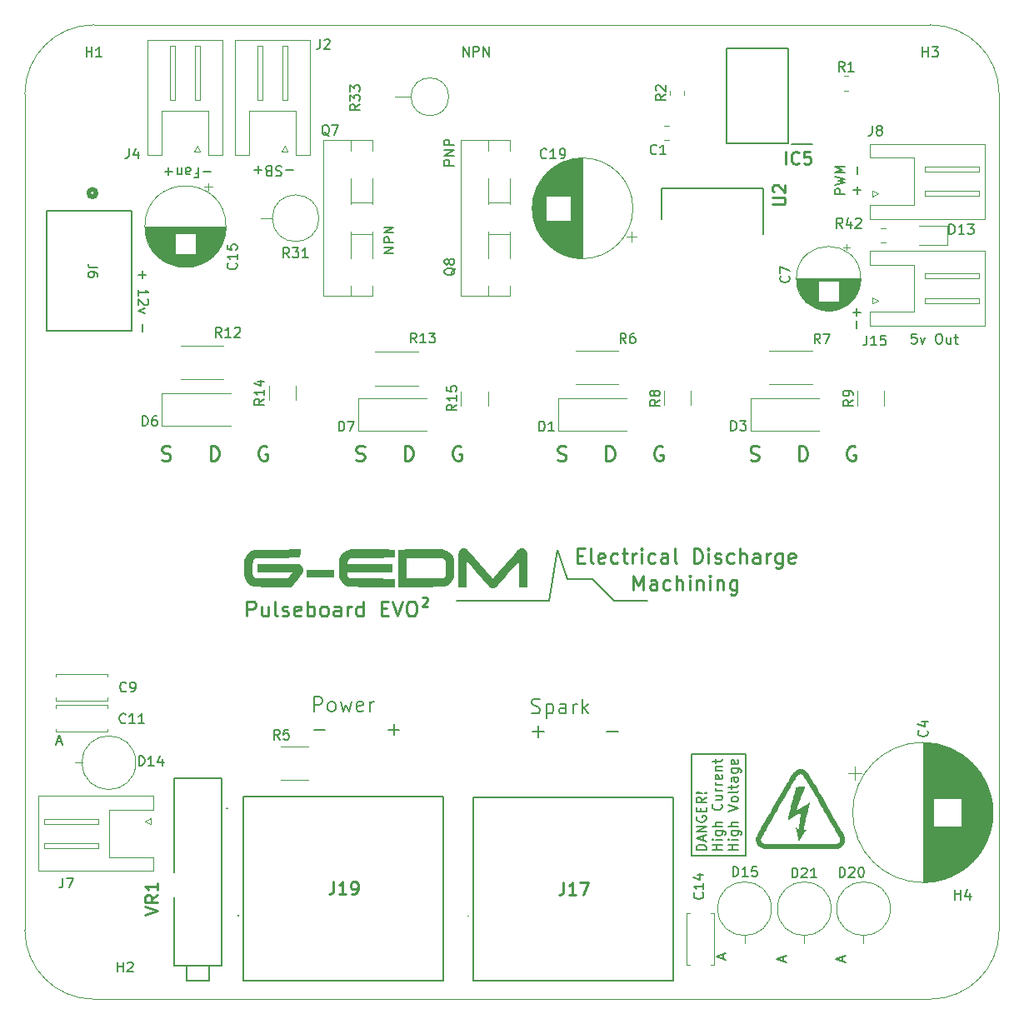
<source format=gto>
G04 #@! TF.GenerationSoftware,KiCad,Pcbnew,7.0.7+dfsg-1*
G04 #@! TF.CreationDate,2024-09-28T12:23:03+02:00*
G04 #@! TF.ProjectId,evo-cube-pulseboard,65766f2d-6375-4626-952d-70756c736562,rev?*
G04 #@! TF.SameCoordinates,Original*
G04 #@! TF.FileFunction,Legend,Top*
G04 #@! TF.FilePolarity,Positive*
%FSLAX46Y46*%
G04 Gerber Fmt 4.6, Leading zero omitted, Abs format (unit mm)*
G04 Created by KiCad (PCBNEW 7.0.7+dfsg-1) date 2024-09-28 12:23:03*
%MOMM*%
%LPD*%
G01*
G04 APERTURE LIST*
%ADD10C,0.150000*%
%ADD11C,0.250000*%
%ADD12C,0.200000*%
%ADD13C,0.254000*%
%ADD14C,0.120000*%
%ADD15C,0.152400*%
%ADD16C,0.508000*%
%ADD17C,0.100000*%
G04 #@! TA.AperFunction,Profile*
%ADD18C,0.100000*%
G04 #@! TD*
G04 APERTURE END LIST*
D10*
X90335100Y-99136200D02*
X95846900Y-99136200D01*
X95846900Y-109423200D01*
X90335100Y-109423200D01*
X90335100Y-99136200D01*
X72514850Y-83546800D02*
X75893050Y-83546800D01*
X76731250Y-78365200D02*
X77747250Y-81311600D01*
X82458950Y-83546800D02*
X85837150Y-83546800D01*
X77747250Y-81311600D02*
X80236450Y-81311600D01*
X75893050Y-83546800D02*
X76731250Y-78365200D01*
X66444250Y-83546800D02*
X72514850Y-83546800D01*
X80236450Y-81311600D02*
X82458950Y-83546800D01*
X41500132Y-39906533D02*
X40738228Y-39906533D01*
X39928704Y-40049390D02*
X40262037Y-40049390D01*
X40262037Y-39525580D02*
X40262037Y-40525580D01*
X40262037Y-40525580D02*
X39785847Y-40525580D01*
X38976323Y-39525580D02*
X38976323Y-40049390D01*
X38976323Y-40049390D02*
X39023942Y-40144628D01*
X39023942Y-40144628D02*
X39119180Y-40192247D01*
X39119180Y-40192247D02*
X39309656Y-40192247D01*
X39309656Y-40192247D02*
X39404894Y-40144628D01*
X38976323Y-39573200D02*
X39071561Y-39525580D01*
X39071561Y-39525580D02*
X39309656Y-39525580D01*
X39309656Y-39525580D02*
X39404894Y-39573200D01*
X39404894Y-39573200D02*
X39452513Y-39668438D01*
X39452513Y-39668438D02*
X39452513Y-39763676D01*
X39452513Y-39763676D02*
X39404894Y-39858914D01*
X39404894Y-39858914D02*
X39309656Y-39906533D01*
X39309656Y-39906533D02*
X39071561Y-39906533D01*
X39071561Y-39906533D02*
X38976323Y-39954152D01*
X38500132Y-40192247D02*
X38500132Y-39525580D01*
X38500132Y-40097009D02*
X38452513Y-40144628D01*
X38452513Y-40144628D02*
X38357275Y-40192247D01*
X38357275Y-40192247D02*
X38214418Y-40192247D01*
X38214418Y-40192247D02*
X38119180Y-40144628D01*
X38119180Y-40144628D02*
X38071561Y-40049390D01*
X38071561Y-40049390D02*
X38071561Y-39525580D01*
X37595370Y-39906533D02*
X36833466Y-39906533D01*
X37214418Y-39525580D02*
X37214418Y-40287485D01*
D11*
X45174815Y-85071228D02*
X45174815Y-83571228D01*
X45174815Y-83571228D02*
X45746244Y-83571228D01*
X45746244Y-83571228D02*
X45889101Y-83642657D01*
X45889101Y-83642657D02*
X45960530Y-83714085D01*
X45960530Y-83714085D02*
X46031958Y-83856942D01*
X46031958Y-83856942D02*
X46031958Y-84071228D01*
X46031958Y-84071228D02*
X45960530Y-84214085D01*
X45960530Y-84214085D02*
X45889101Y-84285514D01*
X45889101Y-84285514D02*
X45746244Y-84356942D01*
X45746244Y-84356942D02*
X45174815Y-84356942D01*
X47317673Y-84071228D02*
X47317673Y-85071228D01*
X46674815Y-84071228D02*
X46674815Y-84856942D01*
X46674815Y-84856942D02*
X46746244Y-84999800D01*
X46746244Y-84999800D02*
X46889101Y-85071228D01*
X46889101Y-85071228D02*
X47103387Y-85071228D01*
X47103387Y-85071228D02*
X47246244Y-84999800D01*
X47246244Y-84999800D02*
X47317673Y-84928371D01*
X48246244Y-85071228D02*
X48103387Y-84999800D01*
X48103387Y-84999800D02*
X48031958Y-84856942D01*
X48031958Y-84856942D02*
X48031958Y-83571228D01*
X48746244Y-84999800D02*
X48889101Y-85071228D01*
X48889101Y-85071228D02*
X49174815Y-85071228D01*
X49174815Y-85071228D02*
X49317672Y-84999800D01*
X49317672Y-84999800D02*
X49389101Y-84856942D01*
X49389101Y-84856942D02*
X49389101Y-84785514D01*
X49389101Y-84785514D02*
X49317672Y-84642657D01*
X49317672Y-84642657D02*
X49174815Y-84571228D01*
X49174815Y-84571228D02*
X48960530Y-84571228D01*
X48960530Y-84571228D02*
X48817672Y-84499800D01*
X48817672Y-84499800D02*
X48746244Y-84356942D01*
X48746244Y-84356942D02*
X48746244Y-84285514D01*
X48746244Y-84285514D02*
X48817672Y-84142657D01*
X48817672Y-84142657D02*
X48960530Y-84071228D01*
X48960530Y-84071228D02*
X49174815Y-84071228D01*
X49174815Y-84071228D02*
X49317672Y-84142657D01*
X50603387Y-84999800D02*
X50460530Y-85071228D01*
X50460530Y-85071228D02*
X50174816Y-85071228D01*
X50174816Y-85071228D02*
X50031958Y-84999800D01*
X50031958Y-84999800D02*
X49960530Y-84856942D01*
X49960530Y-84856942D02*
X49960530Y-84285514D01*
X49960530Y-84285514D02*
X50031958Y-84142657D01*
X50031958Y-84142657D02*
X50174816Y-84071228D01*
X50174816Y-84071228D02*
X50460530Y-84071228D01*
X50460530Y-84071228D02*
X50603387Y-84142657D01*
X50603387Y-84142657D02*
X50674816Y-84285514D01*
X50674816Y-84285514D02*
X50674816Y-84428371D01*
X50674816Y-84428371D02*
X49960530Y-84571228D01*
X51317672Y-85071228D02*
X51317672Y-83571228D01*
X51317672Y-84142657D02*
X51460530Y-84071228D01*
X51460530Y-84071228D02*
X51746244Y-84071228D01*
X51746244Y-84071228D02*
X51889101Y-84142657D01*
X51889101Y-84142657D02*
X51960530Y-84214085D01*
X51960530Y-84214085D02*
X52031958Y-84356942D01*
X52031958Y-84356942D02*
X52031958Y-84785514D01*
X52031958Y-84785514D02*
X51960530Y-84928371D01*
X51960530Y-84928371D02*
X51889101Y-84999800D01*
X51889101Y-84999800D02*
X51746244Y-85071228D01*
X51746244Y-85071228D02*
X51460530Y-85071228D01*
X51460530Y-85071228D02*
X51317672Y-84999800D01*
X52889101Y-85071228D02*
X52746244Y-84999800D01*
X52746244Y-84999800D02*
X52674815Y-84928371D01*
X52674815Y-84928371D02*
X52603387Y-84785514D01*
X52603387Y-84785514D02*
X52603387Y-84356942D01*
X52603387Y-84356942D02*
X52674815Y-84214085D01*
X52674815Y-84214085D02*
X52746244Y-84142657D01*
X52746244Y-84142657D02*
X52889101Y-84071228D01*
X52889101Y-84071228D02*
X53103387Y-84071228D01*
X53103387Y-84071228D02*
X53246244Y-84142657D01*
X53246244Y-84142657D02*
X53317673Y-84214085D01*
X53317673Y-84214085D02*
X53389101Y-84356942D01*
X53389101Y-84356942D02*
X53389101Y-84785514D01*
X53389101Y-84785514D02*
X53317673Y-84928371D01*
X53317673Y-84928371D02*
X53246244Y-84999800D01*
X53246244Y-84999800D02*
X53103387Y-85071228D01*
X53103387Y-85071228D02*
X52889101Y-85071228D01*
X54674816Y-85071228D02*
X54674816Y-84285514D01*
X54674816Y-84285514D02*
X54603387Y-84142657D01*
X54603387Y-84142657D02*
X54460530Y-84071228D01*
X54460530Y-84071228D02*
X54174816Y-84071228D01*
X54174816Y-84071228D02*
X54031958Y-84142657D01*
X54674816Y-84999800D02*
X54531958Y-85071228D01*
X54531958Y-85071228D02*
X54174816Y-85071228D01*
X54174816Y-85071228D02*
X54031958Y-84999800D01*
X54031958Y-84999800D02*
X53960530Y-84856942D01*
X53960530Y-84856942D02*
X53960530Y-84714085D01*
X53960530Y-84714085D02*
X54031958Y-84571228D01*
X54031958Y-84571228D02*
X54174816Y-84499800D01*
X54174816Y-84499800D02*
X54531958Y-84499800D01*
X54531958Y-84499800D02*
X54674816Y-84428371D01*
X55389101Y-85071228D02*
X55389101Y-84071228D01*
X55389101Y-84356942D02*
X55460530Y-84214085D01*
X55460530Y-84214085D02*
X55531959Y-84142657D01*
X55531959Y-84142657D02*
X55674816Y-84071228D01*
X55674816Y-84071228D02*
X55817673Y-84071228D01*
X56960530Y-85071228D02*
X56960530Y-83571228D01*
X56960530Y-84999800D02*
X56817672Y-85071228D01*
X56817672Y-85071228D02*
X56531958Y-85071228D01*
X56531958Y-85071228D02*
X56389101Y-84999800D01*
X56389101Y-84999800D02*
X56317672Y-84928371D01*
X56317672Y-84928371D02*
X56246244Y-84785514D01*
X56246244Y-84785514D02*
X56246244Y-84356942D01*
X56246244Y-84356942D02*
X56317672Y-84214085D01*
X56317672Y-84214085D02*
X56389101Y-84142657D01*
X56389101Y-84142657D02*
X56531958Y-84071228D01*
X56531958Y-84071228D02*
X56817672Y-84071228D01*
X56817672Y-84071228D02*
X56960530Y-84142657D01*
X58817672Y-84285514D02*
X59317672Y-84285514D01*
X59531958Y-85071228D02*
X58817672Y-85071228D01*
X58817672Y-85071228D02*
X58817672Y-83571228D01*
X58817672Y-83571228D02*
X59531958Y-83571228D01*
X59960530Y-83571228D02*
X60460530Y-85071228D01*
X60460530Y-85071228D02*
X60960530Y-83571228D01*
X61746244Y-83571228D02*
X62031958Y-83571228D01*
X62031958Y-83571228D02*
X62174815Y-83642657D01*
X62174815Y-83642657D02*
X62317672Y-83785514D01*
X62317672Y-83785514D02*
X62389101Y-84071228D01*
X62389101Y-84071228D02*
X62389101Y-84571228D01*
X62389101Y-84571228D02*
X62317672Y-84856942D01*
X62317672Y-84856942D02*
X62174815Y-84999800D01*
X62174815Y-84999800D02*
X62031958Y-85071228D01*
X62031958Y-85071228D02*
X61746244Y-85071228D01*
X61746244Y-85071228D02*
X61603387Y-84999800D01*
X61603387Y-84999800D02*
X61460529Y-84856942D01*
X61460529Y-84856942D02*
X61389101Y-84571228D01*
X61389101Y-84571228D02*
X61389101Y-84071228D01*
X61389101Y-84071228D02*
X61460529Y-83785514D01*
X61460529Y-83785514D02*
X61603387Y-83642657D01*
X61603387Y-83642657D02*
X61746244Y-83571228D01*
X62960530Y-83214085D02*
X63103387Y-83142657D01*
X63103387Y-83142657D02*
X63317673Y-83142657D01*
X63317673Y-83142657D02*
X63460530Y-83214085D01*
X63460530Y-83214085D02*
X63531958Y-83356942D01*
X63531958Y-83356942D02*
X63531958Y-83499800D01*
X63531958Y-83499800D02*
X63460530Y-83642657D01*
X63460530Y-83642657D02*
X62960530Y-84142657D01*
X62960530Y-84142657D02*
X63531958Y-84142657D01*
D10*
X60067819Y-48177220D02*
X59067819Y-48177220D01*
X59067819Y-48177220D02*
X60067819Y-47605792D01*
X60067819Y-47605792D02*
X59067819Y-47605792D01*
X60067819Y-47129601D02*
X59067819Y-47129601D01*
X59067819Y-47129601D02*
X59067819Y-46748649D01*
X59067819Y-46748649D02*
X59115438Y-46653411D01*
X59115438Y-46653411D02*
X59163057Y-46605792D01*
X59163057Y-46605792D02*
X59258295Y-46558173D01*
X59258295Y-46558173D02*
X59401152Y-46558173D01*
X59401152Y-46558173D02*
X59496390Y-46605792D01*
X59496390Y-46605792D02*
X59544009Y-46653411D01*
X59544009Y-46653411D02*
X59591628Y-46748649D01*
X59591628Y-46748649D02*
X59591628Y-47129601D01*
X60067819Y-46129601D02*
X59067819Y-46129601D01*
X59067819Y-46129601D02*
X60067819Y-45558173D01*
X60067819Y-45558173D02*
X59067819Y-45558173D01*
X49853620Y-39728733D02*
X49091716Y-39728733D01*
X48663144Y-39395400D02*
X48520287Y-39347780D01*
X48520287Y-39347780D02*
X48282192Y-39347780D01*
X48282192Y-39347780D02*
X48186954Y-39395400D01*
X48186954Y-39395400D02*
X48139335Y-39443019D01*
X48139335Y-39443019D02*
X48091716Y-39538257D01*
X48091716Y-39538257D02*
X48091716Y-39633495D01*
X48091716Y-39633495D02*
X48139335Y-39728733D01*
X48139335Y-39728733D02*
X48186954Y-39776352D01*
X48186954Y-39776352D02*
X48282192Y-39823971D01*
X48282192Y-39823971D02*
X48472668Y-39871590D01*
X48472668Y-39871590D02*
X48567906Y-39919209D01*
X48567906Y-39919209D02*
X48615525Y-39966828D01*
X48615525Y-39966828D02*
X48663144Y-40062066D01*
X48663144Y-40062066D02*
X48663144Y-40157304D01*
X48663144Y-40157304D02*
X48615525Y-40252542D01*
X48615525Y-40252542D02*
X48567906Y-40300161D01*
X48567906Y-40300161D02*
X48472668Y-40347780D01*
X48472668Y-40347780D02*
X48234573Y-40347780D01*
X48234573Y-40347780D02*
X48091716Y-40300161D01*
X47329811Y-39871590D02*
X47186954Y-39823971D01*
X47186954Y-39823971D02*
X47139335Y-39776352D01*
X47139335Y-39776352D02*
X47091716Y-39681114D01*
X47091716Y-39681114D02*
X47091716Y-39538257D01*
X47091716Y-39538257D02*
X47139335Y-39443019D01*
X47139335Y-39443019D02*
X47186954Y-39395400D01*
X47186954Y-39395400D02*
X47282192Y-39347780D01*
X47282192Y-39347780D02*
X47663144Y-39347780D01*
X47663144Y-39347780D02*
X47663144Y-40347780D01*
X47663144Y-40347780D02*
X47329811Y-40347780D01*
X47329811Y-40347780D02*
X47234573Y-40300161D01*
X47234573Y-40300161D02*
X47186954Y-40252542D01*
X47186954Y-40252542D02*
X47139335Y-40157304D01*
X47139335Y-40157304D02*
X47139335Y-40062066D01*
X47139335Y-40062066D02*
X47186954Y-39966828D01*
X47186954Y-39966828D02*
X47234573Y-39919209D01*
X47234573Y-39919209D02*
X47329811Y-39871590D01*
X47329811Y-39871590D02*
X47663144Y-39871590D01*
X46663144Y-39728733D02*
X45901240Y-39728733D01*
X46282192Y-39347780D02*
X46282192Y-40109685D01*
D11*
X36528737Y-69207200D02*
X36743023Y-69278628D01*
X36743023Y-69278628D02*
X37100165Y-69278628D01*
X37100165Y-69278628D02*
X37243023Y-69207200D01*
X37243023Y-69207200D02*
X37314451Y-69135771D01*
X37314451Y-69135771D02*
X37385880Y-68992914D01*
X37385880Y-68992914D02*
X37385880Y-68850057D01*
X37385880Y-68850057D02*
X37314451Y-68707200D01*
X37314451Y-68707200D02*
X37243023Y-68635771D01*
X37243023Y-68635771D02*
X37100165Y-68564342D01*
X37100165Y-68564342D02*
X36814451Y-68492914D01*
X36814451Y-68492914D02*
X36671594Y-68421485D01*
X36671594Y-68421485D02*
X36600165Y-68350057D01*
X36600165Y-68350057D02*
X36528737Y-68207200D01*
X36528737Y-68207200D02*
X36528737Y-68064342D01*
X36528737Y-68064342D02*
X36600165Y-67921485D01*
X36600165Y-67921485D02*
X36671594Y-67850057D01*
X36671594Y-67850057D02*
X36814451Y-67778628D01*
X36814451Y-67778628D02*
X37171594Y-67778628D01*
X37171594Y-67778628D02*
X37385880Y-67850057D01*
X41457307Y-69278628D02*
X41457307Y-67778628D01*
X41457307Y-67778628D02*
X41814450Y-67778628D01*
X41814450Y-67778628D02*
X42028736Y-67850057D01*
X42028736Y-67850057D02*
X42171593Y-67992914D01*
X42171593Y-67992914D02*
X42243022Y-68135771D01*
X42243022Y-68135771D02*
X42314450Y-68421485D01*
X42314450Y-68421485D02*
X42314450Y-68635771D01*
X42314450Y-68635771D02*
X42243022Y-68921485D01*
X42243022Y-68921485D02*
X42171593Y-69064342D01*
X42171593Y-69064342D02*
X42028736Y-69207200D01*
X42028736Y-69207200D02*
X41814450Y-69278628D01*
X41814450Y-69278628D02*
X41457307Y-69278628D01*
X47171593Y-67850057D02*
X47028736Y-67778628D01*
X47028736Y-67778628D02*
X46814450Y-67778628D01*
X46814450Y-67778628D02*
X46600164Y-67850057D01*
X46600164Y-67850057D02*
X46457307Y-67992914D01*
X46457307Y-67992914D02*
X46385878Y-68135771D01*
X46385878Y-68135771D02*
X46314450Y-68421485D01*
X46314450Y-68421485D02*
X46314450Y-68635771D01*
X46314450Y-68635771D02*
X46385878Y-68921485D01*
X46385878Y-68921485D02*
X46457307Y-69064342D01*
X46457307Y-69064342D02*
X46600164Y-69207200D01*
X46600164Y-69207200D02*
X46814450Y-69278628D01*
X46814450Y-69278628D02*
X46957307Y-69278628D01*
X46957307Y-69278628D02*
X47171593Y-69207200D01*
X47171593Y-69207200D02*
X47243021Y-69135771D01*
X47243021Y-69135771D02*
X47243021Y-68635771D01*
X47243021Y-68635771D02*
X46957307Y-68635771D01*
D10*
X34547133Y-49990762D02*
X34547133Y-50752667D01*
X34166180Y-50371714D02*
X34928085Y-50371714D01*
X34166180Y-52514571D02*
X34166180Y-51943143D01*
X34166180Y-52228857D02*
X35166180Y-52228857D01*
X35166180Y-52228857D02*
X35023323Y-52133619D01*
X35023323Y-52133619D02*
X34928085Y-52038381D01*
X34928085Y-52038381D02*
X34880466Y-51943143D01*
X35070942Y-52895524D02*
X35118561Y-52943143D01*
X35118561Y-52943143D02*
X35166180Y-53038381D01*
X35166180Y-53038381D02*
X35166180Y-53276476D01*
X35166180Y-53276476D02*
X35118561Y-53371714D01*
X35118561Y-53371714D02*
X35070942Y-53419333D01*
X35070942Y-53419333D02*
X34975704Y-53466952D01*
X34975704Y-53466952D02*
X34880466Y-53466952D01*
X34880466Y-53466952D02*
X34737609Y-53419333D01*
X34737609Y-53419333D02*
X34166180Y-52847905D01*
X34166180Y-52847905D02*
X34166180Y-53466952D01*
X34832847Y-53800286D02*
X34166180Y-54038381D01*
X34166180Y-54038381D02*
X34832847Y-54276476D01*
X34547133Y-55419334D02*
X34547133Y-56181239D01*
X105930419Y-42182820D02*
X104930419Y-42182820D01*
X104930419Y-42182820D02*
X104930419Y-41801868D01*
X104930419Y-41801868D02*
X104978038Y-41706630D01*
X104978038Y-41706630D02*
X105025657Y-41659011D01*
X105025657Y-41659011D02*
X105120895Y-41611392D01*
X105120895Y-41611392D02*
X105263752Y-41611392D01*
X105263752Y-41611392D02*
X105358990Y-41659011D01*
X105358990Y-41659011D02*
X105406609Y-41706630D01*
X105406609Y-41706630D02*
X105454228Y-41801868D01*
X105454228Y-41801868D02*
X105454228Y-42182820D01*
X104930419Y-41278058D02*
X105930419Y-41039963D01*
X105930419Y-41039963D02*
X105216133Y-40849487D01*
X105216133Y-40849487D02*
X105930419Y-40659011D01*
X105930419Y-40659011D02*
X104930419Y-40420916D01*
X105930419Y-40039963D02*
X104930419Y-40039963D01*
X104930419Y-40039963D02*
X105644704Y-39706630D01*
X105644704Y-39706630D02*
X104930419Y-39373297D01*
X104930419Y-39373297D02*
X105930419Y-39373297D01*
X107159466Y-42182820D02*
X107159466Y-41420916D01*
X107540419Y-41801868D02*
X106778514Y-41801868D01*
X107159466Y-40182820D02*
X107159466Y-39420916D01*
D11*
X96320337Y-69232600D02*
X96534623Y-69304028D01*
X96534623Y-69304028D02*
X96891765Y-69304028D01*
X96891765Y-69304028D02*
X97034623Y-69232600D01*
X97034623Y-69232600D02*
X97106051Y-69161171D01*
X97106051Y-69161171D02*
X97177480Y-69018314D01*
X97177480Y-69018314D02*
X97177480Y-68875457D01*
X97177480Y-68875457D02*
X97106051Y-68732600D01*
X97106051Y-68732600D02*
X97034623Y-68661171D01*
X97034623Y-68661171D02*
X96891765Y-68589742D01*
X96891765Y-68589742D02*
X96606051Y-68518314D01*
X96606051Y-68518314D02*
X96463194Y-68446885D01*
X96463194Y-68446885D02*
X96391765Y-68375457D01*
X96391765Y-68375457D02*
X96320337Y-68232600D01*
X96320337Y-68232600D02*
X96320337Y-68089742D01*
X96320337Y-68089742D02*
X96391765Y-67946885D01*
X96391765Y-67946885D02*
X96463194Y-67875457D01*
X96463194Y-67875457D02*
X96606051Y-67804028D01*
X96606051Y-67804028D02*
X96963194Y-67804028D01*
X96963194Y-67804028D02*
X97177480Y-67875457D01*
X101248907Y-69304028D02*
X101248907Y-67804028D01*
X101248907Y-67804028D02*
X101606050Y-67804028D01*
X101606050Y-67804028D02*
X101820336Y-67875457D01*
X101820336Y-67875457D02*
X101963193Y-68018314D01*
X101963193Y-68018314D02*
X102034622Y-68161171D01*
X102034622Y-68161171D02*
X102106050Y-68446885D01*
X102106050Y-68446885D02*
X102106050Y-68661171D01*
X102106050Y-68661171D02*
X102034622Y-68946885D01*
X102034622Y-68946885D02*
X101963193Y-69089742D01*
X101963193Y-69089742D02*
X101820336Y-69232600D01*
X101820336Y-69232600D02*
X101606050Y-69304028D01*
X101606050Y-69304028D02*
X101248907Y-69304028D01*
X106963193Y-67875457D02*
X106820336Y-67804028D01*
X106820336Y-67804028D02*
X106606050Y-67804028D01*
X106606050Y-67804028D02*
X106391764Y-67875457D01*
X106391764Y-67875457D02*
X106248907Y-68018314D01*
X106248907Y-68018314D02*
X106177478Y-68161171D01*
X106177478Y-68161171D02*
X106106050Y-68446885D01*
X106106050Y-68446885D02*
X106106050Y-68661171D01*
X106106050Y-68661171D02*
X106177478Y-68946885D01*
X106177478Y-68946885D02*
X106248907Y-69089742D01*
X106248907Y-69089742D02*
X106391764Y-69232600D01*
X106391764Y-69232600D02*
X106606050Y-69304028D01*
X106606050Y-69304028D02*
X106748907Y-69304028D01*
X106748907Y-69304028D02*
X106963193Y-69232600D01*
X106963193Y-69232600D02*
X107034621Y-69161171D01*
X107034621Y-69161171D02*
X107034621Y-68661171D01*
X107034621Y-68661171D02*
X106748907Y-68661171D01*
D10*
X107140333Y-53829179D02*
X107140333Y-54591084D01*
X106759380Y-54210131D02*
X107521285Y-54210131D01*
X107140333Y-55067274D02*
X107140333Y-55829179D01*
X113207969Y-56400819D02*
X112731779Y-56400819D01*
X112731779Y-56400819D02*
X112684160Y-56877009D01*
X112684160Y-56877009D02*
X112731779Y-56829390D01*
X112731779Y-56829390D02*
X112827017Y-56781771D01*
X112827017Y-56781771D02*
X113065112Y-56781771D01*
X113065112Y-56781771D02*
X113160350Y-56829390D01*
X113160350Y-56829390D02*
X113207969Y-56877009D01*
X113207969Y-56877009D02*
X113255588Y-56972247D01*
X113255588Y-56972247D02*
X113255588Y-57210342D01*
X113255588Y-57210342D02*
X113207969Y-57305580D01*
X113207969Y-57305580D02*
X113160350Y-57353200D01*
X113160350Y-57353200D02*
X113065112Y-57400819D01*
X113065112Y-57400819D02*
X112827017Y-57400819D01*
X112827017Y-57400819D02*
X112731779Y-57353200D01*
X112731779Y-57353200D02*
X112684160Y-57305580D01*
X113588922Y-56734152D02*
X113827017Y-57400819D01*
X113827017Y-57400819D02*
X114065112Y-56734152D01*
X115398446Y-56400819D02*
X115588922Y-56400819D01*
X115588922Y-56400819D02*
X115684160Y-56448438D01*
X115684160Y-56448438D02*
X115779398Y-56543676D01*
X115779398Y-56543676D02*
X115827017Y-56734152D01*
X115827017Y-56734152D02*
X115827017Y-57067485D01*
X115827017Y-57067485D02*
X115779398Y-57257961D01*
X115779398Y-57257961D02*
X115684160Y-57353200D01*
X115684160Y-57353200D02*
X115588922Y-57400819D01*
X115588922Y-57400819D02*
X115398446Y-57400819D01*
X115398446Y-57400819D02*
X115303208Y-57353200D01*
X115303208Y-57353200D02*
X115207970Y-57257961D01*
X115207970Y-57257961D02*
X115160351Y-57067485D01*
X115160351Y-57067485D02*
X115160351Y-56734152D01*
X115160351Y-56734152D02*
X115207970Y-56543676D01*
X115207970Y-56543676D02*
X115303208Y-56448438D01*
X115303208Y-56448438D02*
X115398446Y-56400819D01*
X116684160Y-56734152D02*
X116684160Y-57400819D01*
X116255589Y-56734152D02*
X116255589Y-57257961D01*
X116255589Y-57257961D02*
X116303208Y-57353200D01*
X116303208Y-57353200D02*
X116398446Y-57400819D01*
X116398446Y-57400819D02*
X116541303Y-57400819D01*
X116541303Y-57400819D02*
X116636541Y-57353200D01*
X116636541Y-57353200D02*
X116684160Y-57305580D01*
X117017494Y-56734152D02*
X117398446Y-56734152D01*
X117160351Y-56400819D02*
X117160351Y-57257961D01*
X117160351Y-57257961D02*
X117207970Y-57353200D01*
X117207970Y-57353200D02*
X117303208Y-57400819D01*
X117303208Y-57400819D02*
X117398446Y-57400819D01*
X67138779Y-28190819D02*
X67138779Y-27190819D01*
X67138779Y-27190819D02*
X67710207Y-28190819D01*
X67710207Y-28190819D02*
X67710207Y-27190819D01*
X68186398Y-28190819D02*
X68186398Y-27190819D01*
X68186398Y-27190819D02*
X68567350Y-27190819D01*
X68567350Y-27190819D02*
X68662588Y-27238438D01*
X68662588Y-27238438D02*
X68710207Y-27286057D01*
X68710207Y-27286057D02*
X68757826Y-27381295D01*
X68757826Y-27381295D02*
X68757826Y-27524152D01*
X68757826Y-27524152D02*
X68710207Y-27619390D01*
X68710207Y-27619390D02*
X68662588Y-27667009D01*
X68662588Y-27667009D02*
X68567350Y-27714628D01*
X68567350Y-27714628D02*
X68186398Y-27714628D01*
X69186398Y-28190819D02*
X69186398Y-27190819D01*
X69186398Y-27190819D02*
X69757826Y-28190819D01*
X69757826Y-28190819D02*
X69757826Y-27190819D01*
X66189219Y-39287220D02*
X65189219Y-39287220D01*
X65189219Y-39287220D02*
X65189219Y-38906268D01*
X65189219Y-38906268D02*
X65236838Y-38811030D01*
X65236838Y-38811030D02*
X65284457Y-38763411D01*
X65284457Y-38763411D02*
X65379695Y-38715792D01*
X65379695Y-38715792D02*
X65522552Y-38715792D01*
X65522552Y-38715792D02*
X65617790Y-38763411D01*
X65617790Y-38763411D02*
X65665409Y-38811030D01*
X65665409Y-38811030D02*
X65713028Y-38906268D01*
X65713028Y-38906268D02*
X65713028Y-39287220D01*
X66189219Y-38287220D02*
X65189219Y-38287220D01*
X65189219Y-38287220D02*
X66189219Y-37715792D01*
X66189219Y-37715792D02*
X65189219Y-37715792D01*
X66189219Y-37239601D02*
X65189219Y-37239601D01*
X65189219Y-37239601D02*
X65189219Y-36858649D01*
X65189219Y-36858649D02*
X65236838Y-36763411D01*
X65236838Y-36763411D02*
X65284457Y-36715792D01*
X65284457Y-36715792D02*
X65379695Y-36668173D01*
X65379695Y-36668173D02*
X65522552Y-36668173D01*
X65522552Y-36668173D02*
X65617790Y-36715792D01*
X65617790Y-36715792D02*
X65665409Y-36763411D01*
X65665409Y-36763411D02*
X65713028Y-36858649D01*
X65713028Y-36858649D02*
X65713028Y-37239601D01*
D12*
X74102692Y-94906400D02*
X74316978Y-94977828D01*
X74316978Y-94977828D02*
X74674120Y-94977828D01*
X74674120Y-94977828D02*
X74816978Y-94906400D01*
X74816978Y-94906400D02*
X74888406Y-94834971D01*
X74888406Y-94834971D02*
X74959835Y-94692114D01*
X74959835Y-94692114D02*
X74959835Y-94549257D01*
X74959835Y-94549257D02*
X74888406Y-94406400D01*
X74888406Y-94406400D02*
X74816978Y-94334971D01*
X74816978Y-94334971D02*
X74674120Y-94263542D01*
X74674120Y-94263542D02*
X74388406Y-94192114D01*
X74388406Y-94192114D02*
X74245549Y-94120685D01*
X74245549Y-94120685D02*
X74174120Y-94049257D01*
X74174120Y-94049257D02*
X74102692Y-93906400D01*
X74102692Y-93906400D02*
X74102692Y-93763542D01*
X74102692Y-93763542D02*
X74174120Y-93620685D01*
X74174120Y-93620685D02*
X74245549Y-93549257D01*
X74245549Y-93549257D02*
X74388406Y-93477828D01*
X74388406Y-93477828D02*
X74745549Y-93477828D01*
X74745549Y-93477828D02*
X74959835Y-93549257D01*
X75602691Y-93977828D02*
X75602691Y-95477828D01*
X75602691Y-94049257D02*
X75745549Y-93977828D01*
X75745549Y-93977828D02*
X76031263Y-93977828D01*
X76031263Y-93977828D02*
X76174120Y-94049257D01*
X76174120Y-94049257D02*
X76245549Y-94120685D01*
X76245549Y-94120685D02*
X76316977Y-94263542D01*
X76316977Y-94263542D02*
X76316977Y-94692114D01*
X76316977Y-94692114D02*
X76245549Y-94834971D01*
X76245549Y-94834971D02*
X76174120Y-94906400D01*
X76174120Y-94906400D02*
X76031263Y-94977828D01*
X76031263Y-94977828D02*
X75745549Y-94977828D01*
X75745549Y-94977828D02*
X75602691Y-94906400D01*
X77602692Y-94977828D02*
X77602692Y-94192114D01*
X77602692Y-94192114D02*
X77531263Y-94049257D01*
X77531263Y-94049257D02*
X77388406Y-93977828D01*
X77388406Y-93977828D02*
X77102692Y-93977828D01*
X77102692Y-93977828D02*
X76959834Y-94049257D01*
X77602692Y-94906400D02*
X77459834Y-94977828D01*
X77459834Y-94977828D02*
X77102692Y-94977828D01*
X77102692Y-94977828D02*
X76959834Y-94906400D01*
X76959834Y-94906400D02*
X76888406Y-94763542D01*
X76888406Y-94763542D02*
X76888406Y-94620685D01*
X76888406Y-94620685D02*
X76959834Y-94477828D01*
X76959834Y-94477828D02*
X77102692Y-94406400D01*
X77102692Y-94406400D02*
X77459834Y-94406400D01*
X77459834Y-94406400D02*
X77602692Y-94334971D01*
X78316977Y-94977828D02*
X78316977Y-93977828D01*
X78316977Y-94263542D02*
X78388406Y-94120685D01*
X78388406Y-94120685D02*
X78459835Y-94049257D01*
X78459835Y-94049257D02*
X78602692Y-93977828D01*
X78602692Y-93977828D02*
X78745549Y-93977828D01*
X79245548Y-94977828D02*
X79245548Y-93477828D01*
X79388406Y-94406400D02*
X79816977Y-94977828D01*
X79816977Y-93977828D02*
X79245548Y-94549257D01*
X74174120Y-96821400D02*
X75316978Y-96821400D01*
X74745549Y-97392828D02*
X74745549Y-96249971D01*
X81745548Y-96821400D02*
X82888406Y-96821400D01*
D10*
X91836319Y-108857820D02*
X90836319Y-108857820D01*
X90836319Y-108857820D02*
X90836319Y-108619725D01*
X90836319Y-108619725D02*
X90883938Y-108476868D01*
X90883938Y-108476868D02*
X90979176Y-108381630D01*
X90979176Y-108381630D02*
X91074414Y-108334011D01*
X91074414Y-108334011D02*
X91264890Y-108286392D01*
X91264890Y-108286392D02*
X91407747Y-108286392D01*
X91407747Y-108286392D02*
X91598223Y-108334011D01*
X91598223Y-108334011D02*
X91693461Y-108381630D01*
X91693461Y-108381630D02*
X91788700Y-108476868D01*
X91788700Y-108476868D02*
X91836319Y-108619725D01*
X91836319Y-108619725D02*
X91836319Y-108857820D01*
X91550604Y-107905439D02*
X91550604Y-107429249D01*
X91836319Y-108000677D02*
X90836319Y-107667344D01*
X90836319Y-107667344D02*
X91836319Y-107334011D01*
X91836319Y-107000677D02*
X90836319Y-107000677D01*
X90836319Y-107000677D02*
X91836319Y-106429249D01*
X91836319Y-106429249D02*
X90836319Y-106429249D01*
X90883938Y-105429249D02*
X90836319Y-105524487D01*
X90836319Y-105524487D02*
X90836319Y-105667344D01*
X90836319Y-105667344D02*
X90883938Y-105810201D01*
X90883938Y-105810201D02*
X90979176Y-105905439D01*
X90979176Y-105905439D02*
X91074414Y-105953058D01*
X91074414Y-105953058D02*
X91264890Y-106000677D01*
X91264890Y-106000677D02*
X91407747Y-106000677D01*
X91407747Y-106000677D02*
X91598223Y-105953058D01*
X91598223Y-105953058D02*
X91693461Y-105905439D01*
X91693461Y-105905439D02*
X91788700Y-105810201D01*
X91788700Y-105810201D02*
X91836319Y-105667344D01*
X91836319Y-105667344D02*
X91836319Y-105572106D01*
X91836319Y-105572106D02*
X91788700Y-105429249D01*
X91788700Y-105429249D02*
X91741080Y-105381630D01*
X91741080Y-105381630D02*
X91407747Y-105381630D01*
X91407747Y-105381630D02*
X91407747Y-105572106D01*
X91312509Y-104953058D02*
X91312509Y-104619725D01*
X91836319Y-104476868D02*
X91836319Y-104953058D01*
X91836319Y-104953058D02*
X90836319Y-104953058D01*
X90836319Y-104953058D02*
X90836319Y-104476868D01*
X91836319Y-103476868D02*
X91360128Y-103810201D01*
X91836319Y-104048296D02*
X90836319Y-104048296D01*
X90836319Y-104048296D02*
X90836319Y-103667344D01*
X90836319Y-103667344D02*
X90883938Y-103572106D01*
X90883938Y-103572106D02*
X90931557Y-103524487D01*
X90931557Y-103524487D02*
X91026795Y-103476868D01*
X91026795Y-103476868D02*
X91169652Y-103476868D01*
X91169652Y-103476868D02*
X91264890Y-103524487D01*
X91264890Y-103524487D02*
X91312509Y-103572106D01*
X91312509Y-103572106D02*
X91360128Y-103667344D01*
X91360128Y-103667344D02*
X91360128Y-104048296D01*
X91741080Y-103048296D02*
X91788700Y-103000677D01*
X91788700Y-103000677D02*
X91836319Y-103048296D01*
X91836319Y-103048296D02*
X91788700Y-103095915D01*
X91788700Y-103095915D02*
X91741080Y-103048296D01*
X91741080Y-103048296D02*
X91836319Y-103048296D01*
X91455366Y-103048296D02*
X90883938Y-103095915D01*
X90883938Y-103095915D02*
X90836319Y-103048296D01*
X90836319Y-103048296D02*
X90883938Y-103000677D01*
X90883938Y-103000677D02*
X91455366Y-103048296D01*
X91455366Y-103048296D02*
X90836319Y-103048296D01*
X93446319Y-108857820D02*
X92446319Y-108857820D01*
X92922509Y-108857820D02*
X92922509Y-108286392D01*
X93446319Y-108286392D02*
X92446319Y-108286392D01*
X93446319Y-107810201D02*
X92779652Y-107810201D01*
X92446319Y-107810201D02*
X92493938Y-107857820D01*
X92493938Y-107857820D02*
X92541557Y-107810201D01*
X92541557Y-107810201D02*
X92493938Y-107762582D01*
X92493938Y-107762582D02*
X92446319Y-107810201D01*
X92446319Y-107810201D02*
X92541557Y-107810201D01*
X92779652Y-106905440D02*
X93589176Y-106905440D01*
X93589176Y-106905440D02*
X93684414Y-106953059D01*
X93684414Y-106953059D02*
X93732033Y-107000678D01*
X93732033Y-107000678D02*
X93779652Y-107095916D01*
X93779652Y-107095916D02*
X93779652Y-107238773D01*
X93779652Y-107238773D02*
X93732033Y-107334011D01*
X93398700Y-106905440D02*
X93446319Y-107000678D01*
X93446319Y-107000678D02*
X93446319Y-107191154D01*
X93446319Y-107191154D02*
X93398700Y-107286392D01*
X93398700Y-107286392D02*
X93351080Y-107334011D01*
X93351080Y-107334011D02*
X93255842Y-107381630D01*
X93255842Y-107381630D02*
X92970128Y-107381630D01*
X92970128Y-107381630D02*
X92874890Y-107334011D01*
X92874890Y-107334011D02*
X92827271Y-107286392D01*
X92827271Y-107286392D02*
X92779652Y-107191154D01*
X92779652Y-107191154D02*
X92779652Y-107000678D01*
X92779652Y-107000678D02*
X92827271Y-106905440D01*
X93446319Y-106429249D02*
X92446319Y-106429249D01*
X93446319Y-106000678D02*
X92922509Y-106000678D01*
X92922509Y-106000678D02*
X92827271Y-106048297D01*
X92827271Y-106048297D02*
X92779652Y-106143535D01*
X92779652Y-106143535D02*
X92779652Y-106286392D01*
X92779652Y-106286392D02*
X92827271Y-106381630D01*
X92827271Y-106381630D02*
X92874890Y-106429249D01*
X93351080Y-104191154D02*
X93398700Y-104238773D01*
X93398700Y-104238773D02*
X93446319Y-104381630D01*
X93446319Y-104381630D02*
X93446319Y-104476868D01*
X93446319Y-104476868D02*
X93398700Y-104619725D01*
X93398700Y-104619725D02*
X93303461Y-104714963D01*
X93303461Y-104714963D02*
X93208223Y-104762582D01*
X93208223Y-104762582D02*
X93017747Y-104810201D01*
X93017747Y-104810201D02*
X92874890Y-104810201D01*
X92874890Y-104810201D02*
X92684414Y-104762582D01*
X92684414Y-104762582D02*
X92589176Y-104714963D01*
X92589176Y-104714963D02*
X92493938Y-104619725D01*
X92493938Y-104619725D02*
X92446319Y-104476868D01*
X92446319Y-104476868D02*
X92446319Y-104381630D01*
X92446319Y-104381630D02*
X92493938Y-104238773D01*
X92493938Y-104238773D02*
X92541557Y-104191154D01*
X92779652Y-103334011D02*
X93446319Y-103334011D01*
X92779652Y-103762582D02*
X93303461Y-103762582D01*
X93303461Y-103762582D02*
X93398700Y-103714963D01*
X93398700Y-103714963D02*
X93446319Y-103619725D01*
X93446319Y-103619725D02*
X93446319Y-103476868D01*
X93446319Y-103476868D02*
X93398700Y-103381630D01*
X93398700Y-103381630D02*
X93351080Y-103334011D01*
X93446319Y-102857820D02*
X92779652Y-102857820D01*
X92970128Y-102857820D02*
X92874890Y-102810201D01*
X92874890Y-102810201D02*
X92827271Y-102762582D01*
X92827271Y-102762582D02*
X92779652Y-102667344D01*
X92779652Y-102667344D02*
X92779652Y-102572106D01*
X93446319Y-102238772D02*
X92779652Y-102238772D01*
X92970128Y-102238772D02*
X92874890Y-102191153D01*
X92874890Y-102191153D02*
X92827271Y-102143534D01*
X92827271Y-102143534D02*
X92779652Y-102048296D01*
X92779652Y-102048296D02*
X92779652Y-101953058D01*
X93398700Y-101238772D02*
X93446319Y-101334010D01*
X93446319Y-101334010D02*
X93446319Y-101524486D01*
X93446319Y-101524486D02*
X93398700Y-101619724D01*
X93398700Y-101619724D02*
X93303461Y-101667343D01*
X93303461Y-101667343D02*
X92922509Y-101667343D01*
X92922509Y-101667343D02*
X92827271Y-101619724D01*
X92827271Y-101619724D02*
X92779652Y-101524486D01*
X92779652Y-101524486D02*
X92779652Y-101334010D01*
X92779652Y-101334010D02*
X92827271Y-101238772D01*
X92827271Y-101238772D02*
X92922509Y-101191153D01*
X92922509Y-101191153D02*
X93017747Y-101191153D01*
X93017747Y-101191153D02*
X93112985Y-101667343D01*
X92779652Y-100762581D02*
X93446319Y-100762581D01*
X92874890Y-100762581D02*
X92827271Y-100714962D01*
X92827271Y-100714962D02*
X92779652Y-100619724D01*
X92779652Y-100619724D02*
X92779652Y-100476867D01*
X92779652Y-100476867D02*
X92827271Y-100381629D01*
X92827271Y-100381629D02*
X92922509Y-100334010D01*
X92922509Y-100334010D02*
X93446319Y-100334010D01*
X92779652Y-100000676D02*
X92779652Y-99619724D01*
X92446319Y-99857819D02*
X93303461Y-99857819D01*
X93303461Y-99857819D02*
X93398700Y-99810200D01*
X93398700Y-99810200D02*
X93446319Y-99714962D01*
X93446319Y-99714962D02*
X93446319Y-99619724D01*
X95056319Y-108857820D02*
X94056319Y-108857820D01*
X94532509Y-108857820D02*
X94532509Y-108286392D01*
X95056319Y-108286392D02*
X94056319Y-108286392D01*
X95056319Y-107810201D02*
X94389652Y-107810201D01*
X94056319Y-107810201D02*
X94103938Y-107857820D01*
X94103938Y-107857820D02*
X94151557Y-107810201D01*
X94151557Y-107810201D02*
X94103938Y-107762582D01*
X94103938Y-107762582D02*
X94056319Y-107810201D01*
X94056319Y-107810201D02*
X94151557Y-107810201D01*
X94389652Y-106905440D02*
X95199176Y-106905440D01*
X95199176Y-106905440D02*
X95294414Y-106953059D01*
X95294414Y-106953059D02*
X95342033Y-107000678D01*
X95342033Y-107000678D02*
X95389652Y-107095916D01*
X95389652Y-107095916D02*
X95389652Y-107238773D01*
X95389652Y-107238773D02*
X95342033Y-107334011D01*
X95008700Y-106905440D02*
X95056319Y-107000678D01*
X95056319Y-107000678D02*
X95056319Y-107191154D01*
X95056319Y-107191154D02*
X95008700Y-107286392D01*
X95008700Y-107286392D02*
X94961080Y-107334011D01*
X94961080Y-107334011D02*
X94865842Y-107381630D01*
X94865842Y-107381630D02*
X94580128Y-107381630D01*
X94580128Y-107381630D02*
X94484890Y-107334011D01*
X94484890Y-107334011D02*
X94437271Y-107286392D01*
X94437271Y-107286392D02*
X94389652Y-107191154D01*
X94389652Y-107191154D02*
X94389652Y-107000678D01*
X94389652Y-107000678D02*
X94437271Y-106905440D01*
X95056319Y-106429249D02*
X94056319Y-106429249D01*
X95056319Y-106000678D02*
X94532509Y-106000678D01*
X94532509Y-106000678D02*
X94437271Y-106048297D01*
X94437271Y-106048297D02*
X94389652Y-106143535D01*
X94389652Y-106143535D02*
X94389652Y-106286392D01*
X94389652Y-106286392D02*
X94437271Y-106381630D01*
X94437271Y-106381630D02*
X94484890Y-106429249D01*
X94056319Y-104905439D02*
X95056319Y-104572106D01*
X95056319Y-104572106D02*
X94056319Y-104238773D01*
X95056319Y-103762582D02*
X95008700Y-103857820D01*
X95008700Y-103857820D02*
X94961080Y-103905439D01*
X94961080Y-103905439D02*
X94865842Y-103953058D01*
X94865842Y-103953058D02*
X94580128Y-103953058D01*
X94580128Y-103953058D02*
X94484890Y-103905439D01*
X94484890Y-103905439D02*
X94437271Y-103857820D01*
X94437271Y-103857820D02*
X94389652Y-103762582D01*
X94389652Y-103762582D02*
X94389652Y-103619725D01*
X94389652Y-103619725D02*
X94437271Y-103524487D01*
X94437271Y-103524487D02*
X94484890Y-103476868D01*
X94484890Y-103476868D02*
X94580128Y-103429249D01*
X94580128Y-103429249D02*
X94865842Y-103429249D01*
X94865842Y-103429249D02*
X94961080Y-103476868D01*
X94961080Y-103476868D02*
X95008700Y-103524487D01*
X95008700Y-103524487D02*
X95056319Y-103619725D01*
X95056319Y-103619725D02*
X95056319Y-103762582D01*
X95056319Y-102857820D02*
X95008700Y-102953058D01*
X95008700Y-102953058D02*
X94913461Y-103000677D01*
X94913461Y-103000677D02*
X94056319Y-103000677D01*
X94389652Y-102619724D02*
X94389652Y-102238772D01*
X94056319Y-102476867D02*
X94913461Y-102476867D01*
X94913461Y-102476867D02*
X95008700Y-102429248D01*
X95008700Y-102429248D02*
X95056319Y-102334010D01*
X95056319Y-102334010D02*
X95056319Y-102238772D01*
X95056319Y-101476867D02*
X94532509Y-101476867D01*
X94532509Y-101476867D02*
X94437271Y-101524486D01*
X94437271Y-101524486D02*
X94389652Y-101619724D01*
X94389652Y-101619724D02*
X94389652Y-101810200D01*
X94389652Y-101810200D02*
X94437271Y-101905438D01*
X95008700Y-101476867D02*
X95056319Y-101572105D01*
X95056319Y-101572105D02*
X95056319Y-101810200D01*
X95056319Y-101810200D02*
X95008700Y-101905438D01*
X95008700Y-101905438D02*
X94913461Y-101953057D01*
X94913461Y-101953057D02*
X94818223Y-101953057D01*
X94818223Y-101953057D02*
X94722985Y-101905438D01*
X94722985Y-101905438D02*
X94675366Y-101810200D01*
X94675366Y-101810200D02*
X94675366Y-101572105D01*
X94675366Y-101572105D02*
X94627747Y-101476867D01*
X94389652Y-100572105D02*
X95199176Y-100572105D01*
X95199176Y-100572105D02*
X95294414Y-100619724D01*
X95294414Y-100619724D02*
X95342033Y-100667343D01*
X95342033Y-100667343D02*
X95389652Y-100762581D01*
X95389652Y-100762581D02*
X95389652Y-100905438D01*
X95389652Y-100905438D02*
X95342033Y-101000676D01*
X95008700Y-100572105D02*
X95056319Y-100667343D01*
X95056319Y-100667343D02*
X95056319Y-100857819D01*
X95056319Y-100857819D02*
X95008700Y-100953057D01*
X95008700Y-100953057D02*
X94961080Y-101000676D01*
X94961080Y-101000676D02*
X94865842Y-101048295D01*
X94865842Y-101048295D02*
X94580128Y-101048295D01*
X94580128Y-101048295D02*
X94484890Y-101000676D01*
X94484890Y-101000676D02*
X94437271Y-100953057D01*
X94437271Y-100953057D02*
X94389652Y-100857819D01*
X94389652Y-100857819D02*
X94389652Y-100667343D01*
X94389652Y-100667343D02*
X94437271Y-100572105D01*
X95008700Y-99714962D02*
X95056319Y-99810200D01*
X95056319Y-99810200D02*
X95056319Y-100000676D01*
X95056319Y-100000676D02*
X95008700Y-100095914D01*
X95008700Y-100095914D02*
X94913461Y-100143533D01*
X94913461Y-100143533D02*
X94532509Y-100143533D01*
X94532509Y-100143533D02*
X94437271Y-100095914D01*
X94437271Y-100095914D02*
X94389652Y-100000676D01*
X94389652Y-100000676D02*
X94389652Y-99810200D01*
X94389652Y-99810200D02*
X94437271Y-99714962D01*
X94437271Y-99714962D02*
X94532509Y-99667343D01*
X94532509Y-99667343D02*
X94627747Y-99667343D01*
X94627747Y-99667343D02*
X94722985Y-100143533D01*
D11*
X76736937Y-69232600D02*
X76951223Y-69304028D01*
X76951223Y-69304028D02*
X77308365Y-69304028D01*
X77308365Y-69304028D02*
X77451223Y-69232600D01*
X77451223Y-69232600D02*
X77522651Y-69161171D01*
X77522651Y-69161171D02*
X77594080Y-69018314D01*
X77594080Y-69018314D02*
X77594080Y-68875457D01*
X77594080Y-68875457D02*
X77522651Y-68732600D01*
X77522651Y-68732600D02*
X77451223Y-68661171D01*
X77451223Y-68661171D02*
X77308365Y-68589742D01*
X77308365Y-68589742D02*
X77022651Y-68518314D01*
X77022651Y-68518314D02*
X76879794Y-68446885D01*
X76879794Y-68446885D02*
X76808365Y-68375457D01*
X76808365Y-68375457D02*
X76736937Y-68232600D01*
X76736937Y-68232600D02*
X76736937Y-68089742D01*
X76736937Y-68089742D02*
X76808365Y-67946885D01*
X76808365Y-67946885D02*
X76879794Y-67875457D01*
X76879794Y-67875457D02*
X77022651Y-67804028D01*
X77022651Y-67804028D02*
X77379794Y-67804028D01*
X77379794Y-67804028D02*
X77594080Y-67875457D01*
X81665507Y-69304028D02*
X81665507Y-67804028D01*
X81665507Y-67804028D02*
X82022650Y-67804028D01*
X82022650Y-67804028D02*
X82236936Y-67875457D01*
X82236936Y-67875457D02*
X82379793Y-68018314D01*
X82379793Y-68018314D02*
X82451222Y-68161171D01*
X82451222Y-68161171D02*
X82522650Y-68446885D01*
X82522650Y-68446885D02*
X82522650Y-68661171D01*
X82522650Y-68661171D02*
X82451222Y-68946885D01*
X82451222Y-68946885D02*
X82379793Y-69089742D01*
X82379793Y-69089742D02*
X82236936Y-69232600D01*
X82236936Y-69232600D02*
X82022650Y-69304028D01*
X82022650Y-69304028D02*
X81665507Y-69304028D01*
X87379793Y-67875457D02*
X87236936Y-67804028D01*
X87236936Y-67804028D02*
X87022650Y-67804028D01*
X87022650Y-67804028D02*
X86808364Y-67875457D01*
X86808364Y-67875457D02*
X86665507Y-68018314D01*
X86665507Y-68018314D02*
X86594078Y-68161171D01*
X86594078Y-68161171D02*
X86522650Y-68446885D01*
X86522650Y-68446885D02*
X86522650Y-68661171D01*
X86522650Y-68661171D02*
X86594078Y-68946885D01*
X86594078Y-68946885D02*
X86665507Y-69089742D01*
X86665507Y-69089742D02*
X86808364Y-69232600D01*
X86808364Y-69232600D02*
X87022650Y-69304028D01*
X87022650Y-69304028D02*
X87165507Y-69304028D01*
X87165507Y-69304028D02*
X87379793Y-69232600D01*
X87379793Y-69232600D02*
X87451221Y-69161171D01*
X87451221Y-69161171D02*
X87451221Y-68661171D01*
X87451221Y-68661171D02*
X87165507Y-68661171D01*
X84441065Y-82435828D02*
X84441065Y-80935828D01*
X84441065Y-80935828D02*
X84941065Y-82007257D01*
X84941065Y-82007257D02*
X85441065Y-80935828D01*
X85441065Y-80935828D02*
X85441065Y-82435828D01*
X86798209Y-82435828D02*
X86798209Y-81650114D01*
X86798209Y-81650114D02*
X86726780Y-81507257D01*
X86726780Y-81507257D02*
X86583923Y-81435828D01*
X86583923Y-81435828D02*
X86298209Y-81435828D01*
X86298209Y-81435828D02*
X86155351Y-81507257D01*
X86798209Y-82364400D02*
X86655351Y-82435828D01*
X86655351Y-82435828D02*
X86298209Y-82435828D01*
X86298209Y-82435828D02*
X86155351Y-82364400D01*
X86155351Y-82364400D02*
X86083923Y-82221542D01*
X86083923Y-82221542D02*
X86083923Y-82078685D01*
X86083923Y-82078685D02*
X86155351Y-81935828D01*
X86155351Y-81935828D02*
X86298209Y-81864400D01*
X86298209Y-81864400D02*
X86655351Y-81864400D01*
X86655351Y-81864400D02*
X86798209Y-81792971D01*
X88155352Y-82364400D02*
X88012494Y-82435828D01*
X88012494Y-82435828D02*
X87726780Y-82435828D01*
X87726780Y-82435828D02*
X87583923Y-82364400D01*
X87583923Y-82364400D02*
X87512494Y-82292971D01*
X87512494Y-82292971D02*
X87441066Y-82150114D01*
X87441066Y-82150114D02*
X87441066Y-81721542D01*
X87441066Y-81721542D02*
X87512494Y-81578685D01*
X87512494Y-81578685D02*
X87583923Y-81507257D01*
X87583923Y-81507257D02*
X87726780Y-81435828D01*
X87726780Y-81435828D02*
X88012494Y-81435828D01*
X88012494Y-81435828D02*
X88155352Y-81507257D01*
X88798208Y-82435828D02*
X88798208Y-80935828D01*
X89441066Y-82435828D02*
X89441066Y-81650114D01*
X89441066Y-81650114D02*
X89369637Y-81507257D01*
X89369637Y-81507257D02*
X89226780Y-81435828D01*
X89226780Y-81435828D02*
X89012494Y-81435828D01*
X89012494Y-81435828D02*
X88869637Y-81507257D01*
X88869637Y-81507257D02*
X88798208Y-81578685D01*
X90155351Y-82435828D02*
X90155351Y-81435828D01*
X90155351Y-80935828D02*
X90083923Y-81007257D01*
X90083923Y-81007257D02*
X90155351Y-81078685D01*
X90155351Y-81078685D02*
X90226780Y-81007257D01*
X90226780Y-81007257D02*
X90155351Y-80935828D01*
X90155351Y-80935828D02*
X90155351Y-81078685D01*
X90869637Y-81435828D02*
X90869637Y-82435828D01*
X90869637Y-81578685D02*
X90941066Y-81507257D01*
X90941066Y-81507257D02*
X91083923Y-81435828D01*
X91083923Y-81435828D02*
X91298209Y-81435828D01*
X91298209Y-81435828D02*
X91441066Y-81507257D01*
X91441066Y-81507257D02*
X91512495Y-81650114D01*
X91512495Y-81650114D02*
X91512495Y-82435828D01*
X92226780Y-82435828D02*
X92226780Y-81435828D01*
X92226780Y-80935828D02*
X92155352Y-81007257D01*
X92155352Y-81007257D02*
X92226780Y-81078685D01*
X92226780Y-81078685D02*
X92298209Y-81007257D01*
X92298209Y-81007257D02*
X92226780Y-80935828D01*
X92226780Y-80935828D02*
X92226780Y-81078685D01*
X92941066Y-81435828D02*
X92941066Y-82435828D01*
X92941066Y-81578685D02*
X93012495Y-81507257D01*
X93012495Y-81507257D02*
X93155352Y-81435828D01*
X93155352Y-81435828D02*
X93369638Y-81435828D01*
X93369638Y-81435828D02*
X93512495Y-81507257D01*
X93512495Y-81507257D02*
X93583924Y-81650114D01*
X93583924Y-81650114D02*
X93583924Y-82435828D01*
X94941067Y-81435828D02*
X94941067Y-82650114D01*
X94941067Y-82650114D02*
X94869638Y-82792971D01*
X94869638Y-82792971D02*
X94798209Y-82864400D01*
X94798209Y-82864400D02*
X94655352Y-82935828D01*
X94655352Y-82935828D02*
X94441067Y-82935828D01*
X94441067Y-82935828D02*
X94298209Y-82864400D01*
X94941067Y-82364400D02*
X94798209Y-82435828D01*
X94798209Y-82435828D02*
X94512495Y-82435828D01*
X94512495Y-82435828D02*
X94369638Y-82364400D01*
X94369638Y-82364400D02*
X94298209Y-82292971D01*
X94298209Y-82292971D02*
X94226781Y-82150114D01*
X94226781Y-82150114D02*
X94226781Y-81721542D01*
X94226781Y-81721542D02*
X94298209Y-81578685D01*
X94298209Y-81578685D02*
X94369638Y-81507257D01*
X94369638Y-81507257D02*
X94512495Y-81435828D01*
X94512495Y-81435828D02*
X94798209Y-81435828D01*
X94798209Y-81435828D02*
X94941067Y-81507257D01*
X56264537Y-69207200D02*
X56478823Y-69278628D01*
X56478823Y-69278628D02*
X56835965Y-69278628D01*
X56835965Y-69278628D02*
X56978823Y-69207200D01*
X56978823Y-69207200D02*
X57050251Y-69135771D01*
X57050251Y-69135771D02*
X57121680Y-68992914D01*
X57121680Y-68992914D02*
X57121680Y-68850057D01*
X57121680Y-68850057D02*
X57050251Y-68707200D01*
X57050251Y-68707200D02*
X56978823Y-68635771D01*
X56978823Y-68635771D02*
X56835965Y-68564342D01*
X56835965Y-68564342D02*
X56550251Y-68492914D01*
X56550251Y-68492914D02*
X56407394Y-68421485D01*
X56407394Y-68421485D02*
X56335965Y-68350057D01*
X56335965Y-68350057D02*
X56264537Y-68207200D01*
X56264537Y-68207200D02*
X56264537Y-68064342D01*
X56264537Y-68064342D02*
X56335965Y-67921485D01*
X56335965Y-67921485D02*
X56407394Y-67850057D01*
X56407394Y-67850057D02*
X56550251Y-67778628D01*
X56550251Y-67778628D02*
X56907394Y-67778628D01*
X56907394Y-67778628D02*
X57121680Y-67850057D01*
X61193107Y-69278628D02*
X61193107Y-67778628D01*
X61193107Y-67778628D02*
X61550250Y-67778628D01*
X61550250Y-67778628D02*
X61764536Y-67850057D01*
X61764536Y-67850057D02*
X61907393Y-67992914D01*
X61907393Y-67992914D02*
X61978822Y-68135771D01*
X61978822Y-68135771D02*
X62050250Y-68421485D01*
X62050250Y-68421485D02*
X62050250Y-68635771D01*
X62050250Y-68635771D02*
X61978822Y-68921485D01*
X61978822Y-68921485D02*
X61907393Y-69064342D01*
X61907393Y-69064342D02*
X61764536Y-69207200D01*
X61764536Y-69207200D02*
X61550250Y-69278628D01*
X61550250Y-69278628D02*
X61193107Y-69278628D01*
X66907393Y-67850057D02*
X66764536Y-67778628D01*
X66764536Y-67778628D02*
X66550250Y-67778628D01*
X66550250Y-67778628D02*
X66335964Y-67850057D01*
X66335964Y-67850057D02*
X66193107Y-67992914D01*
X66193107Y-67992914D02*
X66121678Y-68135771D01*
X66121678Y-68135771D02*
X66050250Y-68421485D01*
X66050250Y-68421485D02*
X66050250Y-68635771D01*
X66050250Y-68635771D02*
X66121678Y-68921485D01*
X66121678Y-68921485D02*
X66193107Y-69064342D01*
X66193107Y-69064342D02*
X66335964Y-69207200D01*
X66335964Y-69207200D02*
X66550250Y-69278628D01*
X66550250Y-69278628D02*
X66693107Y-69278628D01*
X66693107Y-69278628D02*
X66907393Y-69207200D01*
X66907393Y-69207200D02*
X66978821Y-69135771D01*
X66978821Y-69135771D02*
X66978821Y-68635771D01*
X66978821Y-68635771D02*
X66693107Y-68635771D01*
D12*
X51949120Y-94774628D02*
X51949120Y-93274628D01*
X51949120Y-93274628D02*
X52520549Y-93274628D01*
X52520549Y-93274628D02*
X52663406Y-93346057D01*
X52663406Y-93346057D02*
X52734835Y-93417485D01*
X52734835Y-93417485D02*
X52806263Y-93560342D01*
X52806263Y-93560342D02*
X52806263Y-93774628D01*
X52806263Y-93774628D02*
X52734835Y-93917485D01*
X52734835Y-93917485D02*
X52663406Y-93988914D01*
X52663406Y-93988914D02*
X52520549Y-94060342D01*
X52520549Y-94060342D02*
X51949120Y-94060342D01*
X53663406Y-94774628D02*
X53520549Y-94703200D01*
X53520549Y-94703200D02*
X53449120Y-94631771D01*
X53449120Y-94631771D02*
X53377692Y-94488914D01*
X53377692Y-94488914D02*
X53377692Y-94060342D01*
X53377692Y-94060342D02*
X53449120Y-93917485D01*
X53449120Y-93917485D02*
X53520549Y-93846057D01*
X53520549Y-93846057D02*
X53663406Y-93774628D01*
X53663406Y-93774628D02*
X53877692Y-93774628D01*
X53877692Y-93774628D02*
X54020549Y-93846057D01*
X54020549Y-93846057D02*
X54091978Y-93917485D01*
X54091978Y-93917485D02*
X54163406Y-94060342D01*
X54163406Y-94060342D02*
X54163406Y-94488914D01*
X54163406Y-94488914D02*
X54091978Y-94631771D01*
X54091978Y-94631771D02*
X54020549Y-94703200D01*
X54020549Y-94703200D02*
X53877692Y-94774628D01*
X53877692Y-94774628D02*
X53663406Y-94774628D01*
X54663406Y-93774628D02*
X54949121Y-94774628D01*
X54949121Y-94774628D02*
X55234835Y-94060342D01*
X55234835Y-94060342D02*
X55520549Y-94774628D01*
X55520549Y-94774628D02*
X55806263Y-93774628D01*
X56949121Y-94703200D02*
X56806264Y-94774628D01*
X56806264Y-94774628D02*
X56520550Y-94774628D01*
X56520550Y-94774628D02*
X56377692Y-94703200D01*
X56377692Y-94703200D02*
X56306264Y-94560342D01*
X56306264Y-94560342D02*
X56306264Y-93988914D01*
X56306264Y-93988914D02*
X56377692Y-93846057D01*
X56377692Y-93846057D02*
X56520550Y-93774628D01*
X56520550Y-93774628D02*
X56806264Y-93774628D01*
X56806264Y-93774628D02*
X56949121Y-93846057D01*
X56949121Y-93846057D02*
X57020550Y-93988914D01*
X57020550Y-93988914D02*
X57020550Y-94131771D01*
X57020550Y-94131771D02*
X56306264Y-94274628D01*
X57663406Y-94774628D02*
X57663406Y-93774628D01*
X57663406Y-94060342D02*
X57734835Y-93917485D01*
X57734835Y-93917485D02*
X57806264Y-93846057D01*
X57806264Y-93846057D02*
X57949121Y-93774628D01*
X57949121Y-93774628D02*
X58091978Y-93774628D01*
X51949120Y-96618200D02*
X53091978Y-96618200D01*
X59520548Y-96618200D02*
X60663406Y-96618200D01*
X60091977Y-97189628D02*
X60091977Y-96046771D01*
D11*
X78776865Y-78932314D02*
X79276865Y-78932314D01*
X79491151Y-79718028D02*
X78776865Y-79718028D01*
X78776865Y-79718028D02*
X78776865Y-78218028D01*
X78776865Y-78218028D02*
X79491151Y-78218028D01*
X80348294Y-79718028D02*
X80205437Y-79646600D01*
X80205437Y-79646600D02*
X80134008Y-79503742D01*
X80134008Y-79503742D02*
X80134008Y-78218028D01*
X81491151Y-79646600D02*
X81348294Y-79718028D01*
X81348294Y-79718028D02*
X81062580Y-79718028D01*
X81062580Y-79718028D02*
X80919722Y-79646600D01*
X80919722Y-79646600D02*
X80848294Y-79503742D01*
X80848294Y-79503742D02*
X80848294Y-78932314D01*
X80848294Y-78932314D02*
X80919722Y-78789457D01*
X80919722Y-78789457D02*
X81062580Y-78718028D01*
X81062580Y-78718028D02*
X81348294Y-78718028D01*
X81348294Y-78718028D02*
X81491151Y-78789457D01*
X81491151Y-78789457D02*
X81562580Y-78932314D01*
X81562580Y-78932314D02*
X81562580Y-79075171D01*
X81562580Y-79075171D02*
X80848294Y-79218028D01*
X82848294Y-79646600D02*
X82705436Y-79718028D01*
X82705436Y-79718028D02*
X82419722Y-79718028D01*
X82419722Y-79718028D02*
X82276865Y-79646600D01*
X82276865Y-79646600D02*
X82205436Y-79575171D01*
X82205436Y-79575171D02*
X82134008Y-79432314D01*
X82134008Y-79432314D02*
X82134008Y-79003742D01*
X82134008Y-79003742D02*
X82205436Y-78860885D01*
X82205436Y-78860885D02*
X82276865Y-78789457D01*
X82276865Y-78789457D02*
X82419722Y-78718028D01*
X82419722Y-78718028D02*
X82705436Y-78718028D01*
X82705436Y-78718028D02*
X82848294Y-78789457D01*
X83276865Y-78718028D02*
X83848293Y-78718028D01*
X83491150Y-78218028D02*
X83491150Y-79503742D01*
X83491150Y-79503742D02*
X83562579Y-79646600D01*
X83562579Y-79646600D02*
X83705436Y-79718028D01*
X83705436Y-79718028D02*
X83848293Y-79718028D01*
X84348293Y-79718028D02*
X84348293Y-78718028D01*
X84348293Y-79003742D02*
X84419722Y-78860885D01*
X84419722Y-78860885D02*
X84491151Y-78789457D01*
X84491151Y-78789457D02*
X84634008Y-78718028D01*
X84634008Y-78718028D02*
X84776865Y-78718028D01*
X85276864Y-79718028D02*
X85276864Y-78718028D01*
X85276864Y-78218028D02*
X85205436Y-78289457D01*
X85205436Y-78289457D02*
X85276864Y-78360885D01*
X85276864Y-78360885D02*
X85348293Y-78289457D01*
X85348293Y-78289457D02*
X85276864Y-78218028D01*
X85276864Y-78218028D02*
X85276864Y-78360885D01*
X86634008Y-79646600D02*
X86491150Y-79718028D01*
X86491150Y-79718028D02*
X86205436Y-79718028D01*
X86205436Y-79718028D02*
X86062579Y-79646600D01*
X86062579Y-79646600D02*
X85991150Y-79575171D01*
X85991150Y-79575171D02*
X85919722Y-79432314D01*
X85919722Y-79432314D02*
X85919722Y-79003742D01*
X85919722Y-79003742D02*
X85991150Y-78860885D01*
X85991150Y-78860885D02*
X86062579Y-78789457D01*
X86062579Y-78789457D02*
X86205436Y-78718028D01*
X86205436Y-78718028D02*
X86491150Y-78718028D01*
X86491150Y-78718028D02*
X86634008Y-78789457D01*
X87919722Y-79718028D02*
X87919722Y-78932314D01*
X87919722Y-78932314D02*
X87848293Y-78789457D01*
X87848293Y-78789457D02*
X87705436Y-78718028D01*
X87705436Y-78718028D02*
X87419722Y-78718028D01*
X87419722Y-78718028D02*
X87276864Y-78789457D01*
X87919722Y-79646600D02*
X87776864Y-79718028D01*
X87776864Y-79718028D02*
X87419722Y-79718028D01*
X87419722Y-79718028D02*
X87276864Y-79646600D01*
X87276864Y-79646600D02*
X87205436Y-79503742D01*
X87205436Y-79503742D02*
X87205436Y-79360885D01*
X87205436Y-79360885D02*
X87276864Y-79218028D01*
X87276864Y-79218028D02*
X87419722Y-79146600D01*
X87419722Y-79146600D02*
X87776864Y-79146600D01*
X87776864Y-79146600D02*
X87919722Y-79075171D01*
X88848293Y-79718028D02*
X88705436Y-79646600D01*
X88705436Y-79646600D02*
X88634007Y-79503742D01*
X88634007Y-79503742D02*
X88634007Y-78218028D01*
X90562578Y-79718028D02*
X90562578Y-78218028D01*
X90562578Y-78218028D02*
X90919721Y-78218028D01*
X90919721Y-78218028D02*
X91134007Y-78289457D01*
X91134007Y-78289457D02*
X91276864Y-78432314D01*
X91276864Y-78432314D02*
X91348293Y-78575171D01*
X91348293Y-78575171D02*
X91419721Y-78860885D01*
X91419721Y-78860885D02*
X91419721Y-79075171D01*
X91419721Y-79075171D02*
X91348293Y-79360885D01*
X91348293Y-79360885D02*
X91276864Y-79503742D01*
X91276864Y-79503742D02*
X91134007Y-79646600D01*
X91134007Y-79646600D02*
X90919721Y-79718028D01*
X90919721Y-79718028D02*
X90562578Y-79718028D01*
X92062578Y-79718028D02*
X92062578Y-78718028D01*
X92062578Y-78218028D02*
X91991150Y-78289457D01*
X91991150Y-78289457D02*
X92062578Y-78360885D01*
X92062578Y-78360885D02*
X92134007Y-78289457D01*
X92134007Y-78289457D02*
X92062578Y-78218028D01*
X92062578Y-78218028D02*
X92062578Y-78360885D01*
X92705436Y-79646600D02*
X92848293Y-79718028D01*
X92848293Y-79718028D02*
X93134007Y-79718028D01*
X93134007Y-79718028D02*
X93276864Y-79646600D01*
X93276864Y-79646600D02*
X93348293Y-79503742D01*
X93348293Y-79503742D02*
X93348293Y-79432314D01*
X93348293Y-79432314D02*
X93276864Y-79289457D01*
X93276864Y-79289457D02*
X93134007Y-79218028D01*
X93134007Y-79218028D02*
X92919722Y-79218028D01*
X92919722Y-79218028D02*
X92776864Y-79146600D01*
X92776864Y-79146600D02*
X92705436Y-79003742D01*
X92705436Y-79003742D02*
X92705436Y-78932314D01*
X92705436Y-78932314D02*
X92776864Y-78789457D01*
X92776864Y-78789457D02*
X92919722Y-78718028D01*
X92919722Y-78718028D02*
X93134007Y-78718028D01*
X93134007Y-78718028D02*
X93276864Y-78789457D01*
X94634008Y-79646600D02*
X94491150Y-79718028D01*
X94491150Y-79718028D02*
X94205436Y-79718028D01*
X94205436Y-79718028D02*
X94062579Y-79646600D01*
X94062579Y-79646600D02*
X93991150Y-79575171D01*
X93991150Y-79575171D02*
X93919722Y-79432314D01*
X93919722Y-79432314D02*
X93919722Y-79003742D01*
X93919722Y-79003742D02*
X93991150Y-78860885D01*
X93991150Y-78860885D02*
X94062579Y-78789457D01*
X94062579Y-78789457D02*
X94205436Y-78718028D01*
X94205436Y-78718028D02*
X94491150Y-78718028D01*
X94491150Y-78718028D02*
X94634008Y-78789457D01*
X95276864Y-79718028D02*
X95276864Y-78218028D01*
X95919722Y-79718028D02*
X95919722Y-78932314D01*
X95919722Y-78932314D02*
X95848293Y-78789457D01*
X95848293Y-78789457D02*
X95705436Y-78718028D01*
X95705436Y-78718028D02*
X95491150Y-78718028D01*
X95491150Y-78718028D02*
X95348293Y-78789457D01*
X95348293Y-78789457D02*
X95276864Y-78860885D01*
X97276865Y-79718028D02*
X97276865Y-78932314D01*
X97276865Y-78932314D02*
X97205436Y-78789457D01*
X97205436Y-78789457D02*
X97062579Y-78718028D01*
X97062579Y-78718028D02*
X96776865Y-78718028D01*
X96776865Y-78718028D02*
X96634007Y-78789457D01*
X97276865Y-79646600D02*
X97134007Y-79718028D01*
X97134007Y-79718028D02*
X96776865Y-79718028D01*
X96776865Y-79718028D02*
X96634007Y-79646600D01*
X96634007Y-79646600D02*
X96562579Y-79503742D01*
X96562579Y-79503742D02*
X96562579Y-79360885D01*
X96562579Y-79360885D02*
X96634007Y-79218028D01*
X96634007Y-79218028D02*
X96776865Y-79146600D01*
X96776865Y-79146600D02*
X97134007Y-79146600D01*
X97134007Y-79146600D02*
X97276865Y-79075171D01*
X97991150Y-79718028D02*
X97991150Y-78718028D01*
X97991150Y-79003742D02*
X98062579Y-78860885D01*
X98062579Y-78860885D02*
X98134008Y-78789457D01*
X98134008Y-78789457D02*
X98276865Y-78718028D01*
X98276865Y-78718028D02*
X98419722Y-78718028D01*
X99562579Y-78718028D02*
X99562579Y-79932314D01*
X99562579Y-79932314D02*
X99491150Y-80075171D01*
X99491150Y-80075171D02*
X99419721Y-80146600D01*
X99419721Y-80146600D02*
X99276864Y-80218028D01*
X99276864Y-80218028D02*
X99062579Y-80218028D01*
X99062579Y-80218028D02*
X98919721Y-80146600D01*
X99562579Y-79646600D02*
X99419721Y-79718028D01*
X99419721Y-79718028D02*
X99134007Y-79718028D01*
X99134007Y-79718028D02*
X98991150Y-79646600D01*
X98991150Y-79646600D02*
X98919721Y-79575171D01*
X98919721Y-79575171D02*
X98848293Y-79432314D01*
X98848293Y-79432314D02*
X98848293Y-79003742D01*
X98848293Y-79003742D02*
X98919721Y-78860885D01*
X98919721Y-78860885D02*
X98991150Y-78789457D01*
X98991150Y-78789457D02*
X99134007Y-78718028D01*
X99134007Y-78718028D02*
X99419721Y-78718028D01*
X99419721Y-78718028D02*
X99562579Y-78789457D01*
X100848293Y-79646600D02*
X100705436Y-79718028D01*
X100705436Y-79718028D02*
X100419722Y-79718028D01*
X100419722Y-79718028D02*
X100276864Y-79646600D01*
X100276864Y-79646600D02*
X100205436Y-79503742D01*
X100205436Y-79503742D02*
X100205436Y-78932314D01*
X100205436Y-78932314D02*
X100276864Y-78789457D01*
X100276864Y-78789457D02*
X100419722Y-78718028D01*
X100419722Y-78718028D02*
X100705436Y-78718028D01*
X100705436Y-78718028D02*
X100848293Y-78789457D01*
X100848293Y-78789457D02*
X100919722Y-78932314D01*
X100919722Y-78932314D02*
X100919722Y-79075171D01*
X100919722Y-79075171D02*
X100205436Y-79218028D01*
D10*
X62399692Y-57309019D02*
X62066359Y-56832828D01*
X61828264Y-57309019D02*
X61828264Y-56309019D01*
X61828264Y-56309019D02*
X62209216Y-56309019D01*
X62209216Y-56309019D02*
X62304454Y-56356638D01*
X62304454Y-56356638D02*
X62352073Y-56404257D01*
X62352073Y-56404257D02*
X62399692Y-56499495D01*
X62399692Y-56499495D02*
X62399692Y-56642352D01*
X62399692Y-56642352D02*
X62352073Y-56737590D01*
X62352073Y-56737590D02*
X62304454Y-56785209D01*
X62304454Y-56785209D02*
X62209216Y-56832828D01*
X62209216Y-56832828D02*
X61828264Y-56832828D01*
X63352073Y-57309019D02*
X62780645Y-57309019D01*
X63066359Y-57309019D02*
X63066359Y-56309019D01*
X63066359Y-56309019D02*
X62971121Y-56451876D01*
X62971121Y-56451876D02*
X62875883Y-56547114D01*
X62875883Y-56547114D02*
X62780645Y-56594733D01*
X63685407Y-56309019D02*
X64304454Y-56309019D01*
X64304454Y-56309019D02*
X63971121Y-56689971D01*
X63971121Y-56689971D02*
X64113978Y-56689971D01*
X64113978Y-56689971D02*
X64209216Y-56737590D01*
X64209216Y-56737590D02*
X64256835Y-56785209D01*
X64256835Y-56785209D02*
X64304454Y-56880447D01*
X64304454Y-56880447D02*
X64304454Y-57118542D01*
X64304454Y-57118542D02*
X64256835Y-57213780D01*
X64256835Y-57213780D02*
X64209216Y-57261400D01*
X64209216Y-57261400D02*
X64113978Y-57309019D01*
X64113978Y-57309019D02*
X63828264Y-57309019D01*
X63828264Y-57309019D02*
X63733026Y-57261400D01*
X63733026Y-57261400D02*
X63685407Y-57213780D01*
X91469380Y-113190257D02*
X91517000Y-113237876D01*
X91517000Y-113237876D02*
X91564619Y-113380733D01*
X91564619Y-113380733D02*
X91564619Y-113475971D01*
X91564619Y-113475971D02*
X91517000Y-113618828D01*
X91517000Y-113618828D02*
X91421761Y-113714066D01*
X91421761Y-113714066D02*
X91326523Y-113761685D01*
X91326523Y-113761685D02*
X91136047Y-113809304D01*
X91136047Y-113809304D02*
X90993190Y-113809304D01*
X90993190Y-113809304D02*
X90802714Y-113761685D01*
X90802714Y-113761685D02*
X90707476Y-113714066D01*
X90707476Y-113714066D02*
X90612238Y-113618828D01*
X90612238Y-113618828D02*
X90564619Y-113475971D01*
X90564619Y-113475971D02*
X90564619Y-113380733D01*
X90564619Y-113380733D02*
X90612238Y-113237876D01*
X90612238Y-113237876D02*
X90659857Y-113190257D01*
X91564619Y-112237876D02*
X91564619Y-112809304D01*
X91564619Y-112523590D02*
X90564619Y-112523590D01*
X90564619Y-112523590D02*
X90707476Y-112618828D01*
X90707476Y-112618828D02*
X90802714Y-112714066D01*
X90802714Y-112714066D02*
X90850333Y-112809304D01*
X90897952Y-111380733D02*
X91564619Y-111380733D01*
X90517000Y-111618828D02*
X91231285Y-111856923D01*
X91231285Y-111856923D02*
X91231285Y-111237876D01*
X33194666Y-37554819D02*
X33194666Y-38269104D01*
X33194666Y-38269104D02*
X33147047Y-38411961D01*
X33147047Y-38411961D02*
X33051809Y-38507200D01*
X33051809Y-38507200D02*
X32908952Y-38554819D01*
X32908952Y-38554819D02*
X32813714Y-38554819D01*
X34099428Y-37888152D02*
X34099428Y-38554819D01*
X33861333Y-37507200D02*
X33623238Y-38221485D01*
X33623238Y-38221485D02*
X34242285Y-38221485D01*
D13*
X99928437Y-39156918D02*
X99928437Y-37886918D01*
X101258914Y-39035965D02*
X101198438Y-39096442D01*
X101198438Y-39096442D02*
X101017009Y-39156918D01*
X101017009Y-39156918D02*
X100896057Y-39156918D01*
X100896057Y-39156918D02*
X100714628Y-39096442D01*
X100714628Y-39096442D02*
X100593676Y-38975489D01*
X100593676Y-38975489D02*
X100533199Y-38854537D01*
X100533199Y-38854537D02*
X100472723Y-38612632D01*
X100472723Y-38612632D02*
X100472723Y-38431203D01*
X100472723Y-38431203D02*
X100533199Y-38189299D01*
X100533199Y-38189299D02*
X100593676Y-38068346D01*
X100593676Y-38068346D02*
X100714628Y-37947394D01*
X100714628Y-37947394D02*
X100896057Y-37886918D01*
X100896057Y-37886918D02*
X101017009Y-37886918D01*
X101017009Y-37886918D02*
X101198438Y-37947394D01*
X101198438Y-37947394D02*
X101258914Y-38007870D01*
X102407961Y-37886918D02*
X101803199Y-37886918D01*
X101803199Y-37886918D02*
X101742723Y-38491680D01*
X101742723Y-38491680D02*
X101803199Y-38431203D01*
X101803199Y-38431203D02*
X101924152Y-38370727D01*
X101924152Y-38370727D02*
X102226533Y-38370727D01*
X102226533Y-38370727D02*
X102347485Y-38431203D01*
X102347485Y-38431203D02*
X102407961Y-38491680D01*
X102407961Y-38491680D02*
X102468438Y-38612632D01*
X102468438Y-38612632D02*
X102468438Y-38915013D01*
X102468438Y-38915013D02*
X102407961Y-39035965D01*
X102407961Y-39035965D02*
X102347485Y-39096442D01*
X102347485Y-39096442D02*
X102226533Y-39156918D01*
X102226533Y-39156918D02*
X101924152Y-39156918D01*
X101924152Y-39156918D02*
X101803199Y-39096442D01*
X101803199Y-39096442D02*
X101742723Y-39035965D01*
D10*
X106734419Y-63107866D02*
X106258228Y-63441199D01*
X106734419Y-63679294D02*
X105734419Y-63679294D01*
X105734419Y-63679294D02*
X105734419Y-63298342D01*
X105734419Y-63298342D02*
X105782038Y-63203104D01*
X105782038Y-63203104D02*
X105829657Y-63155485D01*
X105829657Y-63155485D02*
X105924895Y-63107866D01*
X105924895Y-63107866D02*
X106067752Y-63107866D01*
X106067752Y-63107866D02*
X106162990Y-63155485D01*
X106162990Y-63155485D02*
X106210609Y-63203104D01*
X106210609Y-63203104D02*
X106258228Y-63298342D01*
X106258228Y-63298342D02*
X106258228Y-63679294D01*
X106734419Y-62631675D02*
X106734419Y-62441199D01*
X106734419Y-62441199D02*
X106686800Y-62345961D01*
X106686800Y-62345961D02*
X106639180Y-62298342D01*
X106639180Y-62298342D02*
X106496323Y-62203104D01*
X106496323Y-62203104D02*
X106305847Y-62155485D01*
X106305847Y-62155485D02*
X105924895Y-62155485D01*
X105924895Y-62155485D02*
X105829657Y-62203104D01*
X105829657Y-62203104D02*
X105782038Y-62250723D01*
X105782038Y-62250723D02*
X105734419Y-62345961D01*
X105734419Y-62345961D02*
X105734419Y-62536437D01*
X105734419Y-62536437D02*
X105782038Y-62631675D01*
X105782038Y-62631675D02*
X105829657Y-62679294D01*
X105829657Y-62679294D02*
X105924895Y-62726913D01*
X105924895Y-62726913D02*
X106162990Y-62726913D01*
X106162990Y-62726913D02*
X106258228Y-62679294D01*
X106258228Y-62679294D02*
X106305847Y-62631675D01*
X106305847Y-62631675D02*
X106353466Y-62536437D01*
X106353466Y-62536437D02*
X106353466Y-62345961D01*
X106353466Y-62345961D02*
X106305847Y-62250723D01*
X106305847Y-62250723D02*
X106258228Y-62203104D01*
X106258228Y-62203104D02*
X106162990Y-62155485D01*
X48479333Y-97635219D02*
X48146000Y-97159028D01*
X47907905Y-97635219D02*
X47907905Y-96635219D01*
X47907905Y-96635219D02*
X48288857Y-96635219D01*
X48288857Y-96635219D02*
X48384095Y-96682838D01*
X48384095Y-96682838D02*
X48431714Y-96730457D01*
X48431714Y-96730457D02*
X48479333Y-96825695D01*
X48479333Y-96825695D02*
X48479333Y-96968552D01*
X48479333Y-96968552D02*
X48431714Y-97063790D01*
X48431714Y-97063790D02*
X48384095Y-97111409D01*
X48384095Y-97111409D02*
X48288857Y-97159028D01*
X48288857Y-97159028D02*
X47907905Y-97159028D01*
X49384095Y-96635219D02*
X48907905Y-96635219D01*
X48907905Y-96635219D02*
X48860286Y-97111409D01*
X48860286Y-97111409D02*
X48907905Y-97063790D01*
X48907905Y-97063790D02*
X49003143Y-97016171D01*
X49003143Y-97016171D02*
X49241238Y-97016171D01*
X49241238Y-97016171D02*
X49336476Y-97063790D01*
X49336476Y-97063790D02*
X49384095Y-97111409D01*
X49384095Y-97111409D02*
X49431714Y-97206647D01*
X49431714Y-97206647D02*
X49431714Y-97444742D01*
X49431714Y-97444742D02*
X49384095Y-97539980D01*
X49384095Y-97539980D02*
X49336476Y-97587600D01*
X49336476Y-97587600D02*
X49241238Y-97635219D01*
X49241238Y-97635219D02*
X49003143Y-97635219D01*
X49003143Y-97635219D02*
X48907905Y-97587600D01*
X48907905Y-97587600D02*
X48860286Y-97539980D01*
X32029495Y-121231819D02*
X32029495Y-120231819D01*
X32029495Y-120708009D02*
X32600923Y-120708009D01*
X32600923Y-121231819D02*
X32600923Y-120231819D01*
X33029495Y-120327057D02*
X33077114Y-120279438D01*
X33077114Y-120279438D02*
X33172352Y-120231819D01*
X33172352Y-120231819D02*
X33410447Y-120231819D01*
X33410447Y-120231819D02*
X33505685Y-120279438D01*
X33505685Y-120279438D02*
X33553304Y-120327057D01*
X33553304Y-120327057D02*
X33600923Y-120422295D01*
X33600923Y-120422295D02*
X33600923Y-120517533D01*
X33600923Y-120517533D02*
X33553304Y-120660390D01*
X33553304Y-120660390D02*
X32981876Y-121231819D01*
X32981876Y-121231819D02*
X33600923Y-121231819D01*
X28838095Y-28254819D02*
X28838095Y-27254819D01*
X28838095Y-27731009D02*
X29409523Y-27731009D01*
X29409523Y-28254819D02*
X29409523Y-27254819D01*
X30409523Y-28254819D02*
X29838095Y-28254819D01*
X30123809Y-28254819D02*
X30123809Y-27254819D01*
X30123809Y-27254819D02*
X30028571Y-27397676D01*
X30028571Y-27397676D02*
X29933333Y-27492914D01*
X29933333Y-27492914D02*
X29838095Y-27540533D01*
X30009180Y-49664666D02*
X29294895Y-49664666D01*
X29294895Y-49664666D02*
X29152038Y-49617047D01*
X29152038Y-49617047D02*
X29056800Y-49521809D01*
X29056800Y-49521809D02*
X29009180Y-49378952D01*
X29009180Y-49378952D02*
X29009180Y-49283714D01*
X30009180Y-50569428D02*
X30009180Y-50378952D01*
X30009180Y-50378952D02*
X29961561Y-50283714D01*
X29961561Y-50283714D02*
X29913942Y-50236095D01*
X29913942Y-50236095D02*
X29771085Y-50140857D01*
X29771085Y-50140857D02*
X29580609Y-50093238D01*
X29580609Y-50093238D02*
X29199657Y-50093238D01*
X29199657Y-50093238D02*
X29104419Y-50140857D01*
X29104419Y-50140857D02*
X29056800Y-50188476D01*
X29056800Y-50188476D02*
X29009180Y-50283714D01*
X29009180Y-50283714D02*
X29009180Y-50474190D01*
X29009180Y-50474190D02*
X29056800Y-50569428D01*
X29056800Y-50569428D02*
X29104419Y-50617047D01*
X29104419Y-50617047D02*
X29199657Y-50664666D01*
X29199657Y-50664666D02*
X29437752Y-50664666D01*
X29437752Y-50664666D02*
X29532990Y-50617047D01*
X29532990Y-50617047D02*
X29580609Y-50569428D01*
X29580609Y-50569428D02*
X29628228Y-50474190D01*
X29628228Y-50474190D02*
X29628228Y-50283714D01*
X29628228Y-50283714D02*
X29580609Y-50188476D01*
X29580609Y-50188476D02*
X29532990Y-50140857D01*
X29532990Y-50140857D02*
X29437752Y-50093238D01*
X42591092Y-56722019D02*
X42257759Y-56245828D01*
X42019664Y-56722019D02*
X42019664Y-55722019D01*
X42019664Y-55722019D02*
X42400616Y-55722019D01*
X42400616Y-55722019D02*
X42495854Y-55769638D01*
X42495854Y-55769638D02*
X42543473Y-55817257D01*
X42543473Y-55817257D02*
X42591092Y-55912495D01*
X42591092Y-55912495D02*
X42591092Y-56055352D01*
X42591092Y-56055352D02*
X42543473Y-56150590D01*
X42543473Y-56150590D02*
X42495854Y-56198209D01*
X42495854Y-56198209D02*
X42400616Y-56245828D01*
X42400616Y-56245828D02*
X42019664Y-56245828D01*
X43543473Y-56722019D02*
X42972045Y-56722019D01*
X43257759Y-56722019D02*
X43257759Y-55722019D01*
X43257759Y-55722019D02*
X43162521Y-55864876D01*
X43162521Y-55864876D02*
X43067283Y-55960114D01*
X43067283Y-55960114D02*
X42972045Y-56007733D01*
X43924426Y-55817257D02*
X43972045Y-55769638D01*
X43972045Y-55769638D02*
X44067283Y-55722019D01*
X44067283Y-55722019D02*
X44305378Y-55722019D01*
X44305378Y-55722019D02*
X44400616Y-55769638D01*
X44400616Y-55769638D02*
X44448235Y-55817257D01*
X44448235Y-55817257D02*
X44495854Y-55912495D01*
X44495854Y-55912495D02*
X44495854Y-56007733D01*
X44495854Y-56007733D02*
X44448235Y-56150590D01*
X44448235Y-56150590D02*
X43876807Y-56722019D01*
X43876807Y-56722019D02*
X44495854Y-56722019D01*
X87679419Y-32078466D02*
X87203228Y-32411799D01*
X87679419Y-32649894D02*
X86679419Y-32649894D01*
X86679419Y-32649894D02*
X86679419Y-32268942D01*
X86679419Y-32268942D02*
X86727038Y-32173704D01*
X86727038Y-32173704D02*
X86774657Y-32126085D01*
X86774657Y-32126085D02*
X86869895Y-32078466D01*
X86869895Y-32078466D02*
X87012752Y-32078466D01*
X87012752Y-32078466D02*
X87107990Y-32126085D01*
X87107990Y-32126085D02*
X87155609Y-32173704D01*
X87155609Y-32173704D02*
X87203228Y-32268942D01*
X87203228Y-32268942D02*
X87203228Y-32649894D01*
X86774657Y-31697513D02*
X86727038Y-31649894D01*
X86727038Y-31649894D02*
X86679419Y-31554656D01*
X86679419Y-31554656D02*
X86679419Y-31316561D01*
X86679419Y-31316561D02*
X86727038Y-31221323D01*
X86727038Y-31221323D02*
X86774657Y-31173704D01*
X86774657Y-31173704D02*
X86869895Y-31126085D01*
X86869895Y-31126085D02*
X86965133Y-31126085D01*
X86965133Y-31126085D02*
X87107990Y-31173704D01*
X87107990Y-31173704D02*
X87679419Y-31745132D01*
X87679419Y-31745132D02*
X87679419Y-31126085D01*
X105681542Y-45641419D02*
X105348209Y-45165228D01*
X105110114Y-45641419D02*
X105110114Y-44641419D01*
X105110114Y-44641419D02*
X105491066Y-44641419D01*
X105491066Y-44641419D02*
X105586304Y-44689038D01*
X105586304Y-44689038D02*
X105633923Y-44736657D01*
X105633923Y-44736657D02*
X105681542Y-44831895D01*
X105681542Y-44831895D02*
X105681542Y-44974752D01*
X105681542Y-44974752D02*
X105633923Y-45069990D01*
X105633923Y-45069990D02*
X105586304Y-45117609D01*
X105586304Y-45117609D02*
X105491066Y-45165228D01*
X105491066Y-45165228D02*
X105110114Y-45165228D01*
X106538685Y-44974752D02*
X106538685Y-45641419D01*
X106300590Y-44593800D02*
X106062495Y-45308085D01*
X106062495Y-45308085D02*
X106681542Y-45308085D01*
X107014876Y-44736657D02*
X107062495Y-44689038D01*
X107062495Y-44689038D02*
X107157733Y-44641419D01*
X107157733Y-44641419D02*
X107395828Y-44641419D01*
X107395828Y-44641419D02*
X107491066Y-44689038D01*
X107491066Y-44689038D02*
X107538685Y-44736657D01*
X107538685Y-44736657D02*
X107586304Y-44831895D01*
X107586304Y-44831895D02*
X107586304Y-44927133D01*
X107586304Y-44927133D02*
X107538685Y-45069990D01*
X107538685Y-45069990D02*
X106967257Y-45641419D01*
X106967257Y-45641419D02*
X107586304Y-45641419D01*
X56639619Y-33053257D02*
X56163428Y-33386590D01*
X56639619Y-33624685D02*
X55639619Y-33624685D01*
X55639619Y-33624685D02*
X55639619Y-33243733D01*
X55639619Y-33243733D02*
X55687238Y-33148495D01*
X55687238Y-33148495D02*
X55734857Y-33100876D01*
X55734857Y-33100876D02*
X55830095Y-33053257D01*
X55830095Y-33053257D02*
X55972952Y-33053257D01*
X55972952Y-33053257D02*
X56068190Y-33100876D01*
X56068190Y-33100876D02*
X56115809Y-33148495D01*
X56115809Y-33148495D02*
X56163428Y-33243733D01*
X56163428Y-33243733D02*
X56163428Y-33624685D01*
X55639619Y-32719923D02*
X55639619Y-32100876D01*
X55639619Y-32100876D02*
X56020571Y-32434209D01*
X56020571Y-32434209D02*
X56020571Y-32291352D01*
X56020571Y-32291352D02*
X56068190Y-32196114D01*
X56068190Y-32196114D02*
X56115809Y-32148495D01*
X56115809Y-32148495D02*
X56211047Y-32100876D01*
X56211047Y-32100876D02*
X56449142Y-32100876D01*
X56449142Y-32100876D02*
X56544380Y-32148495D01*
X56544380Y-32148495D02*
X56592000Y-32196114D01*
X56592000Y-32196114D02*
X56639619Y-32291352D01*
X56639619Y-32291352D02*
X56639619Y-32577066D01*
X56639619Y-32577066D02*
X56592000Y-32672304D01*
X56592000Y-32672304D02*
X56544380Y-32719923D01*
X55639619Y-31767542D02*
X55639619Y-31148495D01*
X55639619Y-31148495D02*
X56020571Y-31481828D01*
X56020571Y-31481828D02*
X56020571Y-31338971D01*
X56020571Y-31338971D02*
X56068190Y-31243733D01*
X56068190Y-31243733D02*
X56115809Y-31196114D01*
X56115809Y-31196114D02*
X56211047Y-31148495D01*
X56211047Y-31148495D02*
X56449142Y-31148495D01*
X56449142Y-31148495D02*
X56544380Y-31196114D01*
X56544380Y-31196114D02*
X56592000Y-31243733D01*
X56592000Y-31243733D02*
X56639619Y-31338971D01*
X56639619Y-31338971D02*
X56639619Y-31624685D01*
X56639619Y-31624685D02*
X56592000Y-31719923D01*
X56592000Y-31719923D02*
X56544380Y-31767542D01*
D13*
X77330905Y-112122084D02*
X77330905Y-113029227D01*
X77330905Y-113029227D02*
X77270428Y-113210655D01*
X77270428Y-113210655D02*
X77149476Y-113331608D01*
X77149476Y-113331608D02*
X76968047Y-113392084D01*
X76968047Y-113392084D02*
X76847095Y-113392084D01*
X78600905Y-113392084D02*
X77875190Y-113392084D01*
X78238047Y-113392084D02*
X78238047Y-112122084D01*
X78238047Y-112122084D02*
X78117095Y-112303512D01*
X78117095Y-112303512D02*
X77996143Y-112424465D01*
X77996143Y-112424465D02*
X77875190Y-112484941D01*
X79024238Y-112122084D02*
X79870905Y-112122084D01*
X79870905Y-112122084D02*
X79326619Y-113392084D01*
D10*
X44072980Y-49207657D02*
X44120600Y-49255276D01*
X44120600Y-49255276D02*
X44168219Y-49398133D01*
X44168219Y-49398133D02*
X44168219Y-49493371D01*
X44168219Y-49493371D02*
X44120600Y-49636228D01*
X44120600Y-49636228D02*
X44025361Y-49731466D01*
X44025361Y-49731466D02*
X43930123Y-49779085D01*
X43930123Y-49779085D02*
X43739647Y-49826704D01*
X43739647Y-49826704D02*
X43596790Y-49826704D01*
X43596790Y-49826704D02*
X43406314Y-49779085D01*
X43406314Y-49779085D02*
X43311076Y-49731466D01*
X43311076Y-49731466D02*
X43215838Y-49636228D01*
X43215838Y-49636228D02*
X43168219Y-49493371D01*
X43168219Y-49493371D02*
X43168219Y-49398133D01*
X43168219Y-49398133D02*
X43215838Y-49255276D01*
X43215838Y-49255276D02*
X43263457Y-49207657D01*
X44168219Y-48255276D02*
X44168219Y-48826704D01*
X44168219Y-48540990D02*
X43168219Y-48540990D01*
X43168219Y-48540990D02*
X43311076Y-48636228D01*
X43311076Y-48636228D02*
X43406314Y-48731466D01*
X43406314Y-48731466D02*
X43453933Y-48826704D01*
X43168219Y-47350514D02*
X43168219Y-47826704D01*
X43168219Y-47826704D02*
X43644409Y-47874323D01*
X43644409Y-47874323D02*
X43596790Y-47826704D01*
X43596790Y-47826704D02*
X43549171Y-47731466D01*
X43549171Y-47731466D02*
X43549171Y-47493371D01*
X43549171Y-47493371D02*
X43596790Y-47398133D01*
X43596790Y-47398133D02*
X43644409Y-47350514D01*
X43644409Y-47350514D02*
X43739647Y-47302895D01*
X43739647Y-47302895D02*
X43977742Y-47302895D01*
X43977742Y-47302895D02*
X44072980Y-47350514D01*
X44072980Y-47350514D02*
X44120600Y-47398133D01*
X44120600Y-47398133D02*
X44168219Y-47493371D01*
X44168219Y-47493371D02*
X44168219Y-47731466D01*
X44168219Y-47731466D02*
X44120600Y-47826704D01*
X44120600Y-47826704D02*
X44072980Y-47874323D01*
X75607942Y-38484980D02*
X75560323Y-38532600D01*
X75560323Y-38532600D02*
X75417466Y-38580219D01*
X75417466Y-38580219D02*
X75322228Y-38580219D01*
X75322228Y-38580219D02*
X75179371Y-38532600D01*
X75179371Y-38532600D02*
X75084133Y-38437361D01*
X75084133Y-38437361D02*
X75036514Y-38342123D01*
X75036514Y-38342123D02*
X74988895Y-38151647D01*
X74988895Y-38151647D02*
X74988895Y-38008790D01*
X74988895Y-38008790D02*
X75036514Y-37818314D01*
X75036514Y-37818314D02*
X75084133Y-37723076D01*
X75084133Y-37723076D02*
X75179371Y-37627838D01*
X75179371Y-37627838D02*
X75322228Y-37580219D01*
X75322228Y-37580219D02*
X75417466Y-37580219D01*
X75417466Y-37580219D02*
X75560323Y-37627838D01*
X75560323Y-37627838D02*
X75607942Y-37675457D01*
X76560323Y-38580219D02*
X75988895Y-38580219D01*
X76274609Y-38580219D02*
X76274609Y-37580219D01*
X76274609Y-37580219D02*
X76179371Y-37723076D01*
X76179371Y-37723076D02*
X76084133Y-37818314D01*
X76084133Y-37818314D02*
X75988895Y-37865933D01*
X77036514Y-38580219D02*
X77226990Y-38580219D01*
X77226990Y-38580219D02*
X77322228Y-38532600D01*
X77322228Y-38532600D02*
X77369847Y-38484980D01*
X77369847Y-38484980D02*
X77465085Y-38342123D01*
X77465085Y-38342123D02*
X77512704Y-38151647D01*
X77512704Y-38151647D02*
X77512704Y-37770695D01*
X77512704Y-37770695D02*
X77465085Y-37675457D01*
X77465085Y-37675457D02*
X77417466Y-37627838D01*
X77417466Y-37627838D02*
X77322228Y-37580219D01*
X77322228Y-37580219D02*
X77131752Y-37580219D01*
X77131752Y-37580219D02*
X77036514Y-37627838D01*
X77036514Y-37627838D02*
X76988895Y-37675457D01*
X76988895Y-37675457D02*
X76941276Y-37770695D01*
X76941276Y-37770695D02*
X76941276Y-38008790D01*
X76941276Y-38008790D02*
X76988895Y-38104028D01*
X76988895Y-38104028D02*
X77036514Y-38151647D01*
X77036514Y-38151647D02*
X77131752Y-38199266D01*
X77131752Y-38199266D02*
X77322228Y-38199266D01*
X77322228Y-38199266D02*
X77417466Y-38151647D01*
X77417466Y-38151647D02*
X77465085Y-38104028D01*
X77465085Y-38104028D02*
X77512704Y-38008790D01*
X32830542Y-95888980D02*
X32782923Y-95936600D01*
X32782923Y-95936600D02*
X32640066Y-95984219D01*
X32640066Y-95984219D02*
X32544828Y-95984219D01*
X32544828Y-95984219D02*
X32401971Y-95936600D01*
X32401971Y-95936600D02*
X32306733Y-95841361D01*
X32306733Y-95841361D02*
X32259114Y-95746123D01*
X32259114Y-95746123D02*
X32211495Y-95555647D01*
X32211495Y-95555647D02*
X32211495Y-95412790D01*
X32211495Y-95412790D02*
X32259114Y-95222314D01*
X32259114Y-95222314D02*
X32306733Y-95127076D01*
X32306733Y-95127076D02*
X32401971Y-95031838D01*
X32401971Y-95031838D02*
X32544828Y-94984219D01*
X32544828Y-94984219D02*
X32640066Y-94984219D01*
X32640066Y-94984219D02*
X32782923Y-95031838D01*
X32782923Y-95031838D02*
X32830542Y-95079457D01*
X33782923Y-95984219D02*
X33211495Y-95984219D01*
X33497209Y-95984219D02*
X33497209Y-94984219D01*
X33497209Y-94984219D02*
X33401971Y-95127076D01*
X33401971Y-95127076D02*
X33306733Y-95222314D01*
X33306733Y-95222314D02*
X33211495Y-95269933D01*
X34735304Y-95984219D02*
X34163876Y-95984219D01*
X34449590Y-95984219D02*
X34449590Y-94984219D01*
X34449590Y-94984219D02*
X34354352Y-95127076D01*
X34354352Y-95127076D02*
X34259114Y-95222314D01*
X34259114Y-95222314D02*
X34163876Y-95269933D01*
X100563514Y-111656019D02*
X100563514Y-110656019D01*
X100563514Y-110656019D02*
X100801609Y-110656019D01*
X100801609Y-110656019D02*
X100944466Y-110703638D01*
X100944466Y-110703638D02*
X101039704Y-110798876D01*
X101039704Y-110798876D02*
X101087323Y-110894114D01*
X101087323Y-110894114D02*
X101134942Y-111084590D01*
X101134942Y-111084590D02*
X101134942Y-111227447D01*
X101134942Y-111227447D02*
X101087323Y-111417923D01*
X101087323Y-111417923D02*
X101039704Y-111513161D01*
X101039704Y-111513161D02*
X100944466Y-111608400D01*
X100944466Y-111608400D02*
X100801609Y-111656019D01*
X100801609Y-111656019D02*
X100563514Y-111656019D01*
X101515895Y-110751257D02*
X101563514Y-110703638D01*
X101563514Y-110703638D02*
X101658752Y-110656019D01*
X101658752Y-110656019D02*
X101896847Y-110656019D01*
X101896847Y-110656019D02*
X101992085Y-110703638D01*
X101992085Y-110703638D02*
X102039704Y-110751257D01*
X102039704Y-110751257D02*
X102087323Y-110846495D01*
X102087323Y-110846495D02*
X102087323Y-110941733D01*
X102087323Y-110941733D02*
X102039704Y-111084590D01*
X102039704Y-111084590D02*
X101468276Y-111656019D01*
X101468276Y-111656019D02*
X102087323Y-111656019D01*
X103039704Y-111656019D02*
X102468276Y-111656019D01*
X102753990Y-111656019D02*
X102753990Y-110656019D01*
X102753990Y-110656019D02*
X102658752Y-110798876D01*
X102658752Y-110798876D02*
X102563514Y-110894114D01*
X102563514Y-110894114D02*
X102468276Y-110941733D01*
X99672304Y-120126094D02*
X99672304Y-119649904D01*
X99958019Y-120221332D02*
X98958019Y-119887999D01*
X98958019Y-119887999D02*
X99958019Y-119554666D01*
X34545655Y-65739019D02*
X34545655Y-64739019D01*
X34545655Y-64739019D02*
X34783750Y-64739019D01*
X34783750Y-64739019D02*
X34926607Y-64786638D01*
X34926607Y-64786638D02*
X35021845Y-64881876D01*
X35021845Y-64881876D02*
X35069464Y-64977114D01*
X35069464Y-64977114D02*
X35117083Y-65167590D01*
X35117083Y-65167590D02*
X35117083Y-65310447D01*
X35117083Y-65310447D02*
X35069464Y-65500923D01*
X35069464Y-65500923D02*
X35021845Y-65596161D01*
X35021845Y-65596161D02*
X34926607Y-65691400D01*
X34926607Y-65691400D02*
X34783750Y-65739019D01*
X34783750Y-65739019D02*
X34545655Y-65739019D01*
X35974226Y-64739019D02*
X35783750Y-64739019D01*
X35783750Y-64739019D02*
X35688512Y-64786638D01*
X35688512Y-64786638D02*
X35640893Y-64834257D01*
X35640893Y-64834257D02*
X35545655Y-64977114D01*
X35545655Y-64977114D02*
X35498036Y-65167590D01*
X35498036Y-65167590D02*
X35498036Y-65548542D01*
X35498036Y-65548542D02*
X35545655Y-65643780D01*
X35545655Y-65643780D02*
X35593274Y-65691400D01*
X35593274Y-65691400D02*
X35688512Y-65739019D01*
X35688512Y-65739019D02*
X35878988Y-65739019D01*
X35878988Y-65739019D02*
X35974226Y-65691400D01*
X35974226Y-65691400D02*
X36021845Y-65643780D01*
X36021845Y-65643780D02*
X36069464Y-65548542D01*
X36069464Y-65548542D02*
X36069464Y-65310447D01*
X36069464Y-65310447D02*
X36021845Y-65215209D01*
X36021845Y-65215209D02*
X35974226Y-65167590D01*
X35974226Y-65167590D02*
X35878988Y-65119971D01*
X35878988Y-65119971D02*
X35688512Y-65119971D01*
X35688512Y-65119971D02*
X35593274Y-65167590D01*
X35593274Y-65167590D02*
X35545655Y-65215209D01*
X35545655Y-65215209D02*
X35498036Y-65310447D01*
X34193314Y-100276819D02*
X34193314Y-99276819D01*
X34193314Y-99276819D02*
X34431409Y-99276819D01*
X34431409Y-99276819D02*
X34574266Y-99324438D01*
X34574266Y-99324438D02*
X34669504Y-99419676D01*
X34669504Y-99419676D02*
X34717123Y-99514914D01*
X34717123Y-99514914D02*
X34764742Y-99705390D01*
X34764742Y-99705390D02*
X34764742Y-99848247D01*
X34764742Y-99848247D02*
X34717123Y-100038723D01*
X34717123Y-100038723D02*
X34669504Y-100133961D01*
X34669504Y-100133961D02*
X34574266Y-100229200D01*
X34574266Y-100229200D02*
X34431409Y-100276819D01*
X34431409Y-100276819D02*
X34193314Y-100276819D01*
X35717123Y-100276819D02*
X35145695Y-100276819D01*
X35431409Y-100276819D02*
X35431409Y-99276819D01*
X35431409Y-99276819D02*
X35336171Y-99419676D01*
X35336171Y-99419676D02*
X35240933Y-99514914D01*
X35240933Y-99514914D02*
X35145695Y-99562533D01*
X36574266Y-99610152D02*
X36574266Y-100276819D01*
X36336171Y-99229200D02*
X36098076Y-99943485D01*
X36098076Y-99943485D02*
X36717123Y-99943485D01*
X25822305Y-97843504D02*
X26298495Y-97843504D01*
X25727067Y-98129219D02*
X26060400Y-97129219D01*
X26060400Y-97129219D02*
X26393733Y-98129219D01*
X54506655Y-66275219D02*
X54506655Y-65275219D01*
X54506655Y-65275219D02*
X54744750Y-65275219D01*
X54744750Y-65275219D02*
X54887607Y-65322838D01*
X54887607Y-65322838D02*
X54982845Y-65418076D01*
X54982845Y-65418076D02*
X55030464Y-65513314D01*
X55030464Y-65513314D02*
X55078083Y-65703790D01*
X55078083Y-65703790D02*
X55078083Y-65846647D01*
X55078083Y-65846647D02*
X55030464Y-66037123D01*
X55030464Y-66037123D02*
X54982845Y-66132361D01*
X54982845Y-66132361D02*
X54887607Y-66227600D01*
X54887607Y-66227600D02*
X54744750Y-66275219D01*
X54744750Y-66275219D02*
X54506655Y-66275219D01*
X55411417Y-65275219D02*
X56078083Y-65275219D01*
X56078083Y-65275219D02*
X55649512Y-66275219D01*
D13*
X98593718Y-43238069D02*
X99621813Y-43238069D01*
X99621813Y-43238069D02*
X99742765Y-43177592D01*
X99742765Y-43177592D02*
X99803242Y-43117116D01*
X99803242Y-43117116D02*
X99863718Y-42996164D01*
X99863718Y-42996164D02*
X99863718Y-42754259D01*
X99863718Y-42754259D02*
X99803242Y-42633307D01*
X99803242Y-42633307D02*
X99742765Y-42572830D01*
X99742765Y-42572830D02*
X99621813Y-42512354D01*
X99621813Y-42512354D02*
X98593718Y-42512354D01*
X98714670Y-41968069D02*
X98654194Y-41907593D01*
X98654194Y-41907593D02*
X98593718Y-41786640D01*
X98593718Y-41786640D02*
X98593718Y-41484259D01*
X98593718Y-41484259D02*
X98654194Y-41363307D01*
X98654194Y-41363307D02*
X98714670Y-41302831D01*
X98714670Y-41302831D02*
X98835622Y-41242354D01*
X98835622Y-41242354D02*
X98956575Y-41242354D01*
X98956575Y-41242354D02*
X99138003Y-41302831D01*
X99138003Y-41302831D02*
X99863718Y-42028545D01*
X99863718Y-42028545D02*
X99863718Y-41242354D01*
X53965193Y-112058084D02*
X53965193Y-112965227D01*
X53965193Y-112965227D02*
X53904716Y-113146655D01*
X53904716Y-113146655D02*
X53783764Y-113267608D01*
X53783764Y-113267608D02*
X53602335Y-113328084D01*
X53602335Y-113328084D02*
X53481383Y-113328084D01*
X55235193Y-113328084D02*
X54509478Y-113328084D01*
X54872335Y-113328084D02*
X54872335Y-112058084D01*
X54872335Y-112058084D02*
X54751383Y-112239512D01*
X54751383Y-112239512D02*
X54630431Y-112360465D01*
X54630431Y-112360465D02*
X54509478Y-112420941D01*
X55839955Y-113328084D02*
X56081859Y-113328084D01*
X56081859Y-113328084D02*
X56202812Y-113267608D01*
X56202812Y-113267608D02*
X56263288Y-113207131D01*
X56263288Y-113207131D02*
X56384240Y-113025703D01*
X56384240Y-113025703D02*
X56444717Y-112783798D01*
X56444717Y-112783798D02*
X56444717Y-112299988D01*
X56444717Y-112299988D02*
X56384240Y-112179036D01*
X56384240Y-112179036D02*
X56323764Y-112118560D01*
X56323764Y-112118560D02*
X56202812Y-112058084D01*
X56202812Y-112058084D02*
X55960907Y-112058084D01*
X55960907Y-112058084D02*
X55839955Y-112118560D01*
X55839955Y-112118560D02*
X55779478Y-112179036D01*
X55779478Y-112179036D02*
X55719002Y-112299988D01*
X55719002Y-112299988D02*
X55719002Y-112602369D01*
X55719002Y-112602369D02*
X55779478Y-112723322D01*
X55779478Y-112723322D02*
X55839955Y-112783798D01*
X55839955Y-112783798D02*
X55960907Y-112844274D01*
X55960907Y-112844274D02*
X56202812Y-112844274D01*
X56202812Y-112844274D02*
X56323764Y-112783798D01*
X56323764Y-112783798D02*
X56384240Y-112723322D01*
X56384240Y-112723322D02*
X56444717Y-112602369D01*
D10*
X26438266Y-111672019D02*
X26438266Y-112386304D01*
X26438266Y-112386304D02*
X26390647Y-112529161D01*
X26390647Y-112529161D02*
X26295409Y-112624400D01*
X26295409Y-112624400D02*
X26152552Y-112672019D01*
X26152552Y-112672019D02*
X26057314Y-112672019D01*
X26819219Y-111672019D02*
X27485885Y-111672019D01*
X27485885Y-111672019D02*
X27057314Y-112672019D01*
X87122219Y-63093166D02*
X86646028Y-63426499D01*
X87122219Y-63664594D02*
X86122219Y-63664594D01*
X86122219Y-63664594D02*
X86122219Y-63283642D01*
X86122219Y-63283642D02*
X86169838Y-63188404D01*
X86169838Y-63188404D02*
X86217457Y-63140785D01*
X86217457Y-63140785D02*
X86312695Y-63093166D01*
X86312695Y-63093166D02*
X86455552Y-63093166D01*
X86455552Y-63093166D02*
X86550790Y-63140785D01*
X86550790Y-63140785D02*
X86598409Y-63188404D01*
X86598409Y-63188404D02*
X86646028Y-63283642D01*
X86646028Y-63283642D02*
X86646028Y-63664594D01*
X86550790Y-62521737D02*
X86503171Y-62616975D01*
X86503171Y-62616975D02*
X86455552Y-62664594D01*
X86455552Y-62664594D02*
X86360314Y-62712213D01*
X86360314Y-62712213D02*
X86312695Y-62712213D01*
X86312695Y-62712213D02*
X86217457Y-62664594D01*
X86217457Y-62664594D02*
X86169838Y-62616975D01*
X86169838Y-62616975D02*
X86122219Y-62521737D01*
X86122219Y-62521737D02*
X86122219Y-62331261D01*
X86122219Y-62331261D02*
X86169838Y-62236023D01*
X86169838Y-62236023D02*
X86217457Y-62188404D01*
X86217457Y-62188404D02*
X86312695Y-62140785D01*
X86312695Y-62140785D02*
X86360314Y-62140785D01*
X86360314Y-62140785D02*
X86455552Y-62188404D01*
X86455552Y-62188404D02*
X86503171Y-62236023D01*
X86503171Y-62236023D02*
X86550790Y-62331261D01*
X86550790Y-62331261D02*
X86550790Y-62521737D01*
X86550790Y-62521737D02*
X86598409Y-62616975D01*
X86598409Y-62616975D02*
X86646028Y-62664594D01*
X86646028Y-62664594D02*
X86741266Y-62712213D01*
X86741266Y-62712213D02*
X86931742Y-62712213D01*
X86931742Y-62712213D02*
X87026980Y-62664594D01*
X87026980Y-62664594D02*
X87074600Y-62616975D01*
X87074600Y-62616975D02*
X87122219Y-62521737D01*
X87122219Y-62521737D02*
X87122219Y-62331261D01*
X87122219Y-62331261D02*
X87074600Y-62236023D01*
X87074600Y-62236023D02*
X87026980Y-62188404D01*
X87026980Y-62188404D02*
X86931742Y-62140785D01*
X86931742Y-62140785D02*
X86741266Y-62140785D01*
X86741266Y-62140785D02*
X86646028Y-62188404D01*
X86646028Y-62188404D02*
X86598409Y-62236023D01*
X86598409Y-62236023D02*
X86550790Y-62331261D01*
X94362655Y-66224419D02*
X94362655Y-65224419D01*
X94362655Y-65224419D02*
X94600750Y-65224419D01*
X94600750Y-65224419D02*
X94743607Y-65272038D01*
X94743607Y-65272038D02*
X94838845Y-65367276D01*
X94838845Y-65367276D02*
X94886464Y-65462514D01*
X94886464Y-65462514D02*
X94934083Y-65652990D01*
X94934083Y-65652990D02*
X94934083Y-65795847D01*
X94934083Y-65795847D02*
X94886464Y-65986323D01*
X94886464Y-65986323D02*
X94838845Y-66081561D01*
X94838845Y-66081561D02*
X94743607Y-66176800D01*
X94743607Y-66176800D02*
X94600750Y-66224419D01*
X94600750Y-66224419D02*
X94362655Y-66224419D01*
X95267417Y-65224419D02*
X95886464Y-65224419D01*
X95886464Y-65224419D02*
X95553131Y-65605371D01*
X95553131Y-65605371D02*
X95695988Y-65605371D01*
X95695988Y-65605371D02*
X95791226Y-65652990D01*
X95791226Y-65652990D02*
X95838845Y-65700609D01*
X95838845Y-65700609D02*
X95886464Y-65795847D01*
X95886464Y-65795847D02*
X95886464Y-66033942D01*
X95886464Y-66033942D02*
X95838845Y-66129180D01*
X95838845Y-66129180D02*
X95791226Y-66176800D01*
X95791226Y-66176800D02*
X95695988Y-66224419D01*
X95695988Y-66224419D02*
X95410274Y-66224419D01*
X95410274Y-66224419D02*
X95315036Y-66176800D01*
X95315036Y-66176800D02*
X95267417Y-66129180D01*
X49471342Y-48654619D02*
X49138009Y-48178428D01*
X48899914Y-48654619D02*
X48899914Y-47654619D01*
X48899914Y-47654619D02*
X49280866Y-47654619D01*
X49280866Y-47654619D02*
X49376104Y-47702238D01*
X49376104Y-47702238D02*
X49423723Y-47749857D01*
X49423723Y-47749857D02*
X49471342Y-47845095D01*
X49471342Y-47845095D02*
X49471342Y-47987952D01*
X49471342Y-47987952D02*
X49423723Y-48083190D01*
X49423723Y-48083190D02*
X49376104Y-48130809D01*
X49376104Y-48130809D02*
X49280866Y-48178428D01*
X49280866Y-48178428D02*
X48899914Y-48178428D01*
X49804676Y-47654619D02*
X50423723Y-47654619D01*
X50423723Y-47654619D02*
X50090390Y-48035571D01*
X50090390Y-48035571D02*
X50233247Y-48035571D01*
X50233247Y-48035571D02*
X50328485Y-48083190D01*
X50328485Y-48083190D02*
X50376104Y-48130809D01*
X50376104Y-48130809D02*
X50423723Y-48226047D01*
X50423723Y-48226047D02*
X50423723Y-48464142D01*
X50423723Y-48464142D02*
X50376104Y-48559380D01*
X50376104Y-48559380D02*
X50328485Y-48607000D01*
X50328485Y-48607000D02*
X50233247Y-48654619D01*
X50233247Y-48654619D02*
X49947533Y-48654619D01*
X49947533Y-48654619D02*
X49852295Y-48607000D01*
X49852295Y-48607000D02*
X49804676Y-48559380D01*
X51376104Y-48654619D02*
X50804676Y-48654619D01*
X51090390Y-48654619D02*
X51090390Y-47654619D01*
X51090390Y-47654619D02*
X50995152Y-47797476D01*
X50995152Y-47797476D02*
X50899914Y-47892714D01*
X50899914Y-47892714D02*
X50804676Y-47940333D01*
X86773633Y-38078580D02*
X86726014Y-38126200D01*
X86726014Y-38126200D02*
X86583157Y-38173819D01*
X86583157Y-38173819D02*
X86487919Y-38173819D01*
X86487919Y-38173819D02*
X86345062Y-38126200D01*
X86345062Y-38126200D02*
X86249824Y-38030961D01*
X86249824Y-38030961D02*
X86202205Y-37935723D01*
X86202205Y-37935723D02*
X86154586Y-37745247D01*
X86154586Y-37745247D02*
X86154586Y-37602390D01*
X86154586Y-37602390D02*
X86202205Y-37411914D01*
X86202205Y-37411914D02*
X86249824Y-37316676D01*
X86249824Y-37316676D02*
X86345062Y-37221438D01*
X86345062Y-37221438D02*
X86487919Y-37173819D01*
X86487919Y-37173819D02*
X86583157Y-37173819D01*
X86583157Y-37173819D02*
X86726014Y-37221438D01*
X86726014Y-37221438D02*
X86773633Y-37269057D01*
X87726014Y-38173819D02*
X87154586Y-38173819D01*
X87440300Y-38173819D02*
X87440300Y-37173819D01*
X87440300Y-37173819D02*
X87345062Y-37316676D01*
X87345062Y-37316676D02*
X87249824Y-37411914D01*
X87249824Y-37411914D02*
X87154586Y-37459533D01*
X52600266Y-26455019D02*
X52600266Y-27169304D01*
X52600266Y-27169304D02*
X52552647Y-27312161D01*
X52552647Y-27312161D02*
X52457409Y-27407400D01*
X52457409Y-27407400D02*
X52314552Y-27455019D01*
X52314552Y-27455019D02*
X52219314Y-27455019D01*
X53028838Y-26550257D02*
X53076457Y-26502638D01*
X53076457Y-26502638D02*
X53171695Y-26455019D01*
X53171695Y-26455019D02*
X53409790Y-26455019D01*
X53409790Y-26455019D02*
X53505028Y-26502638D01*
X53505028Y-26502638D02*
X53552647Y-26550257D01*
X53552647Y-26550257D02*
X53600266Y-26645495D01*
X53600266Y-26645495D02*
X53600266Y-26740733D01*
X53600266Y-26740733D02*
X53552647Y-26883590D01*
X53552647Y-26883590D02*
X52981219Y-27455019D01*
X52981219Y-27455019D02*
X53600266Y-27455019D01*
X94543714Y-111529019D02*
X94543714Y-110529019D01*
X94543714Y-110529019D02*
X94781809Y-110529019D01*
X94781809Y-110529019D02*
X94924666Y-110576638D01*
X94924666Y-110576638D02*
X95019904Y-110671876D01*
X95019904Y-110671876D02*
X95067523Y-110767114D01*
X95067523Y-110767114D02*
X95115142Y-110957590D01*
X95115142Y-110957590D02*
X95115142Y-111100447D01*
X95115142Y-111100447D02*
X95067523Y-111290923D01*
X95067523Y-111290923D02*
X95019904Y-111386161D01*
X95019904Y-111386161D02*
X94924666Y-111481400D01*
X94924666Y-111481400D02*
X94781809Y-111529019D01*
X94781809Y-111529019D02*
X94543714Y-111529019D01*
X96067523Y-111529019D02*
X95496095Y-111529019D01*
X95781809Y-111529019D02*
X95781809Y-110529019D01*
X95781809Y-110529019D02*
X95686571Y-110671876D01*
X95686571Y-110671876D02*
X95591333Y-110767114D01*
X95591333Y-110767114D02*
X95496095Y-110814733D01*
X96972285Y-110529019D02*
X96496095Y-110529019D01*
X96496095Y-110529019D02*
X96448476Y-111005209D01*
X96448476Y-111005209D02*
X96496095Y-110957590D01*
X96496095Y-110957590D02*
X96591333Y-110909971D01*
X96591333Y-110909971D02*
X96829428Y-110909971D01*
X96829428Y-110909971D02*
X96924666Y-110957590D01*
X96924666Y-110957590D02*
X96972285Y-111005209D01*
X96972285Y-111005209D02*
X97019904Y-111100447D01*
X97019904Y-111100447D02*
X97019904Y-111338542D01*
X97019904Y-111338542D02*
X96972285Y-111433780D01*
X96972285Y-111433780D02*
X96924666Y-111481400D01*
X96924666Y-111481400D02*
X96829428Y-111529019D01*
X96829428Y-111529019D02*
X96591333Y-111529019D01*
X96591333Y-111529019D02*
X96496095Y-111481400D01*
X96496095Y-111481400D02*
X96448476Y-111433780D01*
X93564904Y-119937894D02*
X93564904Y-119461704D01*
X93850619Y-120033132D02*
X92850619Y-119699799D01*
X92850619Y-119699799D02*
X93850619Y-119366466D01*
X66464419Y-63594757D02*
X65988228Y-63928090D01*
X66464419Y-64166185D02*
X65464419Y-64166185D01*
X65464419Y-64166185D02*
X65464419Y-63785233D01*
X65464419Y-63785233D02*
X65512038Y-63689995D01*
X65512038Y-63689995D02*
X65559657Y-63642376D01*
X65559657Y-63642376D02*
X65654895Y-63594757D01*
X65654895Y-63594757D02*
X65797752Y-63594757D01*
X65797752Y-63594757D02*
X65892990Y-63642376D01*
X65892990Y-63642376D02*
X65940609Y-63689995D01*
X65940609Y-63689995D02*
X65988228Y-63785233D01*
X65988228Y-63785233D02*
X65988228Y-64166185D01*
X66464419Y-62642376D02*
X66464419Y-63213804D01*
X66464419Y-62928090D02*
X65464419Y-62928090D01*
X65464419Y-62928090D02*
X65607276Y-63023328D01*
X65607276Y-63023328D02*
X65702514Y-63118566D01*
X65702514Y-63118566D02*
X65750133Y-63213804D01*
X65464419Y-61737614D02*
X65464419Y-62213804D01*
X65464419Y-62213804D02*
X65940609Y-62261423D01*
X65940609Y-62261423D02*
X65892990Y-62213804D01*
X65892990Y-62213804D02*
X65845371Y-62118566D01*
X65845371Y-62118566D02*
X65845371Y-61880471D01*
X65845371Y-61880471D02*
X65892990Y-61785233D01*
X65892990Y-61785233D02*
X65940609Y-61737614D01*
X65940609Y-61737614D02*
X66035847Y-61689995D01*
X66035847Y-61689995D02*
X66273942Y-61689995D01*
X66273942Y-61689995D02*
X66369180Y-61737614D01*
X66369180Y-61737614D02*
X66416800Y-61785233D01*
X66416800Y-61785233D02*
X66464419Y-61880471D01*
X66464419Y-61880471D02*
X66464419Y-62118566D01*
X66464419Y-62118566D02*
X66416800Y-62213804D01*
X66416800Y-62213804D02*
X66369180Y-62261423D01*
X74866655Y-66275219D02*
X74866655Y-65275219D01*
X74866655Y-65275219D02*
X75104750Y-65275219D01*
X75104750Y-65275219D02*
X75247607Y-65322838D01*
X75247607Y-65322838D02*
X75342845Y-65418076D01*
X75342845Y-65418076D02*
X75390464Y-65513314D01*
X75390464Y-65513314D02*
X75438083Y-65703790D01*
X75438083Y-65703790D02*
X75438083Y-65846647D01*
X75438083Y-65846647D02*
X75390464Y-66037123D01*
X75390464Y-66037123D02*
X75342845Y-66132361D01*
X75342845Y-66132361D02*
X75247607Y-66227600D01*
X75247607Y-66227600D02*
X75104750Y-66275219D01*
X75104750Y-66275219D02*
X74866655Y-66275219D01*
X76390464Y-66275219D02*
X75819036Y-66275219D01*
X76104750Y-66275219D02*
X76104750Y-65275219D01*
X76104750Y-65275219D02*
X76009512Y-65418076D01*
X76009512Y-65418076D02*
X75914274Y-65513314D01*
X75914274Y-65513314D02*
X75819036Y-65560933D01*
X108708866Y-35243419D02*
X108708866Y-35957704D01*
X108708866Y-35957704D02*
X108661247Y-36100561D01*
X108661247Y-36100561D02*
X108566009Y-36195800D01*
X108566009Y-36195800D02*
X108423152Y-36243419D01*
X108423152Y-36243419D02*
X108327914Y-36243419D01*
X109327914Y-35671990D02*
X109232676Y-35624371D01*
X109232676Y-35624371D02*
X109185057Y-35576752D01*
X109185057Y-35576752D02*
X109137438Y-35481514D01*
X109137438Y-35481514D02*
X109137438Y-35433895D01*
X109137438Y-35433895D02*
X109185057Y-35338657D01*
X109185057Y-35338657D02*
X109232676Y-35291038D01*
X109232676Y-35291038D02*
X109327914Y-35243419D01*
X109327914Y-35243419D02*
X109518390Y-35243419D01*
X109518390Y-35243419D02*
X109613628Y-35291038D01*
X109613628Y-35291038D02*
X109661247Y-35338657D01*
X109661247Y-35338657D02*
X109708866Y-35433895D01*
X109708866Y-35433895D02*
X109708866Y-35481514D01*
X109708866Y-35481514D02*
X109661247Y-35576752D01*
X109661247Y-35576752D02*
X109613628Y-35624371D01*
X109613628Y-35624371D02*
X109518390Y-35671990D01*
X109518390Y-35671990D02*
X109327914Y-35671990D01*
X109327914Y-35671990D02*
X109232676Y-35719609D01*
X109232676Y-35719609D02*
X109185057Y-35767228D01*
X109185057Y-35767228D02*
X109137438Y-35862466D01*
X109137438Y-35862466D02*
X109137438Y-36052942D01*
X109137438Y-36052942D02*
X109185057Y-36148180D01*
X109185057Y-36148180D02*
X109232676Y-36195800D01*
X109232676Y-36195800D02*
X109327914Y-36243419D01*
X109327914Y-36243419D02*
X109518390Y-36243419D01*
X109518390Y-36243419D02*
X109613628Y-36195800D01*
X109613628Y-36195800D02*
X109661247Y-36148180D01*
X109661247Y-36148180D02*
X109708866Y-36052942D01*
X109708866Y-36052942D02*
X109708866Y-35862466D01*
X109708866Y-35862466D02*
X109661247Y-35767228D01*
X109661247Y-35767228D02*
X109613628Y-35719609D01*
X109613628Y-35719609D02*
X109518390Y-35671990D01*
X113838095Y-28254819D02*
X113838095Y-27254819D01*
X113838095Y-27731009D02*
X114409523Y-27731009D01*
X114409523Y-28254819D02*
X114409523Y-27254819D01*
X114790476Y-27254819D02*
X115409523Y-27254819D01*
X115409523Y-27254819D02*
X115076190Y-27635771D01*
X115076190Y-27635771D02*
X115219047Y-27635771D01*
X115219047Y-27635771D02*
X115314285Y-27683390D01*
X115314285Y-27683390D02*
X115361904Y-27731009D01*
X115361904Y-27731009D02*
X115409523Y-27826247D01*
X115409523Y-27826247D02*
X115409523Y-28064342D01*
X115409523Y-28064342D02*
X115361904Y-28159580D01*
X115361904Y-28159580D02*
X115314285Y-28207200D01*
X115314285Y-28207200D02*
X115219047Y-28254819D01*
X115219047Y-28254819D02*
X114933333Y-28254819D01*
X114933333Y-28254819D02*
X114838095Y-28207200D01*
X114838095Y-28207200D02*
X114790476Y-28159580D01*
X100232380Y-50534866D02*
X100280000Y-50582485D01*
X100280000Y-50582485D02*
X100327619Y-50725342D01*
X100327619Y-50725342D02*
X100327619Y-50820580D01*
X100327619Y-50820580D02*
X100280000Y-50963437D01*
X100280000Y-50963437D02*
X100184761Y-51058675D01*
X100184761Y-51058675D02*
X100089523Y-51106294D01*
X100089523Y-51106294D02*
X99899047Y-51153913D01*
X99899047Y-51153913D02*
X99756190Y-51153913D01*
X99756190Y-51153913D02*
X99565714Y-51106294D01*
X99565714Y-51106294D02*
X99470476Y-51058675D01*
X99470476Y-51058675D02*
X99375238Y-50963437D01*
X99375238Y-50963437D02*
X99327619Y-50820580D01*
X99327619Y-50820580D02*
X99327619Y-50725342D01*
X99327619Y-50725342D02*
X99375238Y-50582485D01*
X99375238Y-50582485D02*
X99422857Y-50534866D01*
X99327619Y-50201532D02*
X99327619Y-49534866D01*
X99327619Y-49534866D02*
X100327619Y-49963437D01*
X114266852Y-96686666D02*
X114314472Y-96734285D01*
X114314472Y-96734285D02*
X114362091Y-96877142D01*
X114362091Y-96877142D02*
X114362091Y-96972380D01*
X114362091Y-96972380D02*
X114314472Y-97115237D01*
X114314472Y-97115237D02*
X114219233Y-97210475D01*
X114219233Y-97210475D02*
X114123995Y-97258094D01*
X114123995Y-97258094D02*
X113933519Y-97305713D01*
X113933519Y-97305713D02*
X113790662Y-97305713D01*
X113790662Y-97305713D02*
X113600186Y-97258094D01*
X113600186Y-97258094D02*
X113504948Y-97210475D01*
X113504948Y-97210475D02*
X113409710Y-97115237D01*
X113409710Y-97115237D02*
X113362091Y-96972380D01*
X113362091Y-96972380D02*
X113362091Y-96877142D01*
X113362091Y-96877142D02*
X113409710Y-96734285D01*
X113409710Y-96734285D02*
X113457329Y-96686666D01*
X113695424Y-95829523D02*
X114362091Y-95829523D01*
X113314472Y-96067618D02*
X114028757Y-96305713D01*
X114028757Y-96305713D02*
X114028757Y-95686666D01*
X66336057Y-49698038D02*
X66288438Y-49793276D01*
X66288438Y-49793276D02*
X66193200Y-49888514D01*
X66193200Y-49888514D02*
X66050342Y-50031371D01*
X66050342Y-50031371D02*
X66002723Y-50126609D01*
X66002723Y-50126609D02*
X66002723Y-50221847D01*
X66240819Y-50174228D02*
X66193200Y-50269466D01*
X66193200Y-50269466D02*
X66097961Y-50364704D01*
X66097961Y-50364704D02*
X65907485Y-50412323D01*
X65907485Y-50412323D02*
X65574152Y-50412323D01*
X65574152Y-50412323D02*
X65383676Y-50364704D01*
X65383676Y-50364704D02*
X65288438Y-50269466D01*
X65288438Y-50269466D02*
X65240819Y-50174228D01*
X65240819Y-50174228D02*
X65240819Y-49983752D01*
X65240819Y-49983752D02*
X65288438Y-49888514D01*
X65288438Y-49888514D02*
X65383676Y-49793276D01*
X65383676Y-49793276D02*
X65574152Y-49745657D01*
X65574152Y-49745657D02*
X65907485Y-49745657D01*
X65907485Y-49745657D02*
X66097961Y-49793276D01*
X66097961Y-49793276D02*
X66193200Y-49888514D01*
X66193200Y-49888514D02*
X66240819Y-49983752D01*
X66240819Y-49983752D02*
X66240819Y-50174228D01*
X65669390Y-49174228D02*
X65621771Y-49269466D01*
X65621771Y-49269466D02*
X65574152Y-49317085D01*
X65574152Y-49317085D02*
X65478914Y-49364704D01*
X65478914Y-49364704D02*
X65431295Y-49364704D01*
X65431295Y-49364704D02*
X65336057Y-49317085D01*
X65336057Y-49317085D02*
X65288438Y-49269466D01*
X65288438Y-49269466D02*
X65240819Y-49174228D01*
X65240819Y-49174228D02*
X65240819Y-48983752D01*
X65240819Y-48983752D02*
X65288438Y-48888514D01*
X65288438Y-48888514D02*
X65336057Y-48840895D01*
X65336057Y-48840895D02*
X65431295Y-48793276D01*
X65431295Y-48793276D02*
X65478914Y-48793276D01*
X65478914Y-48793276D02*
X65574152Y-48840895D01*
X65574152Y-48840895D02*
X65621771Y-48888514D01*
X65621771Y-48888514D02*
X65669390Y-48983752D01*
X65669390Y-48983752D02*
X65669390Y-49174228D01*
X65669390Y-49174228D02*
X65717009Y-49269466D01*
X65717009Y-49269466D02*
X65764628Y-49317085D01*
X65764628Y-49317085D02*
X65859866Y-49364704D01*
X65859866Y-49364704D02*
X66050342Y-49364704D01*
X66050342Y-49364704D02*
X66145580Y-49317085D01*
X66145580Y-49317085D02*
X66193200Y-49269466D01*
X66193200Y-49269466D02*
X66240819Y-49174228D01*
X66240819Y-49174228D02*
X66240819Y-48983752D01*
X66240819Y-48983752D02*
X66193200Y-48888514D01*
X66193200Y-48888514D02*
X66145580Y-48840895D01*
X66145580Y-48840895D02*
X66050342Y-48793276D01*
X66050342Y-48793276D02*
X65859866Y-48793276D01*
X65859866Y-48793276D02*
X65764628Y-48840895D01*
X65764628Y-48840895D02*
X65717009Y-48888514D01*
X65717009Y-48888514D02*
X65669390Y-48983752D01*
X53524161Y-36287857D02*
X53428923Y-36240238D01*
X53428923Y-36240238D02*
X53333685Y-36145000D01*
X53333685Y-36145000D02*
X53190828Y-36002142D01*
X53190828Y-36002142D02*
X53095590Y-35954523D01*
X53095590Y-35954523D02*
X53000352Y-35954523D01*
X53047971Y-36192619D02*
X52952733Y-36145000D01*
X52952733Y-36145000D02*
X52857495Y-36049761D01*
X52857495Y-36049761D02*
X52809876Y-35859285D01*
X52809876Y-35859285D02*
X52809876Y-35525952D01*
X52809876Y-35525952D02*
X52857495Y-35335476D01*
X52857495Y-35335476D02*
X52952733Y-35240238D01*
X52952733Y-35240238D02*
X53047971Y-35192619D01*
X53047971Y-35192619D02*
X53238447Y-35192619D01*
X53238447Y-35192619D02*
X53333685Y-35240238D01*
X53333685Y-35240238D02*
X53428923Y-35335476D01*
X53428923Y-35335476D02*
X53476542Y-35525952D01*
X53476542Y-35525952D02*
X53476542Y-35859285D01*
X53476542Y-35859285D02*
X53428923Y-36049761D01*
X53428923Y-36049761D02*
X53333685Y-36145000D01*
X53333685Y-36145000D02*
X53238447Y-36192619D01*
X53238447Y-36192619D02*
X53047971Y-36192619D01*
X53809876Y-35192619D02*
X54476542Y-35192619D01*
X54476542Y-35192619D02*
X54047971Y-36192619D01*
X32889533Y-92688580D02*
X32841914Y-92736200D01*
X32841914Y-92736200D02*
X32699057Y-92783819D01*
X32699057Y-92783819D02*
X32603819Y-92783819D01*
X32603819Y-92783819D02*
X32460962Y-92736200D01*
X32460962Y-92736200D02*
X32365724Y-92640961D01*
X32365724Y-92640961D02*
X32318105Y-92545723D01*
X32318105Y-92545723D02*
X32270486Y-92355247D01*
X32270486Y-92355247D02*
X32270486Y-92212390D01*
X32270486Y-92212390D02*
X32318105Y-92021914D01*
X32318105Y-92021914D02*
X32365724Y-91926676D01*
X32365724Y-91926676D02*
X32460962Y-91831438D01*
X32460962Y-91831438D02*
X32603819Y-91783819D01*
X32603819Y-91783819D02*
X32699057Y-91783819D01*
X32699057Y-91783819D02*
X32841914Y-91831438D01*
X32841914Y-91831438D02*
X32889533Y-91879057D01*
X33365724Y-92783819D02*
X33556200Y-92783819D01*
X33556200Y-92783819D02*
X33651438Y-92736200D01*
X33651438Y-92736200D02*
X33699057Y-92688580D01*
X33699057Y-92688580D02*
X33794295Y-92545723D01*
X33794295Y-92545723D02*
X33841914Y-92355247D01*
X33841914Y-92355247D02*
X33841914Y-91974295D01*
X33841914Y-91974295D02*
X33794295Y-91879057D01*
X33794295Y-91879057D02*
X33746676Y-91831438D01*
X33746676Y-91831438D02*
X33651438Y-91783819D01*
X33651438Y-91783819D02*
X33460962Y-91783819D01*
X33460962Y-91783819D02*
X33365724Y-91831438D01*
X33365724Y-91831438D02*
X33318105Y-91879057D01*
X33318105Y-91879057D02*
X33270486Y-91974295D01*
X33270486Y-91974295D02*
X33270486Y-92212390D01*
X33270486Y-92212390D02*
X33318105Y-92307628D01*
X33318105Y-92307628D02*
X33365724Y-92355247D01*
X33365724Y-92355247D02*
X33460962Y-92402866D01*
X33460962Y-92402866D02*
X33651438Y-92402866D01*
X33651438Y-92402866D02*
X33746676Y-92355247D01*
X33746676Y-92355247D02*
X33794295Y-92307628D01*
X33794295Y-92307628D02*
X33841914Y-92212390D01*
X83678483Y-57334419D02*
X83345150Y-56858228D01*
X83107055Y-57334419D02*
X83107055Y-56334419D01*
X83107055Y-56334419D02*
X83488007Y-56334419D01*
X83488007Y-56334419D02*
X83583245Y-56382038D01*
X83583245Y-56382038D02*
X83630864Y-56429657D01*
X83630864Y-56429657D02*
X83678483Y-56524895D01*
X83678483Y-56524895D02*
X83678483Y-56667752D01*
X83678483Y-56667752D02*
X83630864Y-56762990D01*
X83630864Y-56762990D02*
X83583245Y-56810609D01*
X83583245Y-56810609D02*
X83488007Y-56858228D01*
X83488007Y-56858228D02*
X83107055Y-56858228D01*
X84535626Y-56334419D02*
X84345150Y-56334419D01*
X84345150Y-56334419D02*
X84249912Y-56382038D01*
X84249912Y-56382038D02*
X84202293Y-56429657D01*
X84202293Y-56429657D02*
X84107055Y-56572514D01*
X84107055Y-56572514D02*
X84059436Y-56762990D01*
X84059436Y-56762990D02*
X84059436Y-57143942D01*
X84059436Y-57143942D02*
X84107055Y-57239180D01*
X84107055Y-57239180D02*
X84154674Y-57286800D01*
X84154674Y-57286800D02*
X84249912Y-57334419D01*
X84249912Y-57334419D02*
X84440388Y-57334419D01*
X84440388Y-57334419D02*
X84535626Y-57286800D01*
X84535626Y-57286800D02*
X84583245Y-57239180D01*
X84583245Y-57239180D02*
X84630864Y-57143942D01*
X84630864Y-57143942D02*
X84630864Y-56905847D01*
X84630864Y-56905847D02*
X84583245Y-56810609D01*
X84583245Y-56810609D02*
X84535626Y-56762990D01*
X84535626Y-56762990D02*
X84440388Y-56715371D01*
X84440388Y-56715371D02*
X84249912Y-56715371D01*
X84249912Y-56715371D02*
X84154674Y-56762990D01*
X84154674Y-56762990D02*
X84107055Y-56810609D01*
X84107055Y-56810609D02*
X84059436Y-56905847D01*
X46917419Y-63022457D02*
X46441228Y-63355790D01*
X46917419Y-63593885D02*
X45917419Y-63593885D01*
X45917419Y-63593885D02*
X45917419Y-63212933D01*
X45917419Y-63212933D02*
X45965038Y-63117695D01*
X45965038Y-63117695D02*
X46012657Y-63070076D01*
X46012657Y-63070076D02*
X46107895Y-63022457D01*
X46107895Y-63022457D02*
X46250752Y-63022457D01*
X46250752Y-63022457D02*
X46345990Y-63070076D01*
X46345990Y-63070076D02*
X46393609Y-63117695D01*
X46393609Y-63117695D02*
X46441228Y-63212933D01*
X46441228Y-63212933D02*
X46441228Y-63593885D01*
X46917419Y-62070076D02*
X46917419Y-62641504D01*
X46917419Y-62355790D02*
X45917419Y-62355790D01*
X45917419Y-62355790D02*
X46060276Y-62451028D01*
X46060276Y-62451028D02*
X46155514Y-62546266D01*
X46155514Y-62546266D02*
X46203133Y-62641504D01*
X46250752Y-61212933D02*
X46917419Y-61212933D01*
X45869800Y-61451028D02*
X46584085Y-61689123D01*
X46584085Y-61689123D02*
X46584085Y-61070076D01*
X105887733Y-29742019D02*
X105554400Y-29265828D01*
X105316305Y-29742019D02*
X105316305Y-28742019D01*
X105316305Y-28742019D02*
X105697257Y-28742019D01*
X105697257Y-28742019D02*
X105792495Y-28789638D01*
X105792495Y-28789638D02*
X105840114Y-28837257D01*
X105840114Y-28837257D02*
X105887733Y-28932495D01*
X105887733Y-28932495D02*
X105887733Y-29075352D01*
X105887733Y-29075352D02*
X105840114Y-29170590D01*
X105840114Y-29170590D02*
X105792495Y-29218209D01*
X105792495Y-29218209D02*
X105697257Y-29265828D01*
X105697257Y-29265828D02*
X105316305Y-29265828D01*
X106840114Y-29742019D02*
X106268686Y-29742019D01*
X106554400Y-29742019D02*
X106554400Y-28742019D01*
X106554400Y-28742019D02*
X106459162Y-28884876D01*
X106459162Y-28884876D02*
X106363924Y-28980114D01*
X106363924Y-28980114D02*
X106268686Y-29027733D01*
X116540114Y-46251019D02*
X116540114Y-45251019D01*
X116540114Y-45251019D02*
X116778209Y-45251019D01*
X116778209Y-45251019D02*
X116921066Y-45298638D01*
X116921066Y-45298638D02*
X117016304Y-45393876D01*
X117016304Y-45393876D02*
X117063923Y-45489114D01*
X117063923Y-45489114D02*
X117111542Y-45679590D01*
X117111542Y-45679590D02*
X117111542Y-45822447D01*
X117111542Y-45822447D02*
X117063923Y-46012923D01*
X117063923Y-46012923D02*
X117016304Y-46108161D01*
X117016304Y-46108161D02*
X116921066Y-46203400D01*
X116921066Y-46203400D02*
X116778209Y-46251019D01*
X116778209Y-46251019D02*
X116540114Y-46251019D01*
X118063923Y-46251019D02*
X117492495Y-46251019D01*
X117778209Y-46251019D02*
X117778209Y-45251019D01*
X117778209Y-45251019D02*
X117682971Y-45393876D01*
X117682971Y-45393876D02*
X117587733Y-45489114D01*
X117587733Y-45489114D02*
X117492495Y-45536733D01*
X118397257Y-45251019D02*
X119016304Y-45251019D01*
X119016304Y-45251019D02*
X118682971Y-45631971D01*
X118682971Y-45631971D02*
X118825828Y-45631971D01*
X118825828Y-45631971D02*
X118921066Y-45679590D01*
X118921066Y-45679590D02*
X118968685Y-45727209D01*
X118968685Y-45727209D02*
X119016304Y-45822447D01*
X119016304Y-45822447D02*
X119016304Y-46060542D01*
X119016304Y-46060542D02*
X118968685Y-46155780D01*
X118968685Y-46155780D02*
X118921066Y-46203400D01*
X118921066Y-46203400D02*
X118825828Y-46251019D01*
X118825828Y-46251019D02*
X118540114Y-46251019D01*
X118540114Y-46251019D02*
X118444876Y-46203400D01*
X118444876Y-46203400D02*
X118397257Y-46155780D01*
D13*
X34813518Y-115404294D02*
X36083518Y-114980961D01*
X36083518Y-114980961D02*
X34813518Y-114557627D01*
X36083518Y-113408580D02*
X35478756Y-113831914D01*
X36083518Y-114134295D02*
X34813518Y-114134295D01*
X34813518Y-114134295D02*
X34813518Y-113650485D01*
X34813518Y-113650485D02*
X34873994Y-113529533D01*
X34873994Y-113529533D02*
X34934470Y-113469056D01*
X34934470Y-113469056D02*
X35055422Y-113408580D01*
X35055422Y-113408580D02*
X35236851Y-113408580D01*
X35236851Y-113408580D02*
X35357803Y-113469056D01*
X35357803Y-113469056D02*
X35418280Y-113529533D01*
X35418280Y-113529533D02*
X35478756Y-113650485D01*
X35478756Y-113650485D02*
X35478756Y-114134295D01*
X36083518Y-112199056D02*
X36083518Y-112924771D01*
X36083518Y-112561914D02*
X34813518Y-112561914D01*
X34813518Y-112561914D02*
X34994946Y-112682866D01*
X34994946Y-112682866D02*
X35115899Y-112803818D01*
X35115899Y-112803818D02*
X35176375Y-112924771D01*
D10*
X103417683Y-57385219D02*
X103084350Y-56909028D01*
X102846255Y-57385219D02*
X102846255Y-56385219D01*
X102846255Y-56385219D02*
X103227207Y-56385219D01*
X103227207Y-56385219D02*
X103322445Y-56432838D01*
X103322445Y-56432838D02*
X103370064Y-56480457D01*
X103370064Y-56480457D02*
X103417683Y-56575695D01*
X103417683Y-56575695D02*
X103417683Y-56718552D01*
X103417683Y-56718552D02*
X103370064Y-56813790D01*
X103370064Y-56813790D02*
X103322445Y-56861409D01*
X103322445Y-56861409D02*
X103227207Y-56909028D01*
X103227207Y-56909028D02*
X102846255Y-56909028D01*
X103751017Y-56385219D02*
X104417683Y-56385219D01*
X104417683Y-56385219D02*
X103989112Y-57385219D01*
X117140095Y-113873420D02*
X117140095Y-112873420D01*
X117140095Y-113349610D02*
X117711523Y-113349610D01*
X117711523Y-113873420D02*
X117711523Y-112873420D01*
X118616285Y-113206753D02*
X118616285Y-113873420D01*
X118378190Y-112825801D02*
X118140095Y-113540086D01*
X118140095Y-113540086D02*
X118759142Y-113540086D01*
X105389514Y-111605219D02*
X105389514Y-110605219D01*
X105389514Y-110605219D02*
X105627609Y-110605219D01*
X105627609Y-110605219D02*
X105770466Y-110652838D01*
X105770466Y-110652838D02*
X105865704Y-110748076D01*
X105865704Y-110748076D02*
X105913323Y-110843314D01*
X105913323Y-110843314D02*
X105960942Y-111033790D01*
X105960942Y-111033790D02*
X105960942Y-111176647D01*
X105960942Y-111176647D02*
X105913323Y-111367123D01*
X105913323Y-111367123D02*
X105865704Y-111462361D01*
X105865704Y-111462361D02*
X105770466Y-111557600D01*
X105770466Y-111557600D02*
X105627609Y-111605219D01*
X105627609Y-111605219D02*
X105389514Y-111605219D01*
X106341895Y-110700457D02*
X106389514Y-110652838D01*
X106389514Y-110652838D02*
X106484752Y-110605219D01*
X106484752Y-110605219D02*
X106722847Y-110605219D01*
X106722847Y-110605219D02*
X106818085Y-110652838D01*
X106818085Y-110652838D02*
X106865704Y-110700457D01*
X106865704Y-110700457D02*
X106913323Y-110795695D01*
X106913323Y-110795695D02*
X106913323Y-110890933D01*
X106913323Y-110890933D02*
X106865704Y-111033790D01*
X106865704Y-111033790D02*
X106294276Y-111605219D01*
X106294276Y-111605219D02*
X106913323Y-111605219D01*
X107532371Y-110605219D02*
X107627609Y-110605219D01*
X107627609Y-110605219D02*
X107722847Y-110652838D01*
X107722847Y-110652838D02*
X107770466Y-110700457D01*
X107770466Y-110700457D02*
X107818085Y-110795695D01*
X107818085Y-110795695D02*
X107865704Y-110986171D01*
X107865704Y-110986171D02*
X107865704Y-111224266D01*
X107865704Y-111224266D02*
X107818085Y-111414742D01*
X107818085Y-111414742D02*
X107770466Y-111509980D01*
X107770466Y-111509980D02*
X107722847Y-111557600D01*
X107722847Y-111557600D02*
X107627609Y-111605219D01*
X107627609Y-111605219D02*
X107532371Y-111605219D01*
X107532371Y-111605219D02*
X107437133Y-111557600D01*
X107437133Y-111557600D02*
X107389514Y-111509980D01*
X107389514Y-111509980D02*
X107341895Y-111414742D01*
X107341895Y-111414742D02*
X107294276Y-111224266D01*
X107294276Y-111224266D02*
X107294276Y-110986171D01*
X107294276Y-110986171D02*
X107341895Y-110795695D01*
X107341895Y-110795695D02*
X107389514Y-110700457D01*
X107389514Y-110700457D02*
X107437133Y-110652838D01*
X107437133Y-110652838D02*
X107532371Y-110605219D01*
X105692104Y-120126094D02*
X105692104Y-119649904D01*
X105977819Y-120221332D02*
X104977819Y-119887999D01*
X104977819Y-119887999D02*
X105977819Y-119554666D01*
X108156476Y-56559419D02*
X108156476Y-57273704D01*
X108156476Y-57273704D02*
X108108857Y-57416561D01*
X108108857Y-57416561D02*
X108013619Y-57511800D01*
X108013619Y-57511800D02*
X107870762Y-57559419D01*
X107870762Y-57559419D02*
X107775524Y-57559419D01*
X109156476Y-57559419D02*
X108585048Y-57559419D01*
X108870762Y-57559419D02*
X108870762Y-56559419D01*
X108870762Y-56559419D02*
X108775524Y-56702276D01*
X108775524Y-56702276D02*
X108680286Y-56797514D01*
X108680286Y-56797514D02*
X108585048Y-56845133D01*
X110061238Y-56559419D02*
X109585048Y-56559419D01*
X109585048Y-56559419D02*
X109537429Y-57035609D01*
X109537429Y-57035609D02*
X109585048Y-56987990D01*
X109585048Y-56987990D02*
X109680286Y-56940371D01*
X109680286Y-56940371D02*
X109918381Y-56940371D01*
X109918381Y-56940371D02*
X110013619Y-56987990D01*
X110013619Y-56987990D02*
X110061238Y-57035609D01*
X110061238Y-57035609D02*
X110108857Y-57130847D01*
X110108857Y-57130847D02*
X110108857Y-57368942D01*
X110108857Y-57368942D02*
X110061238Y-57464180D01*
X110061238Y-57464180D02*
X110013619Y-57511800D01*
X110013619Y-57511800D02*
X109918381Y-57559419D01*
X109918381Y-57559419D02*
X109680286Y-57559419D01*
X109680286Y-57559419D02*
X109585048Y-57511800D01*
X109585048Y-57511800D02*
X109537429Y-57464180D01*
D14*
X62554614Y-61663000D02*
X58200486Y-61663000D01*
X62554614Y-58243000D02*
X58200486Y-58243000D01*
X92606800Y-115261400D02*
X92291800Y-115261400D01*
X92606800Y-115261400D02*
X92606800Y-120501400D01*
X90181800Y-115261400D02*
X89866800Y-115261400D01*
X89866800Y-115261400D02*
X89866800Y-120501400D01*
X92606800Y-120501400D02*
X92291800Y-120501400D01*
X90181800Y-120501400D02*
X89866800Y-120501400D01*
X42692000Y-38224000D02*
X41272000Y-38224000D01*
X42692000Y-26504000D02*
X42692000Y-38224000D01*
X41272000Y-38224000D02*
X41272000Y-33724000D01*
X41272000Y-33724000D02*
X38882000Y-33724000D01*
X40432000Y-37914000D02*
X39832000Y-37914000D01*
X40382000Y-32614000D02*
X40382000Y-27114000D01*
X40382000Y-27114000D02*
X39882000Y-27114000D01*
X40132000Y-37314000D02*
X40432000Y-37914000D01*
X39882000Y-32614000D02*
X40382000Y-32614000D01*
X39882000Y-27114000D02*
X39882000Y-32614000D01*
X39832000Y-37914000D02*
X40132000Y-37314000D01*
X38882000Y-26504000D02*
X42692000Y-26504000D01*
X38882000Y-26504000D02*
X35072000Y-26504000D01*
X37882000Y-32614000D02*
X37882000Y-27114000D01*
X37882000Y-27114000D02*
X37382000Y-27114000D01*
X37382000Y-32614000D02*
X37882000Y-32614000D01*
X37382000Y-27114000D02*
X37382000Y-32614000D01*
X36492000Y-38224000D02*
X36492000Y-33724000D01*
X36492000Y-33724000D02*
X38882000Y-33724000D01*
X35072000Y-38224000D02*
X36492000Y-38224000D01*
X35072000Y-26504000D02*
X35072000Y-38224000D01*
D12*
X102628000Y-37092200D02*
X100528000Y-37092200D01*
X100178000Y-37047200D02*
X93878000Y-37047200D01*
X100178000Y-27367200D02*
X100178000Y-37047200D01*
X93878000Y-37047200D02*
X93878000Y-27367200D01*
X93878000Y-27367200D02*
X100178000Y-27367200D01*
D14*
X107204600Y-63664937D02*
X107204600Y-62217463D01*
X109914600Y-63664937D02*
X109914600Y-62217463D01*
X51414052Y-101760600D02*
X48641548Y-101760600D01*
X51414052Y-98340600D02*
X48641548Y-98340600D01*
D15*
X33451800Y-43876600D02*
X24841200Y-43876600D01*
X24841200Y-43876600D02*
X24841200Y-56119400D01*
X33451800Y-56119400D02*
X33451800Y-43876600D01*
X24841200Y-56119400D02*
X33451800Y-56119400D01*
D16*
X29845000Y-42098600D02*
G75*
G03*
X29845000Y-42098600I-381000J0D01*
G01*
D14*
X42771414Y-61025200D02*
X38417286Y-61025200D01*
X42771414Y-57605200D02*
X38417286Y-57605200D01*
X88139600Y-32138864D02*
X88139600Y-31684736D01*
X89609600Y-32138864D02*
X89609600Y-31684736D01*
X110056664Y-47140800D02*
X109602536Y-47140800D01*
X110056664Y-45670800D02*
X109602536Y-45670800D01*
X61834000Y-32308800D02*
X60174000Y-32308800D01*
X65674000Y-32308800D02*
G75*
G03*
X65674000Y-32308800I-1920000J0D01*
G01*
D17*
X67579000Y-115547766D02*
X67579000Y-115547766D01*
X67679000Y-115547766D02*
X67679000Y-115547766D01*
D12*
X68199000Y-103467766D02*
X88519000Y-103467766D01*
X68199000Y-122167766D02*
X68199000Y-103467766D01*
X88519000Y-103467766D02*
X88519000Y-122167766D01*
X88519000Y-122167766D02*
X68199000Y-122167766D01*
D17*
X67679000Y-115547766D02*
G75*
G03*
X67579000Y-115547766I-50000J0D01*
G01*
X67579000Y-115547766D02*
G75*
G03*
X67679000Y-115547766I50000J0D01*
G01*
D14*
X41227800Y-41079102D02*
X41227800Y-41879102D01*
X41627800Y-41479102D02*
X40827800Y-41479102D01*
X42992800Y-45488800D02*
X34832800Y-45488800D01*
X42992800Y-45528800D02*
X34832800Y-45528800D01*
X42992800Y-45568800D02*
X34832800Y-45568800D01*
X42991800Y-45608800D02*
X34833800Y-45608800D01*
X42989800Y-45648800D02*
X34835800Y-45648800D01*
X42988800Y-45688800D02*
X34836800Y-45688800D01*
X42986800Y-45728800D02*
X34838800Y-45728800D01*
X42983800Y-45768800D02*
X34841800Y-45768800D01*
X42980800Y-45808800D02*
X34844800Y-45808800D01*
X42977800Y-45848800D02*
X34847800Y-45848800D01*
X42973800Y-45888800D02*
X34851800Y-45888800D01*
X42969800Y-45928800D02*
X34855800Y-45928800D01*
X42964800Y-45968800D02*
X34860800Y-45968800D01*
X42960800Y-46008800D02*
X34864800Y-46008800D01*
X42954800Y-46048800D02*
X34870800Y-46048800D01*
X42949800Y-46088800D02*
X34875800Y-46088800D01*
X42942800Y-46128800D02*
X34882800Y-46128800D01*
X42936800Y-46168800D02*
X34888800Y-46168800D01*
X42929800Y-46209800D02*
X39952800Y-46209800D01*
X37872800Y-46209800D02*
X34895800Y-46209800D01*
X42922800Y-46249800D02*
X39952800Y-46249800D01*
X37872800Y-46249800D02*
X34902800Y-46249800D01*
X42914800Y-46289800D02*
X39952800Y-46289800D01*
X37872800Y-46289800D02*
X34910800Y-46289800D01*
X42906800Y-46329800D02*
X39952800Y-46329800D01*
X37872800Y-46329800D02*
X34918800Y-46329800D01*
X42897800Y-46369800D02*
X39952800Y-46369800D01*
X37872800Y-46369800D02*
X34927800Y-46369800D01*
X42888800Y-46409800D02*
X39952800Y-46409800D01*
X37872800Y-46409800D02*
X34936800Y-46409800D01*
X42879800Y-46449800D02*
X39952800Y-46449800D01*
X37872800Y-46449800D02*
X34945800Y-46449800D01*
X42869800Y-46489800D02*
X39952800Y-46489800D01*
X37872800Y-46489800D02*
X34955800Y-46489800D01*
X42859800Y-46529800D02*
X39952800Y-46529800D01*
X37872800Y-46529800D02*
X34965800Y-46529800D01*
X42848800Y-46569800D02*
X39952800Y-46569800D01*
X37872800Y-46569800D02*
X34976800Y-46569800D01*
X42837800Y-46609800D02*
X39952800Y-46609800D01*
X37872800Y-46609800D02*
X34987800Y-46609800D01*
X42826800Y-46649800D02*
X39952800Y-46649800D01*
X37872800Y-46649800D02*
X34998800Y-46649800D01*
X42814800Y-46689800D02*
X39952800Y-46689800D01*
X37872800Y-46689800D02*
X35010800Y-46689800D01*
X42801800Y-46729800D02*
X39952800Y-46729800D01*
X37872800Y-46729800D02*
X35023800Y-46729800D01*
X42789800Y-46769800D02*
X39952800Y-46769800D01*
X37872800Y-46769800D02*
X35035800Y-46769800D01*
X42775800Y-46809800D02*
X39952800Y-46809800D01*
X37872800Y-46809800D02*
X35049800Y-46809800D01*
X42762800Y-46849800D02*
X39952800Y-46849800D01*
X37872800Y-46849800D02*
X35062800Y-46849800D01*
X42747800Y-46889800D02*
X39952800Y-46889800D01*
X37872800Y-46889800D02*
X35077800Y-46889800D01*
X42733800Y-46929800D02*
X39952800Y-46929800D01*
X37872800Y-46929800D02*
X35091800Y-46929800D01*
X42717800Y-46969800D02*
X39952800Y-46969800D01*
X37872800Y-46969800D02*
X35107800Y-46969800D01*
X42702800Y-47009800D02*
X39952800Y-47009800D01*
X37872800Y-47009800D02*
X35122800Y-47009800D01*
X42686800Y-47049800D02*
X39952800Y-47049800D01*
X37872800Y-47049800D02*
X35138800Y-47049800D01*
X42669800Y-47089800D02*
X39952800Y-47089800D01*
X37872800Y-47089800D02*
X35155800Y-47089800D01*
X42652800Y-47129800D02*
X39952800Y-47129800D01*
X37872800Y-47129800D02*
X35172800Y-47129800D01*
X42634800Y-47169800D02*
X39952800Y-47169800D01*
X37872800Y-47169800D02*
X35190800Y-47169800D01*
X42616800Y-47209800D02*
X39952800Y-47209800D01*
X37872800Y-47209800D02*
X35208800Y-47209800D01*
X42598800Y-47249800D02*
X39952800Y-47249800D01*
X37872800Y-47249800D02*
X35226800Y-47249800D01*
X42578800Y-47289800D02*
X39952800Y-47289800D01*
X37872800Y-47289800D02*
X35246800Y-47289800D01*
X42559800Y-47329800D02*
X39952800Y-47329800D01*
X37872800Y-47329800D02*
X35265800Y-47329800D01*
X42539800Y-47369800D02*
X39952800Y-47369800D01*
X37872800Y-47369800D02*
X35285800Y-47369800D01*
X42518800Y-47409800D02*
X39952800Y-47409800D01*
X37872800Y-47409800D02*
X35306800Y-47409800D01*
X42496800Y-47449800D02*
X39952800Y-47449800D01*
X37872800Y-47449800D02*
X35328800Y-47449800D01*
X42474800Y-47489800D02*
X39952800Y-47489800D01*
X37872800Y-47489800D02*
X35350800Y-47489800D01*
X42452800Y-47529800D02*
X39952800Y-47529800D01*
X37872800Y-47529800D02*
X35372800Y-47529800D01*
X42429800Y-47569800D02*
X39952800Y-47569800D01*
X37872800Y-47569800D02*
X35395800Y-47569800D01*
X42405800Y-47609800D02*
X39952800Y-47609800D01*
X37872800Y-47609800D02*
X35419800Y-47609800D01*
X42381800Y-47649800D02*
X39952800Y-47649800D01*
X37872800Y-47649800D02*
X35443800Y-47649800D01*
X42356800Y-47689800D02*
X39952800Y-47689800D01*
X37872800Y-47689800D02*
X35468800Y-47689800D01*
X42330800Y-47729800D02*
X39952800Y-47729800D01*
X37872800Y-47729800D02*
X35494800Y-47729800D01*
X42304800Y-47769800D02*
X39952800Y-47769800D01*
X37872800Y-47769800D02*
X35520800Y-47769800D01*
X42277800Y-47809800D02*
X39952800Y-47809800D01*
X37872800Y-47809800D02*
X35547800Y-47809800D01*
X42250800Y-47849800D02*
X39952800Y-47849800D01*
X37872800Y-47849800D02*
X35574800Y-47849800D01*
X42221800Y-47889800D02*
X39952800Y-47889800D01*
X37872800Y-47889800D02*
X35603800Y-47889800D01*
X42192800Y-47929800D02*
X39952800Y-47929800D01*
X37872800Y-47929800D02*
X35632800Y-47929800D01*
X42162800Y-47969800D02*
X39952800Y-47969800D01*
X37872800Y-47969800D02*
X35662800Y-47969800D01*
X42132800Y-48009800D02*
X39952800Y-48009800D01*
X37872800Y-48009800D02*
X35692800Y-48009800D01*
X42101800Y-48049800D02*
X39952800Y-48049800D01*
X37872800Y-48049800D02*
X35723800Y-48049800D01*
X42068800Y-48089800D02*
X39952800Y-48089800D01*
X37872800Y-48089800D02*
X35756800Y-48089800D01*
X42036800Y-48129800D02*
X39952800Y-48129800D01*
X37872800Y-48129800D02*
X35788800Y-48129800D01*
X42002800Y-48169800D02*
X39952800Y-48169800D01*
X37872800Y-48169800D02*
X35822800Y-48169800D01*
X41967800Y-48209800D02*
X39952800Y-48209800D01*
X37872800Y-48209800D02*
X35857800Y-48209800D01*
X41931800Y-48249800D02*
X39952800Y-48249800D01*
X37872800Y-48249800D02*
X35893800Y-48249800D01*
X41895800Y-48289800D02*
X35929800Y-48289800D01*
X41857800Y-48329800D02*
X35967800Y-48329800D01*
X41819800Y-48369800D02*
X36005800Y-48369800D01*
X41779800Y-48409800D02*
X36045800Y-48409800D01*
X41738800Y-48449800D02*
X36086800Y-48449800D01*
X41696800Y-48489800D02*
X36128800Y-48489800D01*
X41653800Y-48529800D02*
X36171800Y-48529800D01*
X41609800Y-48569800D02*
X36215800Y-48569800D01*
X41563800Y-48609800D02*
X36261800Y-48609800D01*
X41516800Y-48649800D02*
X36308800Y-48649800D01*
X41468800Y-48689800D02*
X36356800Y-48689800D01*
X41417800Y-48729800D02*
X36407800Y-48729800D01*
X41366800Y-48769800D02*
X36458800Y-48769800D01*
X41312800Y-48809800D02*
X36512800Y-48809800D01*
X41257800Y-48849800D02*
X36567800Y-48849800D01*
X41199800Y-48889800D02*
X36625800Y-48889800D01*
X41140800Y-48929800D02*
X36684800Y-48929800D01*
X41078800Y-48969800D02*
X36746800Y-48969800D01*
X41014800Y-49009800D02*
X36810800Y-49009800D01*
X40946800Y-49049800D02*
X36878800Y-49049800D01*
X40876800Y-49089800D02*
X36948800Y-49089800D01*
X40802800Y-49129800D02*
X37022800Y-49129800D01*
X40725800Y-49169800D02*
X37099800Y-49169800D01*
X40643800Y-49209800D02*
X37181800Y-49209800D01*
X40557800Y-49249800D02*
X37267800Y-49249800D01*
X40464800Y-49289800D02*
X37360800Y-49289800D01*
X40365800Y-49329800D02*
X37459800Y-49329800D01*
X40258800Y-49369800D02*
X37566800Y-49369800D01*
X40141800Y-49409800D02*
X37683800Y-49409800D01*
X40010800Y-49449800D02*
X37814800Y-49449800D01*
X39860800Y-49489800D02*
X37964800Y-49489800D01*
X39680800Y-49529800D02*
X38144800Y-49529800D01*
X39445800Y-49569800D02*
X38379800Y-49569800D01*
X43032800Y-45488800D02*
G75*
G03*
X43032800Y-45488800I-4120000J0D01*
G01*
X84747723Y-46512200D02*
X83747723Y-46512200D01*
X84247723Y-47012200D02*
X84247723Y-46012200D01*
X79268077Y-48717200D02*
X79268077Y-38557200D01*
X79228077Y-48717200D02*
X79228077Y-38557200D01*
X79188077Y-48717200D02*
X79188077Y-38557200D01*
X79148077Y-48716200D02*
X79148077Y-38558200D01*
X79108077Y-48715200D02*
X79108077Y-38559200D01*
X79068077Y-48714200D02*
X79068077Y-38560200D01*
X79028077Y-48712200D02*
X79028077Y-38562200D01*
X78988077Y-48710200D02*
X78988077Y-38564200D01*
X78948077Y-48707200D02*
X78948077Y-38567200D01*
X78908077Y-48705200D02*
X78908077Y-38569200D01*
X78868077Y-48702200D02*
X78868077Y-38572200D01*
X78828077Y-48699200D02*
X78828077Y-38575200D01*
X78788077Y-48695200D02*
X78788077Y-38579200D01*
X78748077Y-48691200D02*
X78748077Y-38583200D01*
X78708077Y-48687200D02*
X78708077Y-38587200D01*
X78668077Y-48682200D02*
X78668077Y-38592200D01*
X78628077Y-48677200D02*
X78628077Y-38597200D01*
X78588077Y-48672200D02*
X78588077Y-38602200D01*
X78547077Y-48667200D02*
X78547077Y-38607200D01*
X78507077Y-48661200D02*
X78507077Y-38613200D01*
X78467077Y-48655200D02*
X78467077Y-38619200D01*
X78427077Y-48648200D02*
X78427077Y-38626200D01*
X78387077Y-48641200D02*
X78387077Y-38633200D01*
X78347077Y-48634200D02*
X78347077Y-38640200D01*
X78307077Y-48627200D02*
X78307077Y-38647200D01*
X78267077Y-48619200D02*
X78267077Y-38655200D01*
X78227077Y-48611200D02*
X78227077Y-38663200D01*
X78187077Y-48602200D02*
X78187077Y-38672200D01*
X78147077Y-48593200D02*
X78147077Y-38681200D01*
X78107077Y-48584200D02*
X78107077Y-38690200D01*
X78067077Y-48575200D02*
X78067077Y-38699200D01*
X78027077Y-48565200D02*
X78027077Y-38709200D01*
X77987077Y-48555200D02*
X77987077Y-44878200D01*
X77987077Y-42396200D02*
X77987077Y-38719200D01*
X77947077Y-48544200D02*
X77947077Y-44878200D01*
X77947077Y-42396200D02*
X77947077Y-38730200D01*
X77907077Y-48534200D02*
X77907077Y-44878200D01*
X77907077Y-42396200D02*
X77907077Y-38740200D01*
X77867077Y-48522200D02*
X77867077Y-44878200D01*
X77867077Y-42396200D02*
X77867077Y-38752200D01*
X77827077Y-48511200D02*
X77827077Y-44878200D01*
X77827077Y-42396200D02*
X77827077Y-38763200D01*
X77787077Y-48499200D02*
X77787077Y-44878200D01*
X77787077Y-42396200D02*
X77787077Y-38775200D01*
X77747077Y-48487200D02*
X77747077Y-44878200D01*
X77747077Y-42396200D02*
X77747077Y-38787200D01*
X77707077Y-48474200D02*
X77707077Y-44878200D01*
X77707077Y-42396200D02*
X77707077Y-38800200D01*
X77667077Y-48461200D02*
X77667077Y-44878200D01*
X77667077Y-42396200D02*
X77667077Y-38813200D01*
X77627077Y-48448200D02*
X77627077Y-44878200D01*
X77627077Y-42396200D02*
X77627077Y-38826200D01*
X77587077Y-48434200D02*
X77587077Y-44878200D01*
X77587077Y-42396200D02*
X77587077Y-38840200D01*
X77547077Y-48420200D02*
X77547077Y-44878200D01*
X77547077Y-42396200D02*
X77547077Y-38854200D01*
X77507077Y-48405200D02*
X77507077Y-44878200D01*
X77507077Y-42396200D02*
X77507077Y-38869200D01*
X77467077Y-48391200D02*
X77467077Y-44878200D01*
X77467077Y-42396200D02*
X77467077Y-38883200D01*
X77427077Y-48375200D02*
X77427077Y-44878200D01*
X77427077Y-42396200D02*
X77427077Y-38899200D01*
X77387077Y-48360200D02*
X77387077Y-44878200D01*
X77387077Y-42396200D02*
X77387077Y-38914200D01*
X77347077Y-48344200D02*
X77347077Y-44878200D01*
X77347077Y-42396200D02*
X77347077Y-38930200D01*
X77307077Y-48327200D02*
X77307077Y-44878200D01*
X77307077Y-42396200D02*
X77307077Y-38947200D01*
X77267077Y-48311200D02*
X77267077Y-44878200D01*
X77267077Y-42396200D02*
X77267077Y-38963200D01*
X77227077Y-48294200D02*
X77227077Y-44878200D01*
X77227077Y-42396200D02*
X77227077Y-38980200D01*
X77187077Y-48276200D02*
X77187077Y-44878200D01*
X77187077Y-42396200D02*
X77187077Y-38998200D01*
X77147077Y-48258200D02*
X77147077Y-44878200D01*
X77147077Y-42396200D02*
X77147077Y-39016200D01*
X77107077Y-48240200D02*
X77107077Y-44878200D01*
X77107077Y-42396200D02*
X77107077Y-39034200D01*
X77067077Y-48221200D02*
X77067077Y-44878200D01*
X77067077Y-42396200D02*
X77067077Y-39053200D01*
X77027077Y-48201200D02*
X77027077Y-44878200D01*
X77027077Y-42396200D02*
X77027077Y-39073200D01*
X76987077Y-48182200D02*
X76987077Y-44878200D01*
X76987077Y-42396200D02*
X76987077Y-39092200D01*
X76947077Y-48162200D02*
X76947077Y-44878200D01*
X76947077Y-42396200D02*
X76947077Y-39112200D01*
X76907077Y-48141200D02*
X76907077Y-44878200D01*
X76907077Y-42396200D02*
X76907077Y-39133200D01*
X76867077Y-48120200D02*
X76867077Y-44878200D01*
X76867077Y-42396200D02*
X76867077Y-39154200D01*
X76827077Y-48099200D02*
X76827077Y-44878200D01*
X76827077Y-42396200D02*
X76827077Y-39175200D01*
X76787077Y-48077200D02*
X76787077Y-44878200D01*
X76787077Y-42396200D02*
X76787077Y-39197200D01*
X76747077Y-48054200D02*
X76747077Y-44878200D01*
X76747077Y-42396200D02*
X76747077Y-39220200D01*
X76707077Y-48032200D02*
X76707077Y-44878200D01*
X76707077Y-42396200D02*
X76707077Y-39242200D01*
X76667077Y-48008200D02*
X76667077Y-44878200D01*
X76667077Y-42396200D02*
X76667077Y-39266200D01*
X76627077Y-47984200D02*
X76627077Y-44878200D01*
X76627077Y-42396200D02*
X76627077Y-39290200D01*
X76587077Y-47960200D02*
X76587077Y-44878200D01*
X76587077Y-42396200D02*
X76587077Y-39314200D01*
X76547077Y-47935200D02*
X76547077Y-44878200D01*
X76547077Y-42396200D02*
X76547077Y-39339200D01*
X76507077Y-47910200D02*
X76507077Y-44878200D01*
X76507077Y-42396200D02*
X76507077Y-39364200D01*
X76467077Y-47884200D02*
X76467077Y-44878200D01*
X76467077Y-42396200D02*
X76467077Y-39390200D01*
X76427077Y-47858200D02*
X76427077Y-44878200D01*
X76427077Y-42396200D02*
X76427077Y-39416200D01*
X76387077Y-47831200D02*
X76387077Y-44878200D01*
X76387077Y-42396200D02*
X76387077Y-39443200D01*
X76347077Y-47803200D02*
X76347077Y-44878200D01*
X76347077Y-42396200D02*
X76347077Y-39471200D01*
X76307077Y-47775200D02*
X76307077Y-44878200D01*
X76307077Y-42396200D02*
X76307077Y-39499200D01*
X76267077Y-47747200D02*
X76267077Y-44878200D01*
X76267077Y-42396200D02*
X76267077Y-39527200D01*
X76227077Y-47717200D02*
X76227077Y-44878200D01*
X76227077Y-42396200D02*
X76227077Y-39557200D01*
X76187077Y-47687200D02*
X76187077Y-44878200D01*
X76187077Y-42396200D02*
X76187077Y-39587200D01*
X76147077Y-47657200D02*
X76147077Y-44878200D01*
X76147077Y-42396200D02*
X76147077Y-39617200D01*
X76107077Y-47626200D02*
X76107077Y-44878200D01*
X76107077Y-42396200D02*
X76107077Y-39648200D01*
X76067077Y-47594200D02*
X76067077Y-44878200D01*
X76067077Y-42396200D02*
X76067077Y-39680200D01*
X76027077Y-47562200D02*
X76027077Y-44878200D01*
X76027077Y-42396200D02*
X76027077Y-39712200D01*
X75987077Y-47529200D02*
X75987077Y-44878200D01*
X75987077Y-42396200D02*
X75987077Y-39745200D01*
X75947077Y-47495200D02*
X75947077Y-44878200D01*
X75947077Y-42396200D02*
X75947077Y-39779200D01*
X75907077Y-47461200D02*
X75907077Y-44878200D01*
X75907077Y-42396200D02*
X75907077Y-39813200D01*
X75867077Y-47426200D02*
X75867077Y-44878200D01*
X75867077Y-42396200D02*
X75867077Y-39848200D01*
X75827077Y-47390200D02*
X75827077Y-44878200D01*
X75827077Y-42396200D02*
X75827077Y-39884200D01*
X75787077Y-47353200D02*
X75787077Y-44878200D01*
X75787077Y-42396200D02*
X75787077Y-39921200D01*
X75747077Y-47316200D02*
X75747077Y-44878200D01*
X75747077Y-42396200D02*
X75747077Y-39958200D01*
X75707077Y-47277200D02*
X75707077Y-44878200D01*
X75707077Y-42396200D02*
X75707077Y-39997200D01*
X75667077Y-47238200D02*
X75667077Y-44878200D01*
X75667077Y-42396200D02*
X75667077Y-40036200D01*
X75627077Y-47198200D02*
X75627077Y-44878200D01*
X75627077Y-42396200D02*
X75627077Y-40076200D01*
X75587077Y-47157200D02*
X75587077Y-44878200D01*
X75587077Y-42396200D02*
X75587077Y-40117200D01*
X75547077Y-47115200D02*
X75547077Y-44878200D01*
X75547077Y-42396200D02*
X75547077Y-40159200D01*
X75507077Y-47073200D02*
X75507077Y-40201200D01*
X75467077Y-47029200D02*
X75467077Y-40245200D01*
X75427077Y-46984200D02*
X75427077Y-40290200D01*
X75387077Y-46938200D02*
X75387077Y-40336200D01*
X75347077Y-46891200D02*
X75347077Y-40383200D01*
X75307077Y-46843200D02*
X75307077Y-40431200D01*
X75267077Y-46793200D02*
X75267077Y-40481200D01*
X75227077Y-46743200D02*
X75227077Y-40531200D01*
X75187077Y-46691200D02*
X75187077Y-40583200D01*
X75147077Y-46637200D02*
X75147077Y-40637200D01*
X75107077Y-46582200D02*
X75107077Y-40692200D01*
X75067077Y-46526200D02*
X75067077Y-40748200D01*
X75027077Y-46467200D02*
X75027077Y-40807200D01*
X74987077Y-46407200D02*
X74987077Y-40867200D01*
X74947077Y-46346200D02*
X74947077Y-40928200D01*
X74907077Y-46282200D02*
X74907077Y-40992200D01*
X74867077Y-46216200D02*
X74867077Y-41058200D01*
X74827077Y-46147200D02*
X74827077Y-41127200D01*
X74787077Y-46076200D02*
X74787077Y-41198200D01*
X74747077Y-46002200D02*
X74747077Y-41272200D01*
X74707077Y-45926200D02*
X74707077Y-41348200D01*
X74667077Y-45846200D02*
X74667077Y-41428200D01*
X74627077Y-45762200D02*
X74627077Y-41512200D01*
X74587077Y-45674200D02*
X74587077Y-41600200D01*
X74547077Y-45581200D02*
X74547077Y-41693200D01*
X74507077Y-45483200D02*
X74507077Y-41791200D01*
X74467077Y-45379200D02*
X74467077Y-41895200D01*
X74427077Y-45267200D02*
X74427077Y-42007200D01*
X74387077Y-45147200D02*
X74387077Y-42127200D01*
X74347077Y-45015200D02*
X74347077Y-42259200D01*
X74307077Y-44867200D02*
X74307077Y-42407200D01*
X74267077Y-44699200D02*
X74267077Y-42575200D01*
X74227077Y-44499200D02*
X74227077Y-42775200D01*
X74187077Y-44236200D02*
X74187077Y-43038200D01*
X84388077Y-43637200D02*
G75*
G03*
X84388077Y-43637200I-5120000J0D01*
G01*
X31002600Y-96848600D02*
X31002600Y-96533600D01*
X31002600Y-96848600D02*
X25762600Y-96848600D01*
X31002600Y-94423600D02*
X31002600Y-94108600D01*
X31002600Y-94108600D02*
X25762600Y-94108600D01*
X25762600Y-96848600D02*
X25762600Y-96533600D01*
X25762600Y-94423600D02*
X25762600Y-94108600D01*
X101803200Y-117533000D02*
X101803200Y-118288000D01*
X104528200Y-114808000D02*
G75*
G03*
X104528200Y-114808000I-2725000J0D01*
G01*
X36477950Y-62415000D02*
X36477950Y-65715000D01*
X36477950Y-62415000D02*
X43487950Y-62415000D01*
X36477950Y-65715000D02*
X43487950Y-65715000D01*
G36*
X101786666Y-102433277D02*
G01*
X101836966Y-102437996D01*
X101862795Y-102445709D01*
X101870140Y-102456822D01*
X101869027Y-102462987D01*
X101858169Y-102492090D01*
X101831553Y-102561946D01*
X101790876Y-102668138D01*
X101737836Y-102806249D01*
X101674134Y-102971861D01*
X101601465Y-103160556D01*
X101521530Y-103367918D01*
X101436026Y-103589528D01*
X101412893Y-103649450D01*
X101326821Y-103872889D01*
X101246514Y-104082340D01*
X101173585Y-104273525D01*
X101109647Y-104442170D01*
X101056314Y-104583997D01*
X101015198Y-104694733D01*
X100987914Y-104770099D01*
X100976073Y-104805821D01*
X100975754Y-104808149D01*
X100997546Y-104798505D01*
X101056230Y-104767197D01*
X101146886Y-104716991D01*
X101264593Y-104650656D01*
X101404431Y-104570958D01*
X101561479Y-104480664D01*
X101677286Y-104413640D01*
X101843396Y-104317616D01*
X101995740Y-104230251D01*
X102129389Y-104154317D01*
X102239412Y-104092587D01*
X102320879Y-104047833D01*
X102368859Y-104022828D01*
X102379862Y-104018536D01*
X102375718Y-104042832D01*
X102361004Y-104110046D01*
X102336692Y-104216062D01*
X102303758Y-104356768D01*
X102263177Y-104528050D01*
X102215922Y-104725793D01*
X102162968Y-104945885D01*
X102105290Y-105184211D01*
X102046760Y-105424773D01*
X101985549Y-105676814D01*
X101928293Y-105914693D01*
X101875952Y-106134276D01*
X101829487Y-106331433D01*
X101789857Y-106502031D01*
X101758023Y-106641936D01*
X101734945Y-106747019D01*
X101721584Y-106813145D01*
X101718769Y-106836121D01*
X101745148Y-106832644D01*
X101804105Y-106812035D01*
X101884649Y-106778307D01*
X101916336Y-106763948D01*
X101997197Y-106728826D01*
X102055769Y-106707743D01*
X102083261Y-106703659D01*
X102083445Y-106707690D01*
X102065497Y-106736145D01*
X102025829Y-106798174D01*
X101968323Y-106887763D01*
X101896856Y-106998897D01*
X101815307Y-107125562D01*
X101727557Y-107261742D01*
X101637483Y-107401424D01*
X101548965Y-107538592D01*
X101465882Y-107667232D01*
X101392113Y-107781329D01*
X101331537Y-107874868D01*
X101288033Y-107941835D01*
X101265480Y-107976216D01*
X101263248Y-107979445D01*
X101251994Y-107966945D01*
X101243152Y-107943124D01*
X101233223Y-107903681D01*
X101215272Y-107825911D01*
X101190869Y-107717100D01*
X101161586Y-107584533D01*
X101128994Y-107435495D01*
X101094663Y-107277273D01*
X101060164Y-107117151D01*
X101027070Y-106962415D01*
X100996949Y-106820350D01*
X100971375Y-106698241D01*
X100951917Y-106603374D01*
X100940147Y-106543035D01*
X100937309Y-106524810D01*
X100952930Y-106527789D01*
X100994870Y-106559582D01*
X101055749Y-106614227D01*
X101094697Y-106651929D01*
X101163562Y-106718770D01*
X101217738Y-106768678D01*
X101249557Y-106794726D01*
X101254731Y-106796511D01*
X101258413Y-106768057D01*
X101266298Y-106698731D01*
X101277694Y-106595101D01*
X101291908Y-106463736D01*
X101308250Y-106311205D01*
X101326027Y-106144077D01*
X101344547Y-105968920D01*
X101363121Y-105792304D01*
X101381055Y-105620798D01*
X101397657Y-105460969D01*
X101412238Y-105319388D01*
X101424104Y-105202622D01*
X101432564Y-105117241D01*
X101436926Y-105069813D01*
X101437327Y-105062284D01*
X101416466Y-105073317D01*
X101359031Y-105106311D01*
X101269994Y-105158342D01*
X101154324Y-105226487D01*
X101016993Y-105307821D01*
X100862972Y-105399421D01*
X100773868Y-105452567D01*
X100613312Y-105547615D01*
X100466883Y-105632739D01*
X100339492Y-105705209D01*
X100236045Y-105762295D01*
X100161451Y-105801267D01*
X100120618Y-105819394D01*
X100114328Y-105819428D01*
X100120156Y-105791479D01*
X100136761Y-105721459D01*
X100162990Y-105613923D01*
X100197691Y-105473422D01*
X100239711Y-105304509D01*
X100287898Y-105111737D01*
X100341101Y-104899658D01*
X100398165Y-104672824D01*
X100457939Y-104435790D01*
X100519271Y-104193106D01*
X100581007Y-103949325D01*
X100641997Y-103709001D01*
X100701086Y-103476685D01*
X100757124Y-103256931D01*
X100808957Y-103054290D01*
X100855432Y-102873316D01*
X100895399Y-102718560D01*
X100927704Y-102594576D01*
X100951195Y-102505916D01*
X100964719Y-102457133D01*
X100967509Y-102448930D01*
X100993596Y-102445587D01*
X101060393Y-102442058D01*
X101160182Y-102438609D01*
X101285246Y-102435507D01*
X101427870Y-102433018D01*
X101429106Y-102433000D01*
X101588721Y-102431187D01*
X101705913Y-102431144D01*
X101786666Y-102433277D01*
G37*
G36*
X101569424Y-100650992D02*
G01*
X101767667Y-100701873D01*
X101947815Y-100796885D01*
X102107241Y-100934267D01*
X102232287Y-101094922D01*
X102267087Y-101151032D01*
X102323147Y-101244504D01*
X102398836Y-101372495D01*
X102492520Y-101532160D01*
X102602568Y-101720657D01*
X102727347Y-101935142D01*
X102865226Y-102172770D01*
X103014571Y-102430699D01*
X103173750Y-102706084D01*
X103341132Y-102996083D01*
X103515084Y-103297851D01*
X103693973Y-103608544D01*
X103876167Y-103925320D01*
X104060035Y-104245335D01*
X104243943Y-104565744D01*
X104426260Y-104883705D01*
X104605353Y-105196373D01*
X104779590Y-105500906D01*
X104947338Y-105794458D01*
X105106966Y-106074188D01*
X105256841Y-106337250D01*
X105395331Y-106580803D01*
X105520803Y-106802000D01*
X105631625Y-106998001D01*
X105726165Y-107165959D01*
X105802791Y-107303033D01*
X105859870Y-107406378D01*
X105895770Y-107473150D01*
X105908548Y-107499403D01*
X105945123Y-107669487D01*
X105947743Y-107855976D01*
X105917622Y-108041980D01*
X105857661Y-108207209D01*
X105744023Y-108385000D01*
X105595959Y-108531543D01*
X105419009Y-108642934D01*
X105218712Y-108715275D01*
X105106376Y-108736267D01*
X105062986Y-108738740D01*
X104974500Y-108741019D01*
X104844250Y-108743106D01*
X104675567Y-108745000D01*
X104471782Y-108746705D01*
X104236227Y-108748220D01*
X103972232Y-108749547D01*
X103683129Y-108750688D01*
X103372249Y-108751643D01*
X103042923Y-108752413D01*
X102698483Y-108753001D01*
X102342260Y-108753407D01*
X101977585Y-108753633D01*
X101607789Y-108753679D01*
X101236203Y-108753547D01*
X100866159Y-108753238D01*
X100500988Y-108752753D01*
X100144021Y-108752094D01*
X99798589Y-108751261D01*
X99468024Y-108750257D01*
X99155656Y-108749081D01*
X98864818Y-108747737D01*
X98598839Y-108746223D01*
X98361052Y-108744543D01*
X98154788Y-108742697D01*
X97983378Y-108740686D01*
X97850152Y-108738511D01*
X97758443Y-108736174D01*
X97711581Y-108733677D01*
X97710531Y-108733554D01*
X97524033Y-108687370D01*
X97346588Y-108599529D01*
X97187272Y-108476802D01*
X97055163Y-108325960D01*
X96971942Y-108182662D01*
X96921479Y-108028980D01*
X96896657Y-107854590D01*
X96897855Y-107740736D01*
X97408855Y-107740736D01*
X97412133Y-107849732D01*
X97443979Y-107963648D01*
X97497335Y-108061644D01*
X97529863Y-108098148D01*
X97547100Y-108114856D01*
X97561963Y-108130019D01*
X97576758Y-108143714D01*
X97593793Y-108156014D01*
X97615376Y-108166996D01*
X97643813Y-108176733D01*
X97681412Y-108185300D01*
X97730479Y-108192774D01*
X97793322Y-108199227D01*
X97872248Y-108204736D01*
X97969564Y-108209375D01*
X98087577Y-108213218D01*
X98228594Y-108216342D01*
X98394923Y-108218820D01*
X98588870Y-108220728D01*
X98812743Y-108222140D01*
X99068849Y-108223132D01*
X99359495Y-108223778D01*
X99686988Y-108224153D01*
X100053635Y-108224331D01*
X100461743Y-108224389D01*
X100913620Y-108224400D01*
X101411572Y-108224439D01*
X101421580Y-108224441D01*
X105114145Y-108225012D01*
X105210283Y-108170561D01*
X105321200Y-108082477D01*
X105397892Y-107968114D01*
X105435531Y-107837495D01*
X105431457Y-107711271D01*
X105417804Y-107681589D01*
X105381208Y-107612369D01*
X105323010Y-107505972D01*
X105244551Y-107364758D01*
X105147171Y-107191087D01*
X105032212Y-106987320D01*
X104901013Y-106755817D01*
X104754917Y-106498940D01*
X104595264Y-106219048D01*
X104423394Y-105918502D01*
X104240648Y-105599663D01*
X104048368Y-105264891D01*
X103847893Y-104916546D01*
X103640565Y-104556989D01*
X103592458Y-104473657D01*
X103335865Y-104029494D01*
X103102294Y-103625651D01*
X102890724Y-103260407D01*
X102700137Y-102932044D01*
X102529515Y-102638841D01*
X102377839Y-102379080D01*
X102244090Y-102151039D01*
X102127250Y-101953001D01*
X102026299Y-101783244D01*
X101940219Y-101640050D01*
X101867992Y-101521699D01*
X101808598Y-101426471D01*
X101761019Y-101352646D01*
X101724236Y-101298506D01*
X101697230Y-101262330D01*
X101678983Y-101242398D01*
X101677499Y-101241150D01*
X101622366Y-101200897D01*
X101570947Y-101178689D01*
X101505138Y-101169321D01*
X101421580Y-101167563D01*
X101368150Y-101167754D01*
X101321126Y-101170376D01*
X101278115Y-101178501D01*
X101236723Y-101195201D01*
X101194557Y-101223549D01*
X101149224Y-101266617D01*
X101098328Y-101327477D01*
X101039478Y-101409203D01*
X100970279Y-101514865D01*
X100888338Y-101647536D01*
X100791261Y-101810289D01*
X100676655Y-102006196D01*
X100542126Y-102238330D01*
X100412201Y-102463171D01*
X100093115Y-103015468D01*
X99797395Y-103527405D01*
X99524159Y-104000538D01*
X99272519Y-104436422D01*
X99041590Y-104836614D01*
X98830487Y-105202669D01*
X98638325Y-105536145D01*
X98464218Y-105838595D01*
X98307280Y-106111578D01*
X98166626Y-106356647D01*
X98041371Y-106575361D01*
X97930629Y-106769273D01*
X97833514Y-106939941D01*
X97749142Y-107088920D01*
X97676626Y-107217767D01*
X97615082Y-107328037D01*
X97563623Y-107421286D01*
X97521365Y-107499070D01*
X97487422Y-107562945D01*
X97460908Y-107614467D01*
X97440938Y-107655192D01*
X97426627Y-107686676D01*
X97417088Y-107710476D01*
X97411438Y-107728146D01*
X97408855Y-107740736D01*
X96897855Y-107740736D01*
X96898510Y-107678449D01*
X96928075Y-107519515D01*
X96934593Y-107499403D01*
X96951845Y-107463382D01*
X96992005Y-107387875D01*
X97053702Y-107275295D01*
X97135567Y-107128055D01*
X97236227Y-106948571D01*
X97354312Y-106739255D01*
X97488452Y-106502522D01*
X97637275Y-106240786D01*
X97799411Y-105956460D01*
X97973489Y-105651960D01*
X98158138Y-105329698D01*
X98351987Y-104992089D01*
X98553665Y-104641547D01*
X98761802Y-104280486D01*
X98804582Y-104206362D01*
X99072373Y-103742753D01*
X99317003Y-103319896D01*
X99539261Y-102936453D01*
X99739939Y-102591087D01*
X99919825Y-102282460D01*
X100079710Y-102009234D01*
X100220385Y-101770073D01*
X100342640Y-101563639D01*
X100447264Y-101388594D01*
X100535049Y-101243600D01*
X100606783Y-101127321D01*
X100663258Y-101038419D01*
X100705263Y-100975556D01*
X100733590Y-100937394D01*
X100740582Y-100929455D01*
X100901061Y-100795665D01*
X101085295Y-100702175D01*
X101287458Y-100650941D01*
X101501721Y-100643921D01*
X101569424Y-100650992D01*
G37*
X28415400Y-99974400D02*
X27660400Y-99974400D01*
X33865400Y-99974400D02*
G75*
G03*
X33865400Y-99974400I-2725000J0D01*
G01*
X56449750Y-62976600D02*
X56449750Y-66276600D01*
X56449750Y-62976600D02*
X63459750Y-62976600D01*
X56449750Y-66276600D02*
X63459750Y-66276600D01*
D12*
X87266000Y-41634000D02*
X87266000Y-44704000D01*
X97666000Y-41634000D02*
X87266000Y-41634000D01*
X97666000Y-46234000D02*
X97666000Y-41634000D01*
D17*
X44213288Y-115483766D02*
X44213288Y-115483766D01*
X44313288Y-115483766D02*
X44313288Y-115483766D01*
D12*
X44833288Y-103403766D02*
X65153288Y-103403766D01*
X44833288Y-122103766D02*
X44833288Y-103403766D01*
X65153288Y-103403766D02*
X65153288Y-122103766D01*
X65153288Y-122103766D02*
X44833288Y-122103766D01*
D17*
X44313288Y-115483766D02*
G75*
G03*
X44213288Y-115483766I-50000J0D01*
G01*
X44213288Y-115483766D02*
G75*
G03*
X44313288Y-115483766I50000J0D01*
G01*
G36*
X53997677Y-80754250D02*
G01*
X53997677Y-81165079D01*
X52604428Y-81165079D01*
X51211179Y-81165079D01*
X51211179Y-80754250D01*
X51211179Y-80343420D01*
X52604428Y-80343420D01*
X53997677Y-80343420D01*
X53997677Y-80754250D01*
G37*
G36*
X64168780Y-78273264D02*
G01*
X64495229Y-78277062D01*
X64762622Y-78283538D01*
X64967449Y-78292676D01*
X65106199Y-78304459D01*
X65150841Y-78311576D01*
X65448252Y-78409621D01*
X65709260Y-78567772D01*
X65928621Y-78781838D01*
X66101089Y-79047625D01*
X66119858Y-79085898D01*
X66233261Y-79325276D01*
X66233261Y-80218385D01*
X66233261Y-81111493D01*
X66137518Y-81315767D01*
X65979647Y-81572863D01*
X65768249Y-81796399D01*
X65519063Y-81970344D01*
X65469727Y-81995982D01*
X65234555Y-82111774D01*
X62884893Y-82121454D01*
X60535230Y-82131134D01*
X60535230Y-80224919D01*
X60535230Y-79164517D01*
X61392614Y-79164517D01*
X61392614Y-80218385D01*
X61392614Y-81272252D01*
X63233800Y-81272252D01*
X65074987Y-81272252D01*
X65225432Y-81131919D01*
X65375877Y-80991585D01*
X65375877Y-80218385D01*
X65375877Y-79445184D01*
X65225432Y-79304850D01*
X65074987Y-79164517D01*
X63233800Y-79164517D01*
X61392614Y-79164517D01*
X60535230Y-79164517D01*
X60535230Y-78318704D01*
X61773556Y-78295056D01*
X62342631Y-78285203D01*
X62870200Y-78278114D01*
X63352755Y-78273773D01*
X63786786Y-78272162D01*
X64168780Y-78273264D01*
G37*
G36*
X57454519Y-78272845D02*
G01*
X57973459Y-78278540D01*
X58560355Y-78287529D01*
X58976468Y-78295077D01*
X60215878Y-78318745D01*
X60205863Y-78732700D01*
X60195849Y-79146655D01*
X57921280Y-79164517D01*
X55646711Y-79182379D01*
X55551149Y-79271690D01*
X55424885Y-79426434D01*
X55361610Y-79591717D01*
X55355202Y-79662621D01*
X55355202Y-79771305D01*
X57650490Y-79780499D01*
X59945778Y-79789693D01*
X59955843Y-80209453D01*
X59965908Y-80629214D01*
X57660555Y-80629214D01*
X55355202Y-80629214D01*
X55355202Y-80756024D01*
X55389965Y-80938889D01*
X55494380Y-81106458D01*
X55551152Y-81165079D01*
X55646719Y-81254390D01*
X57921284Y-81272252D01*
X60195849Y-81290115D01*
X60205914Y-81709875D01*
X60215978Y-82129636D01*
X57919556Y-82127247D01*
X57431010Y-82126432D01*
X57009268Y-82125016D01*
X56649687Y-82122904D01*
X56347626Y-82120002D01*
X56098441Y-82116217D01*
X55897491Y-82111455D01*
X55740131Y-82105623D01*
X55621720Y-82098625D01*
X55537616Y-82090369D01*
X55483175Y-82080761D01*
X55472593Y-82077809D01*
X55199662Y-81956390D01*
X54954455Y-81776081D01*
X54749239Y-81547749D01*
X54610821Y-81314342D01*
X54581532Y-81250505D01*
X54558971Y-81192732D01*
X54542259Y-81130904D01*
X54530519Y-81054900D01*
X54522874Y-80954603D01*
X54518445Y-80819891D01*
X54516353Y-80640645D01*
X54515723Y-80406745D01*
X54515680Y-80217633D01*
X54515680Y-79323774D01*
X54629819Y-79092317D01*
X54802751Y-78813083D01*
X55017817Y-78591523D01*
X55275294Y-78427406D01*
X55550260Y-78326853D01*
X55651657Y-78308945D01*
X55806473Y-78294467D01*
X56016784Y-78283399D01*
X56284668Y-78275722D01*
X56612200Y-78271417D01*
X57001458Y-78270465D01*
X57454519Y-78272845D01*
G37*
G36*
X50596077Y-78725905D02*
G01*
X50586003Y-79146655D01*
X48329037Y-79164517D01*
X47871715Y-79168188D01*
X47480415Y-79171553D01*
X47149710Y-79174824D01*
X46874175Y-79178211D01*
X46648385Y-79181926D01*
X46466914Y-79186180D01*
X46324336Y-79191185D01*
X46215226Y-79197152D01*
X46134158Y-79204292D01*
X46075706Y-79212817D01*
X46034446Y-79222938D01*
X46004951Y-79234866D01*
X45981795Y-79248813D01*
X45971231Y-79256367D01*
X45896164Y-79318299D01*
X45839623Y-79386291D01*
X45799054Y-79471135D01*
X45771902Y-79583621D01*
X45755615Y-79734541D01*
X45747638Y-79934686D01*
X45745418Y-80194848D01*
X45745412Y-80210601D01*
X45747078Y-80471916D01*
X45753644Y-80672977D01*
X45767382Y-80824928D01*
X45790566Y-80938917D01*
X45825469Y-81026088D01*
X45874365Y-81097588D01*
X45939527Y-81164562D01*
X45940087Y-81165079D01*
X46036852Y-81254390D01*
X47686252Y-81262005D01*
X49335652Y-81269619D01*
X49559617Y-80958348D01*
X49783581Y-80647077D01*
X48014539Y-80637812D01*
X46245497Y-80628547D01*
X46245497Y-80199112D01*
X46245497Y-79769677D01*
X48382835Y-79779685D01*
X50520173Y-79789693D01*
X50646303Y-79885918D01*
X50741827Y-79977596D01*
X50819184Y-80083156D01*
X50831046Y-80105663D01*
X50871705Y-80238208D01*
X50887852Y-80393669D01*
X50878503Y-80541224D01*
X50848169Y-80640494D01*
X50815649Y-80689994D01*
X50746350Y-80787564D01*
X50646725Y-80924391D01*
X50523228Y-81091661D01*
X50382313Y-81280559D01*
X50274393Y-81424081D01*
X49742109Y-82129636D01*
X47877699Y-82127247D01*
X47429245Y-82126207D01*
X47047622Y-82124253D01*
X46728219Y-82121277D01*
X46466422Y-82117168D01*
X46257620Y-82111818D01*
X46097199Y-82105117D01*
X45980547Y-82096956D01*
X45903052Y-82087226D01*
X45870392Y-82079664D01*
X45582088Y-81952780D01*
X45335959Y-81770798D01*
X45138042Y-81540088D01*
X44994375Y-81267021D01*
X44939782Y-81097641D01*
X44919353Y-81003087D01*
X44904787Y-80895366D01*
X44895534Y-80762708D01*
X44891043Y-80593341D01*
X44890766Y-80375491D01*
X44893882Y-80114415D01*
X44905835Y-79357010D01*
X45040599Y-79084475D01*
X45206692Y-78815759D01*
X45414296Y-78602474D01*
X45670766Y-78437297D01*
X45709632Y-78418238D01*
X45906116Y-78324995D01*
X48256133Y-78315075D01*
X50606150Y-78305155D01*
X50596077Y-78725905D01*
G37*
G36*
X67378941Y-78204319D02*
G01*
X67415852Y-78215057D01*
X67451527Y-78229055D01*
X67489811Y-78250397D01*
X67534548Y-78283166D01*
X67589582Y-78331446D01*
X67658757Y-78399322D01*
X67745918Y-78490876D01*
X67854909Y-78610194D01*
X67989574Y-78761358D01*
X68153758Y-78948453D01*
X68351304Y-79175562D01*
X68586057Y-79446769D01*
X68861861Y-79766159D01*
X69001897Y-79928438D01*
X69227204Y-80188474D01*
X69439107Y-80430958D01*
X69632926Y-80650682D01*
X69803982Y-80842439D01*
X69947593Y-81001020D01*
X70059082Y-81121217D01*
X70133767Y-81197822D01*
X70166968Y-81225627D01*
X70167516Y-81225634D01*
X70197994Y-81198020D01*
X70270561Y-81121292D01*
X70380718Y-81000507D01*
X70523968Y-80840722D01*
X70695810Y-80646995D01*
X70891747Y-80424381D01*
X71107280Y-80177940D01*
X71337909Y-79912726D01*
X71429022Y-79807555D01*
X71666302Y-79533791D01*
X71891709Y-79274527D01*
X72100502Y-79035160D01*
X72287941Y-78821086D01*
X72449286Y-78637702D01*
X72579797Y-78490407D01*
X72674734Y-78384596D01*
X72729356Y-78325667D01*
X72737882Y-78317287D01*
X72891155Y-78223840D01*
X73068018Y-78187069D01*
X73249032Y-78206613D01*
X73414760Y-78282107D01*
X73475826Y-78331063D01*
X73521270Y-78374376D01*
X73559484Y-78415901D01*
X73591094Y-78461917D01*
X73616728Y-78518703D01*
X73637010Y-78592537D01*
X73652567Y-78689699D01*
X73664027Y-78816469D01*
X73672014Y-78979124D01*
X73677156Y-79183944D01*
X73680078Y-79437208D01*
X73681408Y-79745195D01*
X73681770Y-80114184D01*
X73681784Y-80395859D01*
X73681784Y-82129636D01*
X73253532Y-82129636D01*
X72825280Y-82129636D01*
X72815909Y-80817937D01*
X72806538Y-79506237D01*
X71657439Y-80828693D01*
X71427169Y-81092396D01*
X71208494Y-81340318D01*
X71006346Y-81567041D01*
X70825659Y-81767145D01*
X70671368Y-81935212D01*
X70548406Y-82065823D01*
X70461707Y-82153558D01*
X70416206Y-82193000D01*
X70414337Y-82193979D01*
X70292319Y-82225742D01*
X70141453Y-82233528D01*
X69995120Y-82217946D01*
X69895005Y-82184512D01*
X69854237Y-82148104D01*
X69771991Y-82062900D01*
X69653215Y-81934416D01*
X69502856Y-81768167D01*
X69325864Y-81569665D01*
X69127186Y-81344425D01*
X68911770Y-81097963D01*
X68684565Y-80835791D01*
X68680378Y-80830938D01*
X68455363Y-80570741D01*
X68244257Y-80327735D01*
X68051685Y-80107165D01*
X67882269Y-79914274D01*
X67740635Y-79754308D01*
X67631407Y-79632510D01*
X67559208Y-79554127D01*
X67528664Y-79524401D01*
X67528268Y-79524280D01*
X67522161Y-79558096D01*
X67516544Y-79655464D01*
X67511577Y-79808487D01*
X67507425Y-80009270D01*
X67504248Y-80249917D01*
X67502211Y-80522532D01*
X67501475Y-80819218D01*
X67501475Y-80825698D01*
X67501475Y-82129636D01*
X67072783Y-82129636D01*
X66644091Y-82129636D01*
X66644290Y-80441662D01*
X66645225Y-79982966D01*
X66647893Y-79587107D01*
X66652263Y-79255580D01*
X66658302Y-78989880D01*
X66665979Y-78791501D01*
X66675262Y-78661937D01*
X66683268Y-78610790D01*
X66764565Y-78435459D01*
X66894343Y-78300581D01*
X67058391Y-78214461D01*
X67242500Y-78185401D01*
X67378941Y-78204319D01*
G37*
D14*
X35684000Y-103358000D02*
X35684000Y-104778000D01*
X23964000Y-103358000D02*
X35684000Y-103358000D01*
X35684000Y-104778000D02*
X31184000Y-104778000D01*
X31184000Y-104778000D02*
X31184000Y-107168000D01*
X35374000Y-105618000D02*
X35374000Y-106218000D01*
X30074000Y-105668000D02*
X24574000Y-105668000D01*
X24574000Y-105668000D02*
X24574000Y-106168000D01*
X34774000Y-105918000D02*
X35374000Y-105618000D01*
X30074000Y-106168000D02*
X30074000Y-105668000D01*
X24574000Y-106168000D02*
X30074000Y-106168000D01*
X35374000Y-106218000D02*
X34774000Y-105918000D01*
X23964000Y-107168000D02*
X23964000Y-103358000D01*
X23964000Y-107168000D02*
X23964000Y-110978000D01*
X30074000Y-108168000D02*
X24574000Y-108168000D01*
X24574000Y-108168000D02*
X24574000Y-108668000D01*
X30074000Y-108668000D02*
X30074000Y-108168000D01*
X24574000Y-108668000D02*
X30074000Y-108668000D01*
X35684000Y-109558000D02*
X31184000Y-109558000D01*
X31184000Y-109558000D02*
X31184000Y-107168000D01*
X35684000Y-110978000D02*
X35684000Y-109558000D01*
X23964000Y-110978000D02*
X35684000Y-110978000D01*
X87592400Y-63650237D02*
X87592400Y-62202763D01*
X90302400Y-63650237D02*
X90302400Y-62202763D01*
X96331150Y-62976600D02*
X96331150Y-66276600D01*
X96331150Y-62976600D02*
X103341150Y-62976600D01*
X96331150Y-66276600D02*
X103341150Y-66276600D01*
X47744200Y-44643800D02*
X46534200Y-44643800D01*
X52484200Y-44643800D02*
G75*
G03*
X52484200Y-44643800I-2370000J0D01*
G01*
X88094452Y-36726800D02*
X87571948Y-36726800D01*
X88094452Y-35256800D02*
X87571948Y-35256800D01*
X51562000Y-38224000D02*
X50142000Y-38224000D01*
X51562000Y-26504000D02*
X51562000Y-38224000D01*
X50142000Y-38224000D02*
X50142000Y-33724000D01*
X50142000Y-33724000D02*
X47752000Y-33724000D01*
X49302000Y-37914000D02*
X48702000Y-37914000D01*
X49252000Y-32614000D02*
X49252000Y-27114000D01*
X49252000Y-27114000D02*
X48752000Y-27114000D01*
X49002000Y-37314000D02*
X49302000Y-37914000D01*
X48752000Y-32614000D02*
X49252000Y-32614000D01*
X48752000Y-27114000D02*
X48752000Y-32614000D01*
X48702000Y-37914000D02*
X49002000Y-37314000D01*
X47752000Y-26504000D02*
X51562000Y-26504000D01*
X47752000Y-26504000D02*
X43942000Y-26504000D01*
X46752000Y-32614000D02*
X46752000Y-27114000D01*
X46752000Y-27114000D02*
X46252000Y-27114000D01*
X46252000Y-32614000D02*
X46752000Y-32614000D01*
X46252000Y-27114000D02*
X46252000Y-32614000D01*
X45362000Y-38224000D02*
X45362000Y-33724000D01*
X45362000Y-33724000D02*
X47752000Y-33724000D01*
X43942000Y-38224000D02*
X45362000Y-38224000D01*
X43942000Y-26504000D02*
X43942000Y-38224000D01*
X95732600Y-117533000D02*
X95732600Y-118288000D01*
X98457600Y-114808000D02*
G75*
G03*
X98457600Y-114808000I-2725000J0D01*
G01*
X66934600Y-63675637D02*
X66934600Y-62228163D01*
X69644600Y-63675637D02*
X69644600Y-62228163D01*
X76769750Y-62925800D02*
X76769750Y-66225800D01*
X76769750Y-62925800D02*
X83779750Y-62925800D01*
X76769750Y-66225800D02*
X83779750Y-66225800D01*
X108440000Y-44704000D02*
X108440000Y-43284000D01*
X120160000Y-44704000D02*
X108440000Y-44704000D01*
X108440000Y-43284000D02*
X112940000Y-43284000D01*
X112940000Y-43284000D02*
X112940000Y-40894000D01*
X108750000Y-42444000D02*
X108750000Y-41844000D01*
X114050000Y-42394000D02*
X119550000Y-42394000D01*
X119550000Y-42394000D02*
X119550000Y-41894000D01*
X109350000Y-42144000D02*
X108750000Y-42444000D01*
X114050000Y-41894000D02*
X114050000Y-42394000D01*
X119550000Y-41894000D02*
X114050000Y-41894000D01*
X108750000Y-41844000D02*
X109350000Y-42144000D01*
X120160000Y-40894000D02*
X120160000Y-44704000D01*
X120160000Y-40894000D02*
X120160000Y-37084000D01*
X114050000Y-39894000D02*
X119550000Y-39894000D01*
X119550000Y-39894000D02*
X119550000Y-39394000D01*
X114050000Y-39394000D02*
X114050000Y-39894000D01*
X119550000Y-39394000D02*
X114050000Y-39394000D01*
X108440000Y-38504000D02*
X112940000Y-38504000D01*
X112940000Y-38504000D02*
X112940000Y-40894000D01*
X108440000Y-37084000D02*
X108440000Y-38504000D01*
X120160000Y-37084000D02*
X108440000Y-37084000D01*
X106106000Y-47279759D02*
X106106000Y-47909759D01*
X106421000Y-47594759D02*
X105791000Y-47594759D01*
X107497000Y-50780000D02*
X101037000Y-50780000D01*
X107497000Y-50820000D02*
X101037000Y-50820000D01*
X107497000Y-50860000D02*
X101037000Y-50860000D01*
X107495000Y-50900000D02*
X101039000Y-50900000D01*
X107494000Y-50940000D02*
X101040000Y-50940000D01*
X107491000Y-50980000D02*
X101043000Y-50980000D01*
X107489000Y-51020000D02*
X105307000Y-51020000D01*
X103227000Y-51020000D02*
X101045000Y-51020000D01*
X107485000Y-51060000D02*
X105307000Y-51060000D01*
X103227000Y-51060000D02*
X101049000Y-51060000D01*
X107482000Y-51100000D02*
X105307000Y-51100000D01*
X103227000Y-51100000D02*
X101052000Y-51100000D01*
X107478000Y-51140000D02*
X105307000Y-51140000D01*
X103227000Y-51140000D02*
X101056000Y-51140000D01*
X107473000Y-51180000D02*
X105307000Y-51180000D01*
X103227000Y-51180000D02*
X101061000Y-51180000D01*
X107468000Y-51220000D02*
X105307000Y-51220000D01*
X103227000Y-51220000D02*
X101066000Y-51220000D01*
X107462000Y-51260000D02*
X105307000Y-51260000D01*
X103227000Y-51260000D02*
X101072000Y-51260000D01*
X107456000Y-51300000D02*
X105307000Y-51300000D01*
X103227000Y-51300000D02*
X101078000Y-51300000D01*
X107449000Y-51340000D02*
X105307000Y-51340000D01*
X103227000Y-51340000D02*
X101085000Y-51340000D01*
X107442000Y-51380000D02*
X105307000Y-51380000D01*
X103227000Y-51380000D02*
X101092000Y-51380000D01*
X107434000Y-51420000D02*
X105307000Y-51420000D01*
X103227000Y-51420000D02*
X101100000Y-51420000D01*
X107426000Y-51460000D02*
X105307000Y-51460000D01*
X103227000Y-51460000D02*
X101108000Y-51460000D01*
X107417000Y-51501000D02*
X105307000Y-51501000D01*
X103227000Y-51501000D02*
X101117000Y-51501000D01*
X107408000Y-51541000D02*
X105307000Y-51541000D01*
X103227000Y-51541000D02*
X101126000Y-51541000D01*
X107398000Y-51581000D02*
X105307000Y-51581000D01*
X103227000Y-51581000D02*
X101136000Y-51581000D01*
X107388000Y-51621000D02*
X105307000Y-51621000D01*
X103227000Y-51621000D02*
X101146000Y-51621000D01*
X107377000Y-51661000D02*
X105307000Y-51661000D01*
X103227000Y-51661000D02*
X101157000Y-51661000D01*
X107365000Y-51701000D02*
X105307000Y-51701000D01*
X103227000Y-51701000D02*
X101169000Y-51701000D01*
X107353000Y-51741000D02*
X105307000Y-51741000D01*
X103227000Y-51741000D02*
X101181000Y-51741000D01*
X107341000Y-51781000D02*
X105307000Y-51781000D01*
X103227000Y-51781000D02*
X101193000Y-51781000D01*
X107328000Y-51821000D02*
X105307000Y-51821000D01*
X103227000Y-51821000D02*
X101206000Y-51821000D01*
X107314000Y-51861000D02*
X105307000Y-51861000D01*
X103227000Y-51861000D02*
X101220000Y-51861000D01*
X107300000Y-51901000D02*
X105307000Y-51901000D01*
X103227000Y-51901000D02*
X101234000Y-51901000D01*
X107285000Y-51941000D02*
X105307000Y-51941000D01*
X103227000Y-51941000D02*
X101249000Y-51941000D01*
X107269000Y-51981000D02*
X105307000Y-51981000D01*
X103227000Y-51981000D02*
X101265000Y-51981000D01*
X107253000Y-52021000D02*
X105307000Y-52021000D01*
X103227000Y-52021000D02*
X101281000Y-52021000D01*
X107237000Y-52061000D02*
X105307000Y-52061000D01*
X103227000Y-52061000D02*
X101297000Y-52061000D01*
X107219000Y-52101000D02*
X105307000Y-52101000D01*
X103227000Y-52101000D02*
X101315000Y-52101000D01*
X107201000Y-52141000D02*
X105307000Y-52141000D01*
X103227000Y-52141000D02*
X101333000Y-52141000D01*
X107183000Y-52181000D02*
X105307000Y-52181000D01*
X103227000Y-52181000D02*
X101351000Y-52181000D01*
X107163000Y-52221000D02*
X105307000Y-52221000D01*
X103227000Y-52221000D02*
X101371000Y-52221000D01*
X107143000Y-52261000D02*
X105307000Y-52261000D01*
X103227000Y-52261000D02*
X101391000Y-52261000D01*
X107123000Y-52301000D02*
X105307000Y-52301000D01*
X103227000Y-52301000D02*
X101411000Y-52301000D01*
X107101000Y-52341000D02*
X105307000Y-52341000D01*
X103227000Y-52341000D02*
X101433000Y-52341000D01*
X107079000Y-52381000D02*
X105307000Y-52381000D01*
X103227000Y-52381000D02*
X101455000Y-52381000D01*
X107057000Y-52421000D02*
X105307000Y-52421000D01*
X103227000Y-52421000D02*
X101477000Y-52421000D01*
X107033000Y-52461000D02*
X105307000Y-52461000D01*
X103227000Y-52461000D02*
X101501000Y-52461000D01*
X107009000Y-52501000D02*
X105307000Y-52501000D01*
X103227000Y-52501000D02*
X101525000Y-52501000D01*
X106983000Y-52541000D02*
X105307000Y-52541000D01*
X103227000Y-52541000D02*
X101551000Y-52541000D01*
X106957000Y-52581000D02*
X105307000Y-52581000D01*
X103227000Y-52581000D02*
X101577000Y-52581000D01*
X106931000Y-52621000D02*
X105307000Y-52621000D01*
X103227000Y-52621000D02*
X101603000Y-52621000D01*
X106903000Y-52661000D02*
X105307000Y-52661000D01*
X103227000Y-52661000D02*
X101631000Y-52661000D01*
X106874000Y-52701000D02*
X105307000Y-52701000D01*
X103227000Y-52701000D02*
X101660000Y-52701000D01*
X106845000Y-52741000D02*
X105307000Y-52741000D01*
X103227000Y-52741000D02*
X101689000Y-52741000D01*
X106815000Y-52781000D02*
X105307000Y-52781000D01*
X103227000Y-52781000D02*
X101719000Y-52781000D01*
X106783000Y-52821000D02*
X105307000Y-52821000D01*
X103227000Y-52821000D02*
X101751000Y-52821000D01*
X106751000Y-52861000D02*
X105307000Y-52861000D01*
X103227000Y-52861000D02*
X101783000Y-52861000D01*
X106717000Y-52901000D02*
X105307000Y-52901000D01*
X103227000Y-52901000D02*
X101817000Y-52901000D01*
X106683000Y-52941000D02*
X105307000Y-52941000D01*
X103227000Y-52941000D02*
X101851000Y-52941000D01*
X106647000Y-52981000D02*
X105307000Y-52981000D01*
X103227000Y-52981000D02*
X101887000Y-52981000D01*
X106610000Y-53021000D02*
X105307000Y-53021000D01*
X103227000Y-53021000D02*
X101924000Y-53021000D01*
X106572000Y-53061000D02*
X105307000Y-53061000D01*
X103227000Y-53061000D02*
X101962000Y-53061000D01*
X106532000Y-53101000D02*
X102002000Y-53101000D01*
X106491000Y-53141000D02*
X102043000Y-53141000D01*
X106449000Y-53181000D02*
X102085000Y-53181000D01*
X106404000Y-53221000D02*
X102130000Y-53221000D01*
X106359000Y-53261000D02*
X102175000Y-53261000D01*
X106311000Y-53301000D02*
X102223000Y-53301000D01*
X106262000Y-53341000D02*
X102272000Y-53341000D01*
X106211000Y-53381000D02*
X102323000Y-53381000D01*
X106157000Y-53421000D02*
X102377000Y-53421000D01*
X106101000Y-53461000D02*
X102433000Y-53461000D01*
X106043000Y-53501000D02*
X102491000Y-53501000D01*
X105981000Y-53541000D02*
X102553000Y-53541000D01*
X105917000Y-53581000D02*
X102617000Y-53581000D01*
X105848000Y-53621000D02*
X102686000Y-53621000D01*
X105776000Y-53661000D02*
X102758000Y-53661000D01*
X105699000Y-53701000D02*
X102835000Y-53701000D01*
X105617000Y-53741000D02*
X102917000Y-53741000D01*
X105529000Y-53781000D02*
X103005000Y-53781000D01*
X105432000Y-53821000D02*
X103102000Y-53821000D01*
X105326000Y-53861000D02*
X103208000Y-53861000D01*
X105207000Y-53901000D02*
X103327000Y-53901000D01*
X105069000Y-53941000D02*
X103465000Y-53941000D01*
X104900000Y-53981000D02*
X103634000Y-53981000D01*
X104669000Y-54021000D02*
X103865000Y-54021000D01*
X107537000Y-50780000D02*
G75*
G03*
X107537000Y-50780000I-3270000J0D01*
G01*
X106222329Y-101034000D02*
X107622329Y-101034000D01*
X106922329Y-100334000D02*
X106922329Y-101734000D01*
X113841872Y-97949000D02*
X113841872Y-112109000D01*
X113881872Y-97949000D02*
X113881872Y-112109000D01*
X113921872Y-97949000D02*
X113921872Y-112109000D01*
X113961872Y-97950000D02*
X113961872Y-112108000D01*
X114001872Y-97950000D02*
X114001872Y-112108000D01*
X114041872Y-97951000D02*
X114041872Y-112107000D01*
X114081872Y-97953000D02*
X114081872Y-112105000D01*
X114121872Y-97954000D02*
X114121872Y-112104000D01*
X114161872Y-97956000D02*
X114161872Y-112102000D01*
X114201872Y-97958000D02*
X114201872Y-112100000D01*
X114241872Y-97960000D02*
X114241872Y-112098000D01*
X114281872Y-97962000D02*
X114281872Y-112096000D01*
X114321872Y-97965000D02*
X114321872Y-112093000D01*
X114361872Y-97968000D02*
X114361872Y-112090000D01*
X114401872Y-97971000D02*
X114401872Y-112087000D01*
X114441872Y-97974000D02*
X114441872Y-112084000D01*
X114481872Y-97977000D02*
X114481872Y-112081000D01*
X114521872Y-97981000D02*
X114521872Y-112077000D01*
X114562872Y-97985000D02*
X114562872Y-112073000D01*
X114602872Y-97989000D02*
X114602872Y-112069000D01*
X114642872Y-97994000D02*
X114642872Y-112064000D01*
X114682872Y-97998000D02*
X114682872Y-112060000D01*
X114722872Y-98003000D02*
X114722872Y-112055000D01*
X114762872Y-98008000D02*
X114762872Y-112050000D01*
X114802872Y-98014000D02*
X114802872Y-112044000D01*
X114842872Y-98019000D02*
X114842872Y-112039000D01*
X114882872Y-98025000D02*
X114882872Y-112033000D01*
X114922872Y-98031000D02*
X114922872Y-103589000D01*
X114922872Y-106469000D02*
X114922872Y-112027000D01*
X114962872Y-98037000D02*
X114962872Y-103589000D01*
X114962872Y-106469000D02*
X114962872Y-112021000D01*
X115002872Y-98044000D02*
X115002872Y-103589000D01*
X115002872Y-106469000D02*
X115002872Y-112014000D01*
X115042872Y-98050000D02*
X115042872Y-103589000D01*
X115042872Y-106469000D02*
X115042872Y-112008000D01*
X115082872Y-98057000D02*
X115082872Y-103589000D01*
X115082872Y-106469000D02*
X115082872Y-112001000D01*
X115122872Y-98065000D02*
X115122872Y-103589000D01*
X115122872Y-106469000D02*
X115122872Y-111993000D01*
X115162872Y-98072000D02*
X115162872Y-103589000D01*
X115162872Y-106469000D02*
X115162872Y-111986000D01*
X115202872Y-98080000D02*
X115202872Y-103589000D01*
X115202872Y-106469000D02*
X115202872Y-111978000D01*
X115242872Y-98087000D02*
X115242872Y-103589000D01*
X115242872Y-106469000D02*
X115242872Y-111971000D01*
X115282872Y-98096000D02*
X115282872Y-103589000D01*
X115282872Y-106469000D02*
X115282872Y-111962000D01*
X115322872Y-98104000D02*
X115322872Y-103589000D01*
X115322872Y-106469000D02*
X115322872Y-111954000D01*
X115362872Y-98113000D02*
X115362872Y-103589000D01*
X115362872Y-106469000D02*
X115362872Y-111945000D01*
X115402872Y-98122000D02*
X115402872Y-103589000D01*
X115402872Y-106469000D02*
X115402872Y-111936000D01*
X115442872Y-98131000D02*
X115442872Y-103589000D01*
X115442872Y-106469000D02*
X115442872Y-111927000D01*
X115482872Y-98140000D02*
X115482872Y-103589000D01*
X115482872Y-106469000D02*
X115482872Y-111918000D01*
X115522872Y-98150000D02*
X115522872Y-103589000D01*
X115522872Y-106469000D02*
X115522872Y-111908000D01*
X115562872Y-98159000D02*
X115562872Y-103589000D01*
X115562872Y-106469000D02*
X115562872Y-111899000D01*
X115602872Y-98169000D02*
X115602872Y-103589000D01*
X115602872Y-106469000D02*
X115602872Y-111889000D01*
X115642872Y-98180000D02*
X115642872Y-103589000D01*
X115642872Y-106469000D02*
X115642872Y-111878000D01*
X115682872Y-98190000D02*
X115682872Y-103589000D01*
X115682872Y-106469000D02*
X115682872Y-111868000D01*
X115722872Y-98201000D02*
X115722872Y-103589000D01*
X115722872Y-106469000D02*
X115722872Y-111857000D01*
X115762872Y-98212000D02*
X115762872Y-103589000D01*
X115762872Y-106469000D02*
X115762872Y-111846000D01*
X115802872Y-98224000D02*
X115802872Y-103589000D01*
X115802872Y-106469000D02*
X115802872Y-111834000D01*
X115842872Y-98235000D02*
X115842872Y-103589000D01*
X115842872Y-106469000D02*
X115842872Y-111823000D01*
X115882872Y-98247000D02*
X115882872Y-103589000D01*
X115882872Y-106469000D02*
X115882872Y-111811000D01*
X115922872Y-98259000D02*
X115922872Y-103589000D01*
X115922872Y-106469000D02*
X115922872Y-111799000D01*
X115962872Y-98271000D02*
X115962872Y-103589000D01*
X115962872Y-106469000D02*
X115962872Y-111787000D01*
X116002872Y-98284000D02*
X116002872Y-103589000D01*
X116002872Y-106469000D02*
X116002872Y-111774000D01*
X116042872Y-98297000D02*
X116042872Y-103589000D01*
X116042872Y-106469000D02*
X116042872Y-111761000D01*
X116082872Y-98310000D02*
X116082872Y-103589000D01*
X116082872Y-106469000D02*
X116082872Y-111748000D01*
X116122872Y-98323000D02*
X116122872Y-103589000D01*
X116122872Y-106469000D02*
X116122872Y-111735000D01*
X116162872Y-98337000D02*
X116162872Y-103589000D01*
X116162872Y-106469000D02*
X116162872Y-111721000D01*
X116202872Y-98351000D02*
X116202872Y-103589000D01*
X116202872Y-106469000D02*
X116202872Y-111707000D01*
X116242872Y-98365000D02*
X116242872Y-103589000D01*
X116242872Y-106469000D02*
X116242872Y-111693000D01*
X116282872Y-98380000D02*
X116282872Y-103589000D01*
X116282872Y-106469000D02*
X116282872Y-111678000D01*
X116322872Y-98394000D02*
X116322872Y-103589000D01*
X116322872Y-106469000D02*
X116322872Y-111664000D01*
X116362872Y-98409000D02*
X116362872Y-103589000D01*
X116362872Y-106469000D02*
X116362872Y-111649000D01*
X116402872Y-98425000D02*
X116402872Y-103589000D01*
X116402872Y-106469000D02*
X116402872Y-111633000D01*
X116442872Y-98440000D02*
X116442872Y-103589000D01*
X116442872Y-106469000D02*
X116442872Y-111618000D01*
X116482872Y-98456000D02*
X116482872Y-103589000D01*
X116482872Y-106469000D02*
X116482872Y-111602000D01*
X116522872Y-98472000D02*
X116522872Y-103589000D01*
X116522872Y-106469000D02*
X116522872Y-111586000D01*
X116562872Y-98489000D02*
X116562872Y-103589000D01*
X116562872Y-106469000D02*
X116562872Y-111569000D01*
X116602872Y-98505000D02*
X116602872Y-103589000D01*
X116602872Y-106469000D02*
X116602872Y-111553000D01*
X116642872Y-98522000D02*
X116642872Y-103589000D01*
X116642872Y-106469000D02*
X116642872Y-111536000D01*
X116682872Y-98539000D02*
X116682872Y-103589000D01*
X116682872Y-106469000D02*
X116682872Y-111519000D01*
X116722872Y-98557000D02*
X116722872Y-103589000D01*
X116722872Y-106469000D02*
X116722872Y-111501000D01*
X116762872Y-98575000D02*
X116762872Y-103589000D01*
X116762872Y-106469000D02*
X116762872Y-111483000D01*
X116802872Y-98593000D02*
X116802872Y-103589000D01*
X116802872Y-106469000D02*
X116802872Y-111465000D01*
X116842872Y-98611000D02*
X116842872Y-103589000D01*
X116842872Y-106469000D02*
X116842872Y-111447000D01*
X116882872Y-98630000D02*
X116882872Y-103589000D01*
X116882872Y-106469000D02*
X116882872Y-111428000D01*
X116922872Y-98649000D02*
X116922872Y-103589000D01*
X116922872Y-106469000D02*
X116922872Y-111409000D01*
X116962872Y-98669000D02*
X116962872Y-103589000D01*
X116962872Y-106469000D02*
X116962872Y-111389000D01*
X117002872Y-98688000D02*
X117002872Y-103589000D01*
X117002872Y-106469000D02*
X117002872Y-111370000D01*
X117042872Y-98708000D02*
X117042872Y-103589000D01*
X117042872Y-106469000D02*
X117042872Y-111350000D01*
X117082872Y-98728000D02*
X117082872Y-103589000D01*
X117082872Y-106469000D02*
X117082872Y-111330000D01*
X117122872Y-98749000D02*
X117122872Y-103589000D01*
X117122872Y-106469000D02*
X117122872Y-111309000D01*
X117162872Y-98770000D02*
X117162872Y-103589000D01*
X117162872Y-106469000D02*
X117162872Y-111288000D01*
X117202872Y-98791000D02*
X117202872Y-103589000D01*
X117202872Y-106469000D02*
X117202872Y-111267000D01*
X117242872Y-98813000D02*
X117242872Y-103589000D01*
X117242872Y-106469000D02*
X117242872Y-111245000D01*
X117282872Y-98835000D02*
X117282872Y-103589000D01*
X117282872Y-106469000D02*
X117282872Y-111223000D01*
X117322872Y-98857000D02*
X117322872Y-103589000D01*
X117322872Y-106469000D02*
X117322872Y-111201000D01*
X117362872Y-98879000D02*
X117362872Y-103589000D01*
X117362872Y-106469000D02*
X117362872Y-111179000D01*
X117402872Y-98902000D02*
X117402872Y-103589000D01*
X117402872Y-106469000D02*
X117402872Y-111156000D01*
X117442872Y-98926000D02*
X117442872Y-103589000D01*
X117442872Y-106469000D02*
X117442872Y-111132000D01*
X117482872Y-98949000D02*
X117482872Y-103589000D01*
X117482872Y-106469000D02*
X117482872Y-111109000D01*
X117522872Y-98973000D02*
X117522872Y-103589000D01*
X117522872Y-106469000D02*
X117522872Y-111085000D01*
X117562872Y-98998000D02*
X117562872Y-103589000D01*
X117562872Y-106469000D02*
X117562872Y-111060000D01*
X117602872Y-99022000D02*
X117602872Y-103589000D01*
X117602872Y-106469000D02*
X117602872Y-111036000D01*
X117642872Y-99047000D02*
X117642872Y-103589000D01*
X117642872Y-106469000D02*
X117642872Y-111011000D01*
X117682872Y-99073000D02*
X117682872Y-103589000D01*
X117682872Y-106469000D02*
X117682872Y-110985000D01*
X117722872Y-99099000D02*
X117722872Y-103589000D01*
X117722872Y-106469000D02*
X117722872Y-110959000D01*
X117762872Y-99125000D02*
X117762872Y-103589000D01*
X117762872Y-106469000D02*
X117762872Y-110933000D01*
X117802872Y-99151000D02*
X117802872Y-110907000D01*
X117842872Y-99178000D02*
X117842872Y-110880000D01*
X117882872Y-99206000D02*
X117882872Y-110852000D01*
X117922872Y-99233000D02*
X117922872Y-110825000D01*
X117962872Y-99262000D02*
X117962872Y-110796000D01*
X118002872Y-99290000D02*
X118002872Y-110768000D01*
X118042872Y-99319000D02*
X118042872Y-110739000D01*
X118082872Y-99349000D02*
X118082872Y-110709000D01*
X118122872Y-99379000D02*
X118122872Y-110679000D01*
X118162872Y-99409000D02*
X118162872Y-110649000D01*
X118202872Y-99440000D02*
X118202872Y-110618000D01*
X118242872Y-99471000D02*
X118242872Y-110587000D01*
X118282872Y-99502000D02*
X118282872Y-110556000D01*
X118322872Y-99535000D02*
X118322872Y-110523000D01*
X118362872Y-99567000D02*
X118362872Y-110491000D01*
X118402872Y-99600000D02*
X118402872Y-110458000D01*
X118442872Y-99634000D02*
X118442872Y-110424000D01*
X118482872Y-99668000D02*
X118482872Y-110390000D01*
X118522872Y-99703000D02*
X118522872Y-110355000D01*
X118562872Y-99738000D02*
X118562872Y-110320000D01*
X118602872Y-99774000D02*
X118602872Y-110284000D01*
X118642872Y-99810000D02*
X118642872Y-110248000D01*
X118682872Y-99847000D02*
X118682872Y-110211000D01*
X118722872Y-99884000D02*
X118722872Y-110174000D01*
X118762872Y-99922000D02*
X118762872Y-110136000D01*
X118802872Y-99960000D02*
X118802872Y-110098000D01*
X118842872Y-100000000D02*
X118842872Y-110058000D01*
X118882872Y-100039000D02*
X118882872Y-110019000D01*
X118922872Y-100080000D02*
X118922872Y-109978000D01*
X118962872Y-100121000D02*
X118962872Y-109937000D01*
X119002872Y-100163000D02*
X119002872Y-109895000D01*
X119042872Y-100205000D02*
X119042872Y-109853000D01*
X119082872Y-100248000D02*
X119082872Y-109810000D01*
X119122872Y-100292000D02*
X119122872Y-109766000D01*
X119162872Y-100336000D02*
X119162872Y-109722000D01*
X119202872Y-100382000D02*
X119202872Y-109676000D01*
X119242872Y-100428000D02*
X119242872Y-109630000D01*
X119282872Y-100475000D02*
X119282872Y-109583000D01*
X119322872Y-100523000D02*
X119322872Y-109535000D01*
X119362872Y-100571000D02*
X119362872Y-109487000D01*
X119402872Y-100621000D02*
X119402872Y-109437000D01*
X119442872Y-100671000D02*
X119442872Y-109387000D01*
X119482872Y-100723000D02*
X119482872Y-109335000D01*
X119522872Y-100775000D02*
X119522872Y-109283000D01*
X119562872Y-100829000D02*
X119562872Y-109229000D01*
X119602872Y-100883000D02*
X119602872Y-109175000D01*
X119642872Y-100939000D02*
X119642872Y-109119000D01*
X119682872Y-100996000D02*
X119682872Y-109062000D01*
X119722872Y-101054000D02*
X119722872Y-109004000D01*
X119762872Y-101113000D02*
X119762872Y-108945000D01*
X119802872Y-101173000D02*
X119802872Y-108885000D01*
X119842872Y-101235000D02*
X119842872Y-108823000D01*
X119882872Y-101299000D02*
X119882872Y-108759000D01*
X119922872Y-101363000D02*
X119922872Y-108695000D01*
X119962872Y-101430000D02*
X119962872Y-108628000D01*
X120002872Y-101498000D02*
X120002872Y-108560000D01*
X120042872Y-101568000D02*
X120042872Y-108490000D01*
X120082872Y-101640000D02*
X120082872Y-108418000D01*
X120122872Y-101714000D02*
X120122872Y-108344000D01*
X120162872Y-101789000D02*
X120162872Y-108269000D01*
X120202872Y-101868000D02*
X120202872Y-108190000D01*
X120242872Y-101949000D02*
X120242872Y-108109000D01*
X120282872Y-102032000D02*
X120282872Y-108026000D01*
X120322872Y-102118000D02*
X120322872Y-107940000D01*
X120362872Y-102208000D02*
X120362872Y-107850000D01*
X120402872Y-102301000D02*
X120402872Y-107757000D01*
X120442872Y-102397000D02*
X120442872Y-107661000D01*
X120482872Y-102499000D02*
X120482872Y-107559000D01*
X120522872Y-102604000D02*
X120522872Y-107454000D01*
X120562872Y-102716000D02*
X120562872Y-107342000D01*
X120602872Y-102833000D02*
X120602872Y-107225000D01*
X120642872Y-102958000D02*
X120642872Y-107100000D01*
X120682872Y-103091000D02*
X120682872Y-106967000D01*
X120722872Y-103235000D02*
X120722872Y-106823000D01*
X120762872Y-103393000D02*
X120762872Y-106665000D01*
X120802872Y-103568000D02*
X120802872Y-106490000D01*
X120842872Y-103767000D02*
X120842872Y-106291000D01*
X120882872Y-104004000D02*
X120882872Y-106054000D01*
X120922872Y-104315000D02*
X120922872Y-105743000D01*
X120961872Y-105029000D02*
G75*
G03*
X120961872Y-105029000I-7120000J0D01*
G01*
X71924000Y-36718800D02*
X66884000Y-36718800D01*
X71924000Y-36718800D02*
X71924000Y-37788800D01*
X69683000Y-36718800D02*
X69683000Y-37788800D01*
X66884000Y-36718800D02*
X66884000Y-52558800D01*
X71924000Y-40588800D02*
X71924000Y-43239800D01*
X69683000Y-40588800D02*
X69683000Y-43239800D01*
X71924000Y-43038800D02*
X69683000Y-43038800D01*
X71924000Y-46038800D02*
X71924000Y-48688800D01*
X69683000Y-46038800D02*
X69683000Y-48688800D01*
X71924000Y-46239800D02*
X69683000Y-46239800D01*
X71924000Y-51488800D02*
X71924000Y-52558800D01*
X69683000Y-51488800D02*
X69683000Y-52558800D01*
X71924000Y-52558800D02*
X66884000Y-52558800D01*
X57954000Y-36718800D02*
X52914000Y-36718800D01*
X57954000Y-36718800D02*
X57954000Y-37788800D01*
X55713000Y-36718800D02*
X55713000Y-37788800D01*
X52914000Y-36718800D02*
X52914000Y-52558800D01*
X57954000Y-40588800D02*
X57954000Y-43239800D01*
X55713000Y-40588800D02*
X55713000Y-43239800D01*
X57954000Y-43038800D02*
X55713000Y-43038800D01*
X57954000Y-46038800D02*
X57954000Y-48688800D01*
X55713000Y-46038800D02*
X55713000Y-48688800D01*
X57954000Y-46239800D02*
X55713000Y-46239800D01*
X57954000Y-51488800D02*
X57954000Y-52558800D01*
X55713000Y-51488800D02*
X55713000Y-52558800D01*
X57954000Y-52558800D02*
X52914000Y-52558800D01*
X31017200Y-93673600D02*
X31017200Y-93358600D01*
X31017200Y-93673600D02*
X25777200Y-93673600D01*
X31017200Y-91248600D02*
X31017200Y-90933600D01*
X31017200Y-90933600D02*
X25777200Y-90933600D01*
X25777200Y-93673600D02*
X25777200Y-93358600D01*
X25777200Y-91248600D02*
X25777200Y-90933600D01*
X82925414Y-61510600D02*
X78571286Y-61510600D01*
X82925414Y-58090600D02*
X78571286Y-58090600D01*
X47387600Y-63103337D02*
X47387600Y-61655863D01*
X50097600Y-63103337D02*
X50097600Y-61655863D01*
X105827336Y-30202200D02*
X106281464Y-30202200D01*
X105827336Y-31672200D02*
X106281464Y-31672200D01*
X116312400Y-47365800D02*
X116312400Y-45445800D01*
X116312400Y-45445800D02*
X113452400Y-45445800D01*
X113452400Y-47365800D02*
X116312400Y-47365800D01*
D12*
X42598800Y-101572600D02*
X37768800Y-101572600D01*
X37768800Y-101572600D02*
X37768800Y-111122600D01*
X43198800Y-104622600D02*
X43198800Y-104622600D01*
X43198800Y-104622600D02*
X43098800Y-104622600D01*
X43098800Y-104622600D02*
X43098800Y-104622600D01*
X37768800Y-113622600D02*
X37768800Y-120622600D01*
X42598800Y-120622600D02*
X42598800Y-101572600D01*
X41363800Y-120622600D02*
X41363800Y-122142600D01*
X39003800Y-120622600D02*
X41363800Y-120622600D01*
X37768800Y-120622600D02*
X42598800Y-120622600D01*
X41363800Y-122142600D02*
X39003800Y-122142600D01*
X39003800Y-122142600D02*
X39003800Y-120622600D01*
X43098800Y-104622600D02*
G75*
G03*
X43198800Y-104622600I50000J0D01*
G01*
X43198800Y-104622600D02*
G75*
G03*
X43098800Y-104622600I-50000J0D01*
G01*
D14*
X102588414Y-61510600D02*
X98234286Y-61510600D01*
X102588414Y-58090600D02*
X98234286Y-58090600D01*
X107823000Y-117533000D02*
X107823000Y-118288000D01*
X110548000Y-114808000D02*
G75*
G03*
X110548000Y-114808000I-2725000J0D01*
G01*
X108440000Y-55580600D02*
X108440000Y-54160600D01*
X120160000Y-55580600D02*
X108440000Y-55580600D01*
X108440000Y-54160600D02*
X112940000Y-54160600D01*
X112940000Y-54160600D02*
X112940000Y-51770600D01*
X108750000Y-53320600D02*
X108750000Y-52720600D01*
X114050000Y-53270600D02*
X119550000Y-53270600D01*
X119550000Y-53270600D02*
X119550000Y-52770600D01*
X109350000Y-53020600D02*
X108750000Y-53320600D01*
X114050000Y-52770600D02*
X114050000Y-53270600D01*
X119550000Y-52770600D02*
X114050000Y-52770600D01*
X108750000Y-52720600D02*
X109350000Y-53020600D01*
X120160000Y-51770600D02*
X120160000Y-55580600D01*
X120160000Y-51770600D02*
X120160000Y-47960600D01*
X114050000Y-50770600D02*
X119550000Y-50770600D01*
X119550000Y-50770600D02*
X119550000Y-50270600D01*
X114050000Y-50270600D02*
X114050000Y-50770600D01*
X119550000Y-50270600D02*
X114050000Y-50270600D01*
X108440000Y-49380600D02*
X112940000Y-49380600D01*
X112940000Y-49380600D02*
X112940000Y-51770600D01*
X108440000Y-47960600D02*
X108440000Y-49380600D01*
X120160000Y-47960600D02*
X108440000Y-47960600D01*
D18*
X121600000Y-67056000D02*
X121600000Y-117000000D01*
X22600000Y-117000000D02*
X22600000Y-32000000D01*
X29600000Y-25000000D02*
G75*
G03*
X22600000Y-32000000I0J-7000000D01*
G01*
X114600000Y-124000000D02*
G75*
G03*
X121600000Y-117000000I0J7000000D01*
G01*
X29600000Y-25000000D02*
X114600000Y-25000000D01*
X121600000Y-32000000D02*
X121600000Y-67056000D01*
X121600000Y-32000000D02*
G75*
G03*
X114600000Y-25000000I-7000000J0D01*
G01*
X22600000Y-117000000D02*
G75*
G03*
X29600000Y-124000000I7000000J0D01*
G01*
X114600000Y-124000000D02*
X29600000Y-124000000D01*
M02*

</source>
